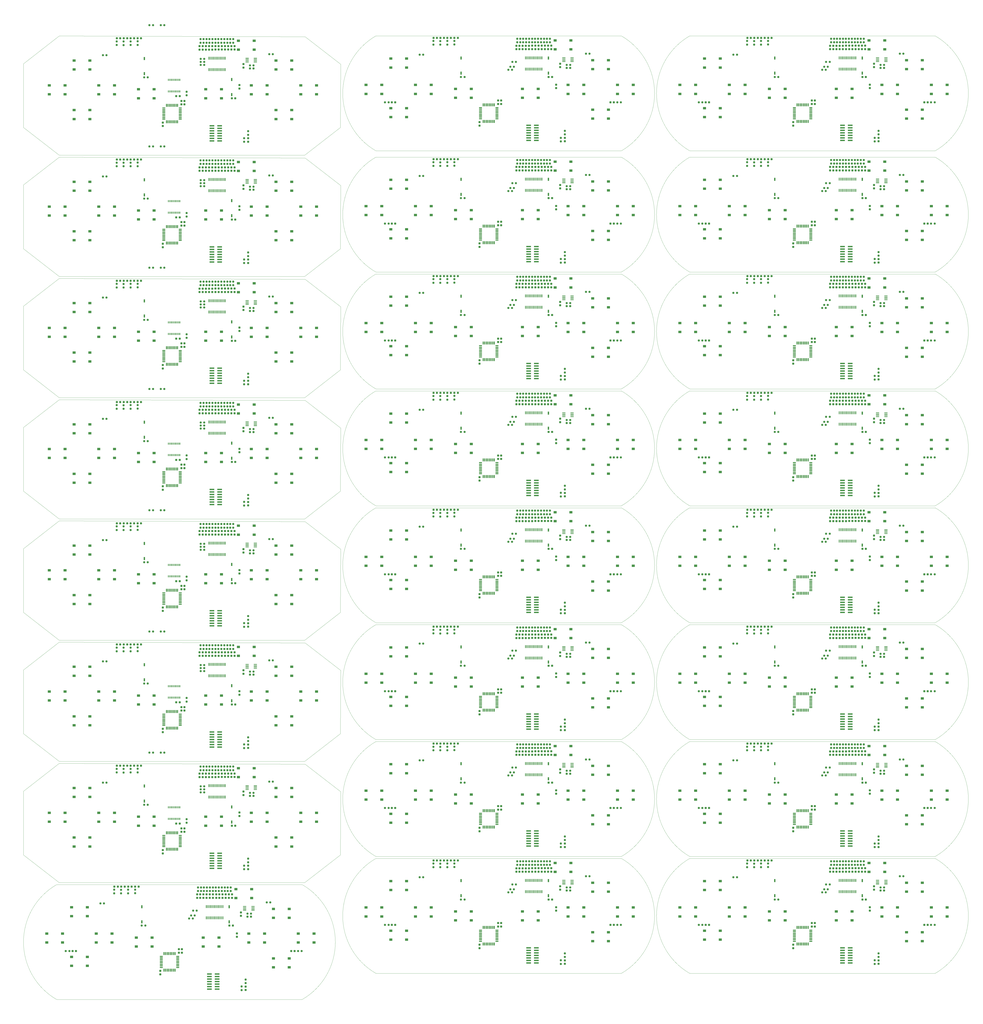
<source format=gbr>
%TF.GenerationSoftware,KiCad,Pcbnew,7.0.5-7.0.5~ubuntu20.04.1*%
%TF.CreationDate,2023-07-06T15:08:55+02:00*%
%TF.ProjectId,output_panel_QWYz9GD,6f757470-7574-45f7-9061-6e656c5f5157,rev?*%
%TF.SameCoordinates,Original*%
%TF.FileFunction,Paste,Top*%
%TF.FilePolarity,Positive*%
%FSLAX45Y45*%
G04 Gerber Fmt 4.5, Leading zero omitted, Abs format (unit mm)*
G04 Created by KiCad (PCBNEW 7.0.5-7.0.5~ubuntu20.04.1) date 2023-07-06 15:08:55*
%MOMM*%
%LPD*%
G01*
G04 APERTURE LIST*
G04 Aperture macros list*
%AMRoundRect*
0 Rectangle with rounded corners*
0 $1 Rounding radius*
0 $2 $3 $4 $5 $6 $7 $8 $9 X,Y pos of 4 corners*
0 Add a 4 corners polygon primitive as box body*
4,1,4,$2,$3,$4,$5,$6,$7,$8,$9,$2,$3,0*
0 Add four circle primitives for the rounded corners*
1,1,$1+$1,$2,$3*
1,1,$1+$1,$4,$5*
1,1,$1+$1,$6,$7*
1,1,$1+$1,$8,$9*
0 Add four rect primitives between the rounded corners*
20,1,$1+$1,$2,$3,$4,$5,0*
20,1,$1+$1,$4,$5,$6,$7,0*
20,1,$1+$1,$6,$7,$8,$9,0*
20,1,$1+$1,$8,$9,$2,$3,0*%
G04 Aperture macros list end*
%TA.AperFunction,Profile*%
%ADD10C,0.050000*%
%TD*%
%TA.AperFunction,Profile*%
%ADD11C,0.100000*%
%TD*%
%ADD12RoundRect,0.237500X0.237500X-0.250000X0.237500X0.250000X-0.237500X0.250000X-0.237500X-0.250000X0*%
%ADD13RoundRect,0.237500X-0.237500X0.287500X-0.237500X-0.287500X0.237500X-0.287500X0.237500X0.287500X0*%
%ADD14RoundRect,0.237500X-0.250000X-0.237500X0.250000X-0.237500X0.250000X0.237500X-0.250000X0.237500X0*%
%ADD15R,1.550000X1.300000*%
%ADD16R,0.760000X1.600000*%
%ADD17RoundRect,0.237500X0.250000X0.237500X-0.250000X0.237500X-0.250000X-0.237500X0.250000X-0.237500X0*%
%ADD18RoundRect,0.237500X-0.237500X0.250000X-0.237500X-0.250000X0.237500X-0.250000X0.237500X0.250000X0*%
%ADD19RoundRect,0.237500X-0.287500X-0.237500X0.287500X-0.237500X0.287500X0.237500X-0.287500X0.237500X0*%
%ADD20RoundRect,0.237500X-0.300000X-0.237500X0.300000X-0.237500X0.300000X0.237500X-0.300000X0.237500X0*%
%ADD21RoundRect,0.237500X-0.237500X0.300000X-0.237500X-0.300000X0.237500X-0.300000X0.237500X0.300000X0*%
%ADD22RoundRect,0.237500X0.300000X0.237500X-0.300000X0.237500X-0.300000X-0.237500X0.300000X-0.237500X0*%
%ADD23RoundRect,0.100000X0.100000X-0.637500X0.100000X0.637500X-0.100000X0.637500X-0.100000X-0.637500X0*%
%ADD24RoundRect,0.100000X-0.712500X-0.100000X0.712500X-0.100000X0.712500X0.100000X-0.712500X0.100000X0*%
%ADD25R,2.400000X0.740000*%
%ADD26R,0.400000X1.000000*%
%ADD27RoundRect,0.237500X0.237500X-0.300000X0.237500X0.300000X-0.237500X0.300000X-0.237500X-0.300000X0*%
%ADD28RoundRect,0.125000X0.125000X-0.625000X0.125000X0.625000X-0.125000X0.625000X-0.125000X-0.625000X0*%
%ADD29RoundRect,0.125000X0.625000X-0.125000X0.625000X0.125000X-0.625000X0.125000X-0.625000X-0.125000X0*%
G04 APERTURE END LIST*
D10*
X30243821Y-23770000D02*
G75*
G03*
X30243821Y-17970000I-1674316J2900000D01*
G01*
D11*
X50000Y-38169998D02*
X1850000Y-36769998D01*
D10*
X46091466Y-23770000D02*
G75*
G03*
X46091466Y-17970000I-1674316J2900000D01*
G01*
D11*
X1723822Y-42889998D02*
X14123822Y-42889998D01*
X17843821Y-11970000D02*
X30243821Y-11970000D01*
X17843821Y-29770000D02*
X30243821Y-29770000D01*
X14250000Y-6070000D02*
X1850000Y-6070000D01*
X1850000Y-12289999D02*
X14270000Y-12329999D01*
X50000Y-4670000D02*
X50000Y-1450000D01*
X33691466Y-23870000D02*
X46091466Y-23870000D01*
D10*
X17843822Y-41570000D02*
G75*
G03*
X17843821Y-47370000I1674316J-2900000D01*
G01*
D11*
X1850000Y-36769998D02*
X14270000Y-36809998D01*
X16050000Y-23029999D02*
X14250000Y-24429999D01*
X14250000Y-18309999D02*
X1850000Y-18309999D01*
X17843821Y-23870000D02*
X30243821Y-23870000D01*
X14250000Y-42789998D02*
X1850000Y-42789998D01*
X16070000Y-32079998D02*
X16050000Y-35269998D01*
X33691466Y-11970000D02*
X46091466Y-11970000D01*
X33691466Y-47370000D02*
X46091466Y-47370000D01*
D10*
X33691466Y-23870000D02*
G75*
G03*
X33691466Y-29670000I1674316J-2900000D01*
G01*
X33691466Y-6170000D02*
G75*
G03*
X33691466Y-11970000I1674316J-2900000D01*
G01*
D11*
X16050000Y-41389998D02*
X14250000Y-42789998D01*
X50000Y-29149998D02*
X50000Y-25929998D01*
X1850000Y-12189999D02*
X50000Y-10789999D01*
X1850000Y-18309999D02*
X50000Y-16909999D01*
X14270000Y-24569998D02*
X16070000Y-25959998D01*
X17843821Y-29670000D02*
X30243821Y-29670000D01*
X16070000Y-1480000D02*
X16050000Y-4670000D01*
X17843821Y-17870000D02*
X30243821Y-17870000D01*
X1850000Y-42789998D02*
X50000Y-41389998D01*
D10*
X46091466Y-11970000D02*
G75*
G03*
X46091466Y-6170000I-1674316J2900000D01*
G01*
D11*
X14250000Y-36669998D02*
X1850000Y-36669998D01*
D10*
X17843822Y-12070000D02*
G75*
G03*
X17843821Y-17870000I1674316J-2900000D01*
G01*
D11*
X50000Y-35269998D02*
X50000Y-32049998D01*
X33691466Y-12070000D02*
X46091466Y-12070000D01*
X50000Y-25929998D02*
X1850000Y-24529998D01*
X1850000Y-6169999D02*
X14270000Y-6209999D01*
D10*
X17843822Y-6170000D02*
G75*
G03*
X17843821Y-11970000I1674316J-2900000D01*
G01*
D11*
X33691466Y-29670000D02*
X46091466Y-29670000D01*
X17843821Y-35570000D02*
X30243821Y-35570000D01*
X17843821Y-41470000D02*
X30243821Y-41470000D01*
X16050000Y-10789999D02*
X14250000Y-12189999D01*
X14250000Y-24429999D02*
X1850000Y-24429999D01*
X17843821Y-12070000D02*
X30243821Y-12070000D01*
D10*
X33691466Y-41570000D02*
G75*
G03*
X33691466Y-47370000I1674316J-2900000D01*
G01*
X17843822Y-35670000D02*
G75*
G03*
X17843821Y-41470000I1674316J-2900000D01*
G01*
D11*
X33691466Y-41470000D02*
X46091466Y-41470000D01*
D10*
X1723822Y-42889998D02*
G75*
G03*
X1723822Y-48689998I1674316J-2900000D01*
G01*
D11*
X33691466Y-50000D02*
X46091466Y-50000D01*
D10*
X46091466Y-17870000D02*
G75*
G03*
X46091466Y-12070000I-1674316J2900000D01*
G01*
D11*
X14270000Y-30689998D02*
X16070000Y-32079998D01*
X17843821Y-35670000D02*
X30243821Y-35670000D01*
X1850000Y-24429999D02*
X50000Y-23029999D01*
X50000Y-32049998D02*
X1850000Y-30649998D01*
X16050000Y-4670000D02*
X14250000Y-6070000D01*
D10*
X46091466Y-35570000D02*
G75*
G03*
X46091466Y-29770000I-1674316J2900000D01*
G01*
D11*
X14270000Y-90000D02*
X16070000Y-1480000D01*
X16070000Y-13719999D02*
X16050000Y-16909999D01*
D10*
X30243821Y-29670000D02*
G75*
G03*
X30243821Y-23870000I-1674316J2900000D01*
G01*
D11*
X1850000Y-30649998D02*
X14270000Y-30689998D01*
X1850000Y-18409999D02*
X14270000Y-18449999D01*
X50000Y-13689999D02*
X1850000Y-12289999D01*
X14270000Y-6209999D02*
X16070000Y-7599999D01*
X50000Y-7569999D02*
X1850000Y-6169999D01*
D10*
X30243821Y-35570000D02*
G75*
G03*
X30243821Y-29770000I-1674316J2900000D01*
G01*
D11*
X16070000Y-25959998D02*
X16050000Y-29149998D01*
X50000Y-1450000D02*
X1850000Y-50000D01*
X33691466Y-23770000D02*
X46091466Y-23770000D01*
X17843821Y-23770000D02*
X30243821Y-23770000D01*
D10*
X17843821Y-50000D02*
G75*
G03*
X17843821Y-5850000I1674316J-2900000D01*
G01*
X46091466Y-47370000D02*
G75*
G03*
X46091466Y-41570000I-1674316J2900000D01*
G01*
D11*
X33691466Y-35670000D02*
X46091466Y-35670000D01*
X1723822Y-48689998D02*
X14123822Y-48689998D01*
X17843821Y-17970000D02*
X30243821Y-17970000D01*
D10*
X14123822Y-48689998D02*
G75*
G03*
X14123822Y-42889998I-1674316J2900000D01*
G01*
D11*
X50000Y-19809999D02*
X1850000Y-18409999D01*
D10*
X30243821Y-41470000D02*
G75*
G03*
X30243821Y-35670000I-1674316J2900000D01*
G01*
D11*
X16050000Y-29149998D02*
X14250000Y-30549998D01*
D10*
X33691466Y-12070000D02*
G75*
G03*
X33691466Y-17870000I1674316J-2900000D01*
G01*
D11*
X16070000Y-7599999D02*
X16050000Y-10789999D01*
X17843821Y-50000D02*
X30243821Y-50000D01*
D10*
X30243821Y-47370000D02*
G75*
G03*
X30243821Y-41570000I-1674316J2900000D01*
G01*
D11*
X17843821Y-47370000D02*
X30243821Y-47370000D01*
X14250000Y-12189999D02*
X1850000Y-12189999D01*
D10*
X30243821Y-11970000D02*
G75*
G03*
X30243821Y-6170000I-1674316J2900000D01*
G01*
D11*
X16050000Y-16909999D02*
X14250000Y-18309999D01*
X14270000Y-12329999D02*
X16070000Y-13719999D01*
X50000Y-16909999D02*
X50000Y-13689999D01*
X14270000Y-18449999D02*
X16070000Y-19839999D01*
X33691466Y-6170000D02*
X46091466Y-6170000D01*
X14270000Y-36809998D02*
X16070000Y-38199998D01*
X33691466Y-5850000D02*
X46091466Y-5850000D01*
D10*
X33691466Y-17970000D02*
G75*
G03*
X33691466Y-23770000I1674316J-2900000D01*
G01*
D11*
X33691466Y-41570000D02*
X46091466Y-41570000D01*
X16070000Y-38199998D02*
X16050000Y-41389998D01*
X1850000Y-50000D02*
X14270000Y-90000D01*
X14250000Y-30549998D02*
X1850000Y-30549998D01*
D10*
X33691466Y-35670000D02*
G75*
G03*
X33691466Y-41470000I1674316J-2900000D01*
G01*
X30243821Y-5850000D02*
G75*
G03*
X30243821Y-50000I-1674316J2900000D01*
G01*
X17843822Y-29770000D02*
G75*
G03*
X17843821Y-35570000I1674316J-2900000D01*
G01*
D11*
X1850000Y-6070000D02*
X50000Y-4670000D01*
X16050000Y-35269998D02*
X14250000Y-36669998D01*
D10*
X46091466Y-41470000D02*
G75*
G03*
X46091466Y-35670000I-1674316J2900000D01*
G01*
D11*
X1850000Y-36669998D02*
X50000Y-35269998D01*
D10*
X30243821Y-17870000D02*
G75*
G03*
X30243821Y-12070000I-1674316J2900000D01*
G01*
D11*
X50000Y-23029999D02*
X50000Y-19809999D01*
X1850000Y-24529998D02*
X14270000Y-24569998D01*
D10*
X17843822Y-17970000D02*
G75*
G03*
X17843821Y-23770000I1674316J-2900000D01*
G01*
X46091466Y-29670000D02*
G75*
G03*
X46091466Y-23870000I-1674316J2900000D01*
G01*
D11*
X50000Y-10789999D02*
X50000Y-7569999D01*
D10*
X33691466Y-29770000D02*
G75*
G03*
X33691466Y-35570000I1674316J-2900000D01*
G01*
D11*
X50000Y-41389998D02*
X50000Y-38169998D01*
D10*
X33691466Y-50000D02*
G75*
G03*
X33691466Y-5850000I1674316J-2900000D01*
G01*
X17843822Y-23870000D02*
G75*
G03*
X17843821Y-29670000I1674316J-2900000D01*
G01*
D11*
X17843821Y-41570000D02*
X30243821Y-41570000D01*
X17843821Y-6170000D02*
X30243821Y-6170000D01*
X17843821Y-5850000D02*
X30243821Y-5850000D01*
X16070000Y-19839999D02*
X16050000Y-23029999D01*
D10*
X46091466Y-5850000D02*
G75*
G03*
X46091466Y-50000I-1674316J2900000D01*
G01*
D11*
X33691466Y-17970000D02*
X46091466Y-17970000D01*
X33691466Y-35570000D02*
X46091466Y-35570000D01*
X33691466Y-17870000D02*
X46091466Y-17870000D01*
X33691466Y-29770000D02*
X46091466Y-29770000D01*
X1850000Y-30549998D02*
X50000Y-29149998D01*
D12*
X25433821Y-18292500D03*
X25433821Y-18110000D03*
D13*
X8976222Y-43384998D03*
X8976222Y-43559998D03*
X42388966Y-36162500D03*
X42388966Y-36337500D03*
D14*
X8413572Y-44599998D03*
X8596072Y-44599998D03*
D15*
X37714966Y-14745000D03*
X38509966Y-14745000D03*
X37714966Y-15195000D03*
X38509966Y-15195000D03*
D14*
X37985216Y-14140000D03*
X38167716Y-14140000D03*
X45881418Y-21325000D03*
X46063918Y-21325000D03*
X4058750Y-13259999D03*
X4241250Y-13259999D03*
D16*
X10567000Y-3008000D03*
X10567000Y-2246000D03*
D17*
X24916071Y-42880000D03*
X24733571Y-42880000D03*
D18*
X20746321Y-35926250D03*
X20746321Y-36108750D03*
D13*
X41908966Y-18462500D03*
X41908966Y-18637500D03*
D15*
X34443966Y-21615000D03*
X35238966Y-21615000D03*
X34443966Y-22065000D03*
X35238966Y-22065000D03*
D12*
X41431466Y-41892500D03*
X41431466Y-41710000D03*
D18*
X37651466Y-18221250D03*
X37651466Y-18403750D03*
D19*
X43329966Y-13690000D03*
X43504966Y-13690000D03*
D20*
X34496013Y-21325000D03*
X34668513Y-21325000D03*
D12*
X26483821Y-41892500D03*
X26483821Y-41710000D03*
D17*
X8696072Y-44449998D03*
X8513572Y-44449998D03*
D19*
X37653966Y-23970000D03*
X37828966Y-23970000D03*
D16*
X6150000Y-20310999D03*
X6150000Y-19548999D03*
D21*
X8020000Y-33930948D03*
X8020000Y-34103448D03*
D14*
X4058750Y-37739998D03*
X4241250Y-37739998D03*
D12*
X25280821Y-6492500D03*
X25280821Y-6310000D03*
D15*
X19846321Y-14545000D03*
X20641321Y-14545000D03*
X19846321Y-14995000D03*
X20641321Y-14995000D03*
D18*
X4752500Y-30926248D03*
X4752500Y-31108748D03*
D12*
X42481466Y-372500D03*
X42481466Y-190000D03*
D14*
X13913775Y-46244998D03*
X14096275Y-46244998D03*
D15*
X44643966Y-1275000D03*
X45438966Y-1275000D03*
X44643966Y-1725000D03*
X45438966Y-1725000D03*
D13*
X26703821Y-42062500D03*
X26703821Y-42237500D03*
D18*
X5102500Y-12568749D03*
X5102500Y-12751249D03*
D12*
X40831466Y-35992500D03*
X40831466Y-35810000D03*
X10640000Y-18752499D03*
X10640000Y-18569999D03*
D22*
X45708918Y-33125000D03*
X45536418Y-33125000D03*
D15*
X28796321Y-15795000D03*
X29591321Y-15795000D03*
X28796321Y-16245000D03*
X29591321Y-16245000D03*
D13*
X41587466Y-30263750D03*
X41587466Y-30438750D03*
D12*
X9440000Y-18752499D03*
X9440000Y-18569999D03*
X25133821Y-41892500D03*
X25133821Y-41710000D03*
D23*
X41242366Y-7847650D03*
X41307366Y-7847650D03*
X41372366Y-7847650D03*
X41437366Y-7847650D03*
X41502366Y-7847650D03*
X41567366Y-7847650D03*
X41632366Y-7847650D03*
X41697366Y-7847650D03*
X41762366Y-7847650D03*
X41827366Y-7847650D03*
X41892366Y-7847650D03*
X41957366Y-7847650D03*
X42022366Y-7847650D03*
X42087366Y-7847650D03*
X42087366Y-7275150D03*
X42022366Y-7275150D03*
X41957366Y-7275150D03*
X41892366Y-7275150D03*
X41827366Y-7275150D03*
X41762366Y-7275150D03*
X41697366Y-7275150D03*
X41632366Y-7275150D03*
X41567366Y-7275150D03*
X41502366Y-7275150D03*
X41437366Y-7275150D03*
X41372366Y-7275150D03*
X41307366Y-7275150D03*
X41242366Y-7275150D03*
D13*
X40943866Y-36165000D03*
X40943866Y-36340000D03*
D19*
X36953966Y-35770000D03*
X37128966Y-35770000D03*
D20*
X18648369Y-33125000D03*
X18820869Y-33125000D03*
D13*
X10067500Y-12802499D03*
X10067500Y-12977499D03*
D15*
X2476322Y-46534998D03*
X3271322Y-46534998D03*
X2476322Y-46984998D03*
X3271322Y-46984998D03*
D18*
X5455000Y-326250D03*
X5455000Y-508750D03*
D16*
X42408466Y-8051000D03*
X42408466Y-7289000D03*
D14*
X45881418Y-9525000D03*
X46063918Y-9525000D03*
D16*
X42408466Y-1931000D03*
X42408466Y-1169000D03*
X6150000Y-8070999D03*
X6150000Y-7308999D03*
D12*
X41128466Y-372500D03*
X41128466Y-190000D03*
D15*
X28796321Y-27595000D03*
X29591321Y-27595000D03*
X28796321Y-28045000D03*
X29591321Y-28045000D03*
D19*
X4762500Y-12409999D03*
X4937500Y-12409999D03*
D14*
X28452571Y-36570000D03*
X28635071Y-36570000D03*
D21*
X38921666Y-34123150D03*
X38921666Y-34295650D03*
D15*
X37714966Y-44245000D03*
X38509966Y-44245000D03*
X37714966Y-44695000D03*
X38509966Y-44695000D03*
D12*
X25583821Y-372500D03*
X25583821Y-190000D03*
X41881466Y-30092500D03*
X41881466Y-29910000D03*
X26333821Y-30092500D03*
X26333821Y-29910000D03*
D21*
X38921666Y-4403150D03*
X38921666Y-4575650D03*
D12*
X41128466Y-24192500D03*
X41128466Y-24010000D03*
D14*
X22137571Y-37740000D03*
X22320071Y-37740000D03*
D18*
X4752500Y-18686249D03*
X4752500Y-18868749D03*
X37651466Y-12321250D03*
X37651466Y-12503750D03*
D14*
X43326216Y-19437600D03*
X43508716Y-19437600D03*
D18*
X36943966Y-308750D03*
X36943966Y-491250D03*
D12*
X9890000Y-24872498D03*
X9890000Y-24689998D03*
D13*
X40783966Y-12565000D03*
X40783966Y-12740000D03*
D16*
X10567000Y-27487998D03*
X10567000Y-26725998D03*
D12*
X26183821Y-12392500D03*
X26183821Y-12210000D03*
D24*
X27332571Y-19072500D03*
X27332571Y-19137500D03*
X27332571Y-19202500D03*
X27332571Y-19267500D03*
X27755071Y-19267500D03*
X27755071Y-19202500D03*
X27755071Y-19137500D03*
X27755071Y-19072500D03*
D13*
X9262500Y-31164998D03*
X9262500Y-31339998D03*
D15*
X2476322Y-44034998D03*
X3271322Y-44034998D03*
X2476322Y-44484998D03*
X3271322Y-44484998D03*
D14*
X6407500Y-30109998D03*
X6590000Y-30109998D03*
D13*
X42388966Y-12562500D03*
X42388966Y-12737500D03*
D14*
X37985216Y-8240000D03*
X38167716Y-8240000D03*
X8995550Y-7632199D03*
X9178050Y-7632199D03*
D12*
X26483821Y-18292500D03*
X26483821Y-18110000D03*
X24983821Y-6492500D03*
X24983821Y-6310000D03*
D14*
X28452571Y-42470000D03*
X28635071Y-42470000D03*
D21*
X43231466Y-5197500D03*
X43231466Y-5370000D03*
D14*
X6143750Y-26619998D03*
X6326250Y-26619998D03*
D22*
X29861274Y-44925000D03*
X29688774Y-44925000D03*
D17*
X34333513Y-3405000D03*
X34151013Y-3405000D03*
D12*
X26033821Y-35992500D03*
X26033821Y-35810000D03*
X41881466Y-6492500D03*
X41881466Y-6310000D03*
D15*
X41093966Y-8845000D03*
X41888966Y-8845000D03*
X41093966Y-9295000D03*
X41888966Y-9295000D03*
D21*
X40013866Y-9430950D03*
X40013866Y-9603450D03*
D13*
X9745000Y-12803749D03*
X9745000Y-12978749D03*
X26703821Y-18462500D03*
X26703821Y-18637500D03*
D12*
X25883821Y-41892500D03*
X25883821Y-41710000D03*
D15*
X21867321Y-20645000D03*
X22662321Y-20645000D03*
X21867321Y-21095000D03*
X22662321Y-21095000D03*
D18*
X21803821Y-24121250D03*
X21803821Y-24303750D03*
D20*
X10573250Y-39916998D03*
X10745750Y-39916998D03*
D12*
X9440000Y-37112498D03*
X9440000Y-36929998D03*
D18*
X5455000Y-6446249D03*
X5455000Y-6628749D03*
D17*
X40663716Y-1610000D03*
X40481216Y-1610000D03*
D12*
X41881466Y-41892500D03*
X41881466Y-41710000D03*
D14*
X24533571Y-1760000D03*
X24716071Y-1760000D03*
D15*
X34443966Y-30915000D03*
X35238966Y-30915000D03*
X34443966Y-31365000D03*
X35238966Y-31365000D03*
D12*
X8863822Y-43212498D03*
X8863822Y-43029998D03*
D14*
X24533571Y-19680000D03*
X24716071Y-19680000D03*
D15*
X14052500Y-27024998D03*
X14847500Y-27024998D03*
X14052500Y-27474998D03*
X14847500Y-27474998D03*
X45893966Y-32245000D03*
X46688966Y-32245000D03*
X45893966Y-32695000D03*
X46688966Y-32695000D03*
D13*
X9102500Y-25044998D03*
X9102500Y-25219998D03*
D22*
X29861274Y-9525000D03*
X29688774Y-9525000D03*
D20*
X34496013Y-9525000D03*
X34668513Y-9525000D03*
D18*
X21448821Y-30026250D03*
X21448821Y-30208750D03*
D13*
X10387500Y-12802499D03*
X10387500Y-12977499D03*
D15*
X12802500Y-19654999D03*
X13597500Y-19654999D03*
X12802500Y-20104999D03*
X13597500Y-20104999D03*
X1226322Y-45364998D03*
X2021322Y-45364998D03*
X1226322Y-45814998D03*
X2021322Y-45814998D03*
X26896321Y-18195000D03*
X27691321Y-18195000D03*
X26896321Y-18645000D03*
X27691321Y-18645000D03*
D21*
X24013821Y-27130950D03*
X24013821Y-27303450D03*
D13*
X41263966Y-12565000D03*
X41263966Y-12740000D03*
D12*
X9440000Y-24872498D03*
X9440000Y-24689998D03*
X25733821Y-6492500D03*
X25733821Y-6310000D03*
D15*
X3852500Y-39264998D03*
X4647500Y-39264998D03*
X3852500Y-39714998D03*
X4647500Y-39714998D03*
D12*
X9290000Y-24872498D03*
X9290000Y-24689998D03*
D14*
X28452571Y-18870000D03*
X28635071Y-18870000D03*
X44300216Y-24770000D03*
X44482716Y-24770000D03*
D22*
X45708918Y-9525000D03*
X45536418Y-9525000D03*
D15*
X12802500Y-3795000D03*
X13597500Y-3795000D03*
X12802500Y-4245000D03*
X13597500Y-4245000D03*
D14*
X6143750Y-2140000D03*
X6326250Y-2140000D03*
D12*
X10490000Y-30992498D03*
X10490000Y-30809998D03*
X25733821Y-18292500D03*
X25733821Y-18110000D03*
X40981466Y-6492500D03*
X40981466Y-6310000D03*
D14*
X43326216Y-25337600D03*
X43508716Y-25337600D03*
D13*
X42388966Y-42062500D03*
X42388966Y-42237500D03*
X41908966Y-12562500D03*
X41908966Y-12737500D03*
D18*
X4752500Y-24806248D03*
X4752500Y-24988748D03*
D21*
X10823322Y-45351998D03*
X10823322Y-45524498D03*
D15*
X3852500Y-20904999D03*
X4647500Y-20904999D03*
X3852500Y-21354999D03*
X4647500Y-21354999D03*
X12802500Y-22154999D03*
X13597500Y-22154999D03*
X12802500Y-22604999D03*
X13597500Y-22604999D03*
D12*
X8990000Y-12632499D03*
X8990000Y-12449999D03*
D15*
X2602500Y-40514998D03*
X3397500Y-40514998D03*
X2602500Y-40964998D03*
X3397500Y-40964998D03*
D13*
X40783966Y-6665000D03*
X40783966Y-6840000D03*
D12*
X41731466Y-12392500D03*
X41731466Y-12210000D03*
D19*
X36953966Y-150000D03*
X37128966Y-150000D03*
D15*
X10902500Y-37014998D03*
X11697500Y-37014998D03*
X10902500Y-37464998D03*
X11697500Y-37464998D03*
D18*
X5455000Y-37046248D03*
X5455000Y-37228748D03*
D15*
X19846321Y-2525000D03*
X20641321Y-2525000D03*
X19846321Y-2975000D03*
X20641321Y-2975000D03*
D18*
X4752500Y-6446249D03*
X4752500Y-6628749D03*
D14*
X44300216Y-18870000D03*
X44482716Y-18870000D03*
D18*
X43031466Y-17212500D03*
X43031466Y-17395000D03*
X43231466Y-16858750D03*
X43231466Y-17041250D03*
D15*
X3852500Y-27024998D03*
X4647500Y-27024998D03*
X3852500Y-27474998D03*
X4647500Y-27474998D03*
D12*
X42181466Y-12392500D03*
X42181466Y-12210000D03*
D14*
X22137571Y-2120000D03*
X22320071Y-2120000D03*
D12*
X26333821Y-18292500D03*
X26333821Y-18110000D03*
D19*
X21106321Y-150000D03*
X21281321Y-150000D03*
D12*
X10190000Y-30992498D03*
X10190000Y-30809998D03*
D17*
X40663716Y-13630000D03*
X40481216Y-13630000D03*
D15*
X30046321Y-38145000D03*
X30841321Y-38145000D03*
X30046321Y-38595000D03*
X30841321Y-38595000D03*
D18*
X5102500Y-37048748D03*
X5102500Y-37231248D03*
D15*
X5852500Y-27224998D03*
X6647500Y-27224998D03*
X5852500Y-27674998D03*
X6647500Y-27674998D03*
X43393966Y-38145000D03*
X44188966Y-38145000D03*
X43393966Y-38595000D03*
X44188966Y-38595000D03*
X42743966Y-41795000D03*
X43538966Y-41795000D03*
X42743966Y-42245000D03*
X43538966Y-42245000D03*
D17*
X40763716Y-13380000D03*
X40581216Y-13380000D03*
D13*
X9136322Y-43384998D03*
X9136322Y-43559998D03*
D12*
X9290000Y-30992498D03*
X9290000Y-30809998D03*
D24*
X11338750Y-25652498D03*
X11338750Y-25717498D03*
X11338750Y-25782498D03*
X11338750Y-25847498D03*
X11761250Y-25847498D03*
X11761250Y-25782498D03*
X11761250Y-25717498D03*
X11761250Y-25652498D03*
D17*
X9178050Y-13447399D03*
X8995550Y-13447399D03*
D15*
X18596321Y-45215000D03*
X19391321Y-45215000D03*
X18596321Y-45665000D03*
X19391321Y-45665000D03*
D19*
X4636322Y-42989998D03*
X4811322Y-42989998D03*
D12*
X25583821Y-12392500D03*
X25583821Y-12210000D03*
X42331466Y-24192500D03*
X42331466Y-24010000D03*
D13*
X10227500Y-18922499D03*
X10227500Y-19097499D03*
D18*
X36593966Y-35926250D03*
X36593966Y-36108750D03*
D21*
X11155000Y-38193748D03*
X11155000Y-38366248D03*
D15*
X43393966Y-8645000D03*
X44188966Y-8645000D03*
X43393966Y-9095000D03*
X44188966Y-9095000D03*
X45893966Y-38145000D03*
X46688966Y-38145000D03*
X45893966Y-38595000D03*
X46688966Y-38595000D03*
D12*
X10490000Y-37112498D03*
X10490000Y-36929998D03*
D23*
X41242366Y-31447650D03*
X41307366Y-31447650D03*
X41372366Y-31447650D03*
X41437366Y-31447650D03*
X41502366Y-31447650D03*
X41567366Y-31447650D03*
X41632366Y-31447650D03*
X41697366Y-31447650D03*
X41762366Y-31447650D03*
X41827366Y-31447650D03*
X41892366Y-31447650D03*
X41957366Y-31447650D03*
X42022366Y-31447650D03*
X42087366Y-31447650D03*
X42087366Y-30875150D03*
X42022366Y-30875150D03*
X41957366Y-30875150D03*
X41892366Y-30875150D03*
X41827366Y-30875150D03*
X41762366Y-30875150D03*
X41697366Y-30875150D03*
X41632366Y-30875150D03*
X41567366Y-30875150D03*
X41502366Y-30875150D03*
X41437366Y-30875150D03*
X41372366Y-30875150D03*
X41307366Y-30875150D03*
X41242366Y-30875150D03*
D21*
X24013821Y-15330950D03*
X24013821Y-15503450D03*
D15*
X9252500Y-21104999D03*
X10047500Y-21104999D03*
X9252500Y-21554999D03*
X10047500Y-21554999D03*
D13*
X42068966Y-30262500D03*
X42068966Y-30437500D03*
D24*
X11338750Y-1172500D03*
X11338750Y-1237500D03*
X11338750Y-1302500D03*
X11338750Y-1367500D03*
X11761250Y-1367500D03*
X11761250Y-1302500D03*
X11761250Y-1237500D03*
X11761250Y-1172500D03*
D18*
X43231466Y-40458750D03*
X43231466Y-40641250D03*
X43031466Y-34912500D03*
X43031466Y-35095000D03*
D12*
X41281466Y-30092500D03*
X41281466Y-29910000D03*
X26333821Y-41892500D03*
X26333821Y-41710000D03*
D18*
X5102500Y-30928748D03*
X5102500Y-31111248D03*
D13*
X42228966Y-30262500D03*
X42228966Y-30437500D03*
D15*
X5852500Y-8864999D03*
X6647500Y-8864999D03*
X5852500Y-9314999D03*
X6647500Y-9314999D03*
D19*
X37303966Y-12170000D03*
X37478966Y-12170000D03*
D14*
X20052571Y-24820000D03*
X20235071Y-24820000D03*
D15*
X21867321Y-38345000D03*
X22662321Y-38345000D03*
X21867321Y-38795000D03*
X22662321Y-38795000D03*
X9252500Y-8864999D03*
X10047500Y-8864999D03*
X9252500Y-9314999D03*
X10047500Y-9314999D03*
D20*
X26567071Y-43640000D03*
X26739571Y-43640000D03*
D12*
X40981466Y-18292500D03*
X40981466Y-18110000D03*
D14*
X27478571Y-7637600D03*
X27661071Y-7637600D03*
D12*
X41731466Y-6492500D03*
X41731466Y-6310000D03*
D13*
X9422500Y-37284998D03*
X9422500Y-37459998D03*
D15*
X26896321Y-6395000D03*
X27691321Y-6395000D03*
X26896321Y-6845000D03*
X27691321Y-6845000D03*
D14*
X24533571Y-43280000D03*
X24716071Y-43280000D03*
X6143750Y-20499999D03*
X6326250Y-20499999D03*
D13*
X26541321Y-12562500D03*
X26541321Y-12737500D03*
D15*
X44643966Y-19195000D03*
X45438966Y-19195000D03*
X44643966Y-19645000D03*
X45438966Y-19645000D03*
D21*
X10949500Y-20891999D03*
X10949500Y-21064499D03*
D12*
X41581466Y-30092500D03*
X41581466Y-29910000D03*
D16*
X22143821Y-43451000D03*
X22143821Y-42689000D03*
D12*
X10490000Y-12632499D03*
X10490000Y-12449999D03*
D15*
X28796321Y-21695000D03*
X29591321Y-21695000D03*
X28796321Y-22145000D03*
X29591321Y-22145000D03*
D14*
X30033774Y-3405000D03*
X30216274Y-3405000D03*
D19*
X5462500Y-12409999D03*
X5637500Y-12409999D03*
D15*
X12802500Y-7414999D03*
X13597500Y-7414999D03*
X12802500Y-7864999D03*
X13597500Y-7864999D03*
D12*
X25433821Y-6492500D03*
X25433821Y-6310000D03*
D14*
X11484750Y-13777599D03*
X11667250Y-13777599D03*
D21*
X11155000Y-13713749D03*
X11155000Y-13886249D03*
D13*
X9262500Y-25044998D03*
X9262500Y-25219998D03*
D12*
X25280821Y-35992500D03*
X25280821Y-35810000D03*
D19*
X5336322Y-42989998D03*
X5511322Y-42989998D03*
D13*
X41103966Y-545000D03*
X41103966Y-720000D03*
D12*
X25433821Y-30092500D03*
X25433821Y-29910000D03*
D17*
X40763716Y-7480000D03*
X40581216Y-7480000D03*
D24*
X43180216Y-7272500D03*
X43180216Y-7337500D03*
X43180216Y-7402500D03*
X43180216Y-7467500D03*
X43602716Y-7467500D03*
X43602716Y-7402500D03*
X43602716Y-7337500D03*
X43602716Y-7272500D03*
D18*
X37296466Y-12326250D03*
X37296466Y-12508750D03*
D15*
X27546321Y-44045000D03*
X28341321Y-44045000D03*
X27546321Y-44495000D03*
X28341321Y-44495000D03*
D18*
X5455000Y-24806248D03*
X5455000Y-24988748D03*
X27183821Y-17212500D03*
X27183821Y-17395000D03*
D15*
X18596321Y-39315000D03*
X19391321Y-39315000D03*
X18596321Y-39765000D03*
X19391321Y-39765000D03*
D19*
X37653966Y-18070000D03*
X37828966Y-18070000D03*
D15*
X19846321Y-8645000D03*
X20641321Y-8645000D03*
X19846321Y-9095000D03*
X20641321Y-9095000D03*
D19*
X11362322Y-44509998D03*
X11537322Y-44509998D03*
D13*
X9262500Y-6684999D03*
X9262500Y-6859999D03*
X10547500Y-562500D03*
X10547500Y-737500D03*
X9422500Y-565000D03*
X9422500Y-740000D03*
X41263966Y-545000D03*
X41263966Y-720000D03*
D18*
X20746321Y-41826250D03*
X20746321Y-42008750D03*
X21096321Y-41828750D03*
X21096321Y-42011250D03*
D13*
X41263966Y-42065000D03*
X41263966Y-42240000D03*
D25*
X41408966Y-10683000D03*
X41798966Y-10683000D03*
X41408966Y-10810000D03*
X41798966Y-10810000D03*
X41408966Y-10937000D03*
X41798966Y-10937000D03*
X41408966Y-11064000D03*
X41798966Y-11064000D03*
X41408966Y-11191000D03*
X41798966Y-11191000D03*
X41408966Y-11318000D03*
X41798966Y-11318000D03*
X41408966Y-11445000D03*
X41798966Y-11445000D03*
D15*
X30046321Y-20445000D03*
X30841321Y-20445000D03*
X30046321Y-20895000D03*
X30841321Y-20895000D03*
D14*
X12458750Y-13209999D03*
X12641250Y-13209999D03*
D17*
X24916071Y-25180000D03*
X24733571Y-25180000D03*
D12*
X10340000Y-18752499D03*
X10340000Y-18569999D03*
D21*
X10949500Y-27011998D03*
X10949500Y-27184498D03*
X8020000Y-15570949D03*
X8020000Y-15743449D03*
D18*
X21096321Y-6428750D03*
X21096321Y-6611250D03*
D15*
X41093966Y-38345000D03*
X41888966Y-38345000D03*
X41093966Y-38795000D03*
X41888966Y-38795000D03*
D26*
X7365000Y-2850000D03*
X7430000Y-2850000D03*
X7495000Y-2850000D03*
X7560000Y-2850000D03*
X7625000Y-2850000D03*
X7690000Y-2850000D03*
X7755000Y-2850000D03*
X7820000Y-2850000D03*
X7885000Y-2850000D03*
X7950000Y-2850000D03*
X7950000Y-2270000D03*
X7885000Y-2270000D03*
X7820000Y-2270000D03*
X7755000Y-2270000D03*
X7690000Y-2270000D03*
X7625000Y-2270000D03*
X7560000Y-2270000D03*
X7495000Y-2270000D03*
X7430000Y-2270000D03*
X7365000Y-2270000D03*
D16*
X26560821Y-8051000D03*
X26560821Y-7289000D03*
X6150000Y-26430998D03*
X6150000Y-25668998D03*
D19*
X5462500Y-6289999D03*
X5637500Y-6289999D03*
D27*
X7080200Y-4595650D03*
X7080200Y-4423150D03*
D13*
X41423966Y-42065000D03*
X41423966Y-42240000D03*
D23*
X9400900Y-7867649D03*
X9465900Y-7867649D03*
X9530900Y-7867649D03*
X9595900Y-7867649D03*
X9660900Y-7867649D03*
X9725900Y-7867649D03*
X9790900Y-7867649D03*
X9855900Y-7867649D03*
X9920900Y-7867649D03*
X9985900Y-7867649D03*
X10050900Y-7867649D03*
X10115900Y-7867649D03*
X10180900Y-7867649D03*
X10245900Y-7867649D03*
X10245900Y-7295149D03*
X10180900Y-7295149D03*
X10115900Y-7295149D03*
X10050900Y-7295149D03*
X9985900Y-7295149D03*
X9920900Y-7295149D03*
X9855900Y-7295149D03*
X9790900Y-7295149D03*
X9725900Y-7295149D03*
X9660900Y-7295149D03*
X9595900Y-7295149D03*
X9530900Y-7295149D03*
X9465900Y-7295149D03*
X9400900Y-7295149D03*
D19*
X4762500Y-30769998D03*
X4937500Y-30769998D03*
D13*
X8942500Y-12804999D03*
X8942500Y-12979999D03*
D20*
X34496013Y-27225000D03*
X34668513Y-27225000D03*
D24*
X27332571Y-36772500D03*
X27332571Y-36837500D03*
X27332571Y-36902500D03*
X27332571Y-36967500D03*
X27755071Y-36967500D03*
X27755071Y-36902500D03*
X27755071Y-36837500D03*
X27755071Y-36772500D03*
D12*
X9140000Y-30992498D03*
X9140000Y-30809998D03*
D15*
X21867321Y-32445000D03*
X22662321Y-32445000D03*
X21867321Y-32895000D03*
X22662321Y-32895000D03*
D12*
X41581466Y-41892500D03*
X41581466Y-41710000D03*
X41431466Y-372500D03*
X41431466Y-190000D03*
X41431466Y-30092500D03*
X41431466Y-29910000D03*
D19*
X21456321Y-29870000D03*
X21631321Y-29870000D03*
D12*
X41431466Y-18292500D03*
X41431466Y-18110000D03*
D24*
X27332571Y-13172500D03*
X27332571Y-13237500D03*
X27332571Y-13302500D03*
X27332571Y-13367500D03*
X27755071Y-13367500D03*
X27755071Y-13302500D03*
X27755071Y-13237500D03*
X27755071Y-13172500D03*
D21*
X27383821Y-17217500D03*
X27383821Y-17390000D03*
D12*
X42181466Y-6492500D03*
X42181466Y-6310000D03*
D18*
X21448821Y-12326250D03*
X21448821Y-12508750D03*
D14*
X6978750Y-5629999D03*
X7161250Y-5629999D03*
D15*
X33193966Y-14545000D03*
X33988966Y-14545000D03*
X33193966Y-14995000D03*
X33988966Y-14995000D03*
D24*
X43180216Y-19072500D03*
X43180216Y-19137500D03*
X43180216Y-19202500D03*
X43180216Y-19267500D03*
X43602716Y-19267500D03*
X43602716Y-19202500D03*
X43602716Y-19137500D03*
X43602716Y-19072500D03*
D15*
X27546321Y-26345000D03*
X28341321Y-26345000D03*
X27546321Y-26795000D03*
X28341321Y-26795000D03*
X33193966Y-38145000D03*
X33988966Y-38145000D03*
X33193966Y-38595000D03*
X33988966Y-38595000D03*
D22*
X13741275Y-46244998D03*
X13568775Y-46244998D03*
D12*
X42031466Y-41892500D03*
X42031466Y-41710000D03*
D19*
X5812500Y-18529999D03*
X5987500Y-18529999D03*
D21*
X24013821Y-33030950D03*
X24013821Y-33203450D03*
D13*
X41263966Y-18465000D03*
X41263966Y-18640000D03*
D17*
X40763716Y-31080000D03*
X40581216Y-31080000D03*
D15*
X19846321Y-26345000D03*
X20641321Y-26345000D03*
X19846321Y-26795000D03*
X20641321Y-26795000D03*
D22*
X29861274Y-39025000D03*
X29688774Y-39025000D03*
D12*
X42331466Y-12392500D03*
X42331466Y-12210000D03*
D25*
X41408966Y-4563000D03*
X41798966Y-4563000D03*
X41408966Y-4690000D03*
X41798966Y-4690000D03*
X41408966Y-4817000D03*
X41798966Y-4817000D03*
X41408966Y-4944000D03*
X41798966Y-4944000D03*
X41408966Y-5071000D03*
X41798966Y-5071000D03*
X41408966Y-5198000D03*
X41798966Y-5198000D03*
X41408966Y-5325000D03*
X41798966Y-5325000D03*
D12*
X10040000Y-392500D03*
X10040000Y-210000D03*
D16*
X37991466Y-1931000D03*
X37991466Y-1169000D03*
D15*
X12802500Y-16034999D03*
X13597500Y-16034999D03*
X12802500Y-16484999D03*
X13597500Y-16484999D03*
D19*
X36953966Y-23970000D03*
X37128966Y-23970000D03*
X21106321Y-18070000D03*
X21281321Y-18070000D03*
D12*
X25433821Y-372500D03*
X25433821Y-190000D03*
D15*
X34443966Y-42715000D03*
X35238966Y-42715000D03*
X34443966Y-43165000D03*
X35238966Y-43165000D03*
D14*
X22137571Y-25940000D03*
X22320071Y-25940000D03*
D13*
X9422500Y-31164998D03*
X9422500Y-31339998D03*
D21*
X42996466Y-19373750D03*
X42996466Y-19546250D03*
D12*
X25433821Y-12392500D03*
X25433821Y-12210000D03*
X26033821Y-30092500D03*
X26033821Y-29910000D03*
D13*
X41103966Y-12565000D03*
X41103966Y-12740000D03*
X25901321Y-24362500D03*
X25901321Y-24537500D03*
D21*
X42790966Y-26332000D03*
X42790966Y-26504500D03*
D13*
X40783966Y-30265000D03*
X40783966Y-30440000D03*
D18*
X37296466Y-35926250D03*
X37296466Y-36108750D03*
D12*
X9140000Y-18752499D03*
X9140000Y-18569999D03*
D15*
X37714966Y-26545000D03*
X38509966Y-26545000D03*
X37714966Y-26995000D03*
X38509966Y-26995000D03*
X25246321Y-38345000D03*
X26041321Y-38345000D03*
X25246321Y-38795000D03*
X26041321Y-38795000D03*
D18*
X36593966Y-12326250D03*
X36593966Y-12508750D03*
D21*
X11155000Y-32073748D03*
X11155000Y-32246248D03*
D14*
X40381216Y-13780000D03*
X40563716Y-13780000D03*
D21*
X24166221Y-38930950D03*
X24166221Y-39103450D03*
D23*
X25394721Y-37347650D03*
X25459721Y-37347650D03*
X25524721Y-37347650D03*
X25589721Y-37347650D03*
X25654721Y-37347650D03*
X25719721Y-37347650D03*
X25784721Y-37347650D03*
X25849721Y-37347650D03*
X25914721Y-37347650D03*
X25979721Y-37347650D03*
X26044721Y-37347650D03*
X26109721Y-37347650D03*
X26174721Y-37347650D03*
X26239721Y-37347650D03*
X26239721Y-36775150D03*
X26174721Y-36775150D03*
X26109721Y-36775150D03*
X26044721Y-36775150D03*
X25979721Y-36775150D03*
X25914721Y-36775150D03*
X25849721Y-36775150D03*
X25784721Y-36775150D03*
X25719721Y-36775150D03*
X25654721Y-36775150D03*
X25589721Y-36775150D03*
X25524721Y-36775150D03*
X25459721Y-36775150D03*
X25394721Y-36775150D03*
D12*
X10640000Y-30992498D03*
X10640000Y-30809998D03*
D27*
X7080200Y-35195648D03*
X7080200Y-35023148D03*
D13*
X26221321Y-6662500D03*
X26221321Y-6837500D03*
D14*
X44300216Y-950000D03*
X44482716Y-950000D03*
D17*
X2365870Y-46244998D03*
X2183370Y-46244998D03*
D12*
X9740000Y-392500D03*
X9740000Y-210000D03*
D23*
X41242366Y-13747650D03*
X41307366Y-13747650D03*
X41372366Y-13747650D03*
X41437366Y-13747650D03*
X41502366Y-13747650D03*
X41567366Y-13747650D03*
X41632366Y-13747650D03*
X41697366Y-13747650D03*
X41762366Y-13747650D03*
X41827366Y-13747650D03*
X41892366Y-13747650D03*
X41957366Y-13747650D03*
X42022366Y-13747650D03*
X42087366Y-13747650D03*
X42087366Y-13175150D03*
X42022366Y-13175150D03*
X41957366Y-13175150D03*
X41892366Y-13175150D03*
X41827366Y-13175150D03*
X41762366Y-13175150D03*
X41697366Y-13175150D03*
X41632366Y-13175150D03*
X41567366Y-13175150D03*
X41502366Y-13175150D03*
X41437366Y-13175150D03*
X41372366Y-13175150D03*
X41307366Y-13175150D03*
X41242366Y-13175150D03*
D14*
X35900216Y-7120000D03*
X36082716Y-7120000D03*
D12*
X40981466Y-372500D03*
X40981466Y-190000D03*
D28*
X7270000Y-41107498D03*
X7350000Y-41107498D03*
X7430000Y-41107498D03*
X7510000Y-41107498D03*
X7590000Y-41107498D03*
X7670000Y-41107498D03*
X7750000Y-41107498D03*
X7830000Y-41107498D03*
D29*
X7967500Y-40969998D03*
X7967500Y-40889998D03*
X7967500Y-40809998D03*
X7967500Y-40729998D03*
X7967500Y-40649998D03*
X7967500Y-40569998D03*
X7967500Y-40489998D03*
X7967500Y-40409998D03*
D28*
X7830000Y-40272498D03*
X7750000Y-40272498D03*
X7670000Y-40272498D03*
X7590000Y-40272498D03*
X7510000Y-40272498D03*
X7430000Y-40272498D03*
X7350000Y-40272498D03*
X7270000Y-40272498D03*
D29*
X7132500Y-40409998D03*
X7132500Y-40489998D03*
X7132500Y-40569998D03*
X7132500Y-40649998D03*
X7132500Y-40729998D03*
X7132500Y-40809998D03*
X7132500Y-40889998D03*
X7132500Y-40969998D03*
D20*
X26567071Y-37740000D03*
X26739571Y-37740000D03*
D12*
X41128466Y-41892500D03*
X41128466Y-41710000D03*
D18*
X5102500Y-24808748D03*
X5102500Y-24991248D03*
D12*
X9313822Y-43212498D03*
X9313822Y-43029998D03*
D17*
X24816071Y-13630000D03*
X24633571Y-13630000D03*
D19*
X27482321Y-37290000D03*
X27657321Y-37290000D03*
D21*
X39861466Y-44830950D03*
X39861466Y-45003450D03*
D18*
X5683822Y-43141248D03*
X5683822Y-43323748D03*
D23*
X9400900Y-32347648D03*
X9465900Y-32347648D03*
X9530900Y-32347648D03*
X9595900Y-32347648D03*
X9660900Y-32347648D03*
X9725900Y-32347648D03*
X9790900Y-32347648D03*
X9855900Y-32347648D03*
X9920900Y-32347648D03*
X9985900Y-32347648D03*
X10050900Y-32347648D03*
X10115900Y-32347648D03*
X10180900Y-32347648D03*
X10245900Y-32347648D03*
X10245900Y-31775148D03*
X10180900Y-31775148D03*
X10115900Y-31775148D03*
X10050900Y-31775148D03*
X9985900Y-31775148D03*
X9920900Y-31775148D03*
X9855900Y-31775148D03*
X9790900Y-31775148D03*
X9725900Y-31775148D03*
X9660900Y-31775148D03*
X9595900Y-31775148D03*
X9530900Y-31775148D03*
X9465900Y-31775148D03*
X9400900Y-31775148D03*
D12*
X10213822Y-43212498D03*
X10213822Y-43029998D03*
D17*
X40763716Y-42880000D03*
X40581216Y-42880000D03*
D13*
X42388966Y-542500D03*
X42388966Y-717500D03*
D15*
X17346321Y-14545000D03*
X18141321Y-14545000D03*
X17346321Y-14995000D03*
X18141321Y-14995000D03*
D12*
X25280821Y-372500D03*
X25280821Y-190000D03*
D14*
X8995550Y-1512200D03*
X9178050Y-1512200D03*
D15*
X44643966Y-42795000D03*
X45438966Y-42795000D03*
X44643966Y-43245000D03*
X45438966Y-43245000D03*
D13*
X42388966Y-18462500D03*
X42388966Y-18637500D03*
D14*
X45881418Y-15425000D03*
X46063918Y-15425000D03*
D15*
X28796321Y-13295000D03*
X29591321Y-13295000D03*
X28796321Y-13745000D03*
X29591321Y-13745000D03*
D12*
X25133821Y-35992500D03*
X25133821Y-35810000D03*
D13*
X8942500Y-18924999D03*
X8942500Y-19099999D03*
D15*
X41093966Y-20645000D03*
X41888966Y-20645000D03*
X41093966Y-21095000D03*
X41888966Y-21095000D03*
D13*
X8942500Y-6684999D03*
X8942500Y-6859999D03*
D20*
X26567071Y-8240000D03*
X26739571Y-8240000D03*
D28*
X39111466Y-34087500D03*
X39191466Y-34087500D03*
X39271466Y-34087500D03*
X39351466Y-34087500D03*
X39431466Y-34087500D03*
X39511466Y-34087500D03*
X39591466Y-34087500D03*
X39671466Y-34087500D03*
D29*
X39808966Y-33950000D03*
X39808966Y-33870000D03*
X39808966Y-33790000D03*
X39808966Y-33710000D03*
X39808966Y-33630000D03*
X39808966Y-33550000D03*
X39808966Y-33470000D03*
X39808966Y-33390000D03*
D28*
X39671466Y-33252500D03*
X39591466Y-33252500D03*
X39511466Y-33252500D03*
X39431466Y-33252500D03*
X39351466Y-33252500D03*
X39271466Y-33252500D03*
X39191466Y-33252500D03*
X39111466Y-33252500D03*
D29*
X38973966Y-33390000D03*
X38973966Y-33470000D03*
X38973966Y-33550000D03*
X38973966Y-33630000D03*
X38973966Y-33710000D03*
X38973966Y-33790000D03*
X38973966Y-33870000D03*
X38973966Y-33950000D03*
D13*
X25096221Y-6665000D03*
X25096221Y-6840000D03*
X42228966Y-18462500D03*
X42228966Y-18637500D03*
D19*
X21106321Y-29870000D03*
X21281321Y-29870000D03*
D14*
X27478571Y-1517600D03*
X27661071Y-1517600D03*
D21*
X24166221Y-21230950D03*
X24166221Y-21403450D03*
D12*
X25733821Y-41892500D03*
X25733821Y-41710000D03*
X8990000Y-6512499D03*
X8990000Y-6329999D03*
D19*
X21106321Y-35770000D03*
X21281321Y-35770000D03*
X21456321Y-18070000D03*
X21631321Y-18070000D03*
D15*
X2602500Y-28274998D03*
X3397500Y-28274998D03*
X2602500Y-28724998D03*
X3397500Y-28724998D03*
D18*
X21096321Y-30028750D03*
X21096321Y-30211250D03*
D15*
X37714966Y-8845000D03*
X38509966Y-8845000D03*
X37714966Y-9295000D03*
X38509966Y-9295000D03*
D16*
X26560821Y-31651000D03*
X26560821Y-30889000D03*
D14*
X22137571Y-31840000D03*
X22320071Y-31840000D03*
D13*
X40943866Y-6665000D03*
X40943866Y-6840000D03*
D14*
X6978750Y-17869999D03*
X7161250Y-17869999D03*
D13*
X26061321Y-6662500D03*
X26061321Y-6837500D03*
D15*
X3852500Y-2545000D03*
X4647500Y-2545000D03*
X3852500Y-2995000D03*
X4647500Y-2995000D03*
D13*
X25576321Y-18465000D03*
X25576321Y-18640000D03*
X26541321Y-542500D03*
X26541321Y-717500D03*
X25096221Y-18465000D03*
X25096221Y-18640000D03*
D15*
X33193966Y-8645000D03*
X33988966Y-8645000D03*
X33193966Y-9095000D03*
X33988966Y-9095000D03*
D12*
X9890000Y-30992498D03*
X9890000Y-30809998D03*
X9740000Y-6512499D03*
X9740000Y-6329999D03*
D19*
X27482321Y-19590000D03*
X27657321Y-19590000D03*
D15*
X10902500Y-295000D03*
X11697500Y-295000D03*
X10902500Y-745000D03*
X11697500Y-745000D03*
D13*
X9582500Y-12804999D03*
X9582500Y-12979999D03*
D18*
X4752500Y-37046248D03*
X4752500Y-37228748D03*
D21*
X24166221Y-44830950D03*
X24166221Y-45003450D03*
D13*
X25096221Y-12565000D03*
X25096221Y-12740000D03*
D19*
X5462500Y-170000D03*
X5637500Y-170000D03*
D28*
X23263821Y-16387500D03*
X23343821Y-16387500D03*
X23423821Y-16387500D03*
X23503821Y-16387500D03*
X23583821Y-16387500D03*
X23663821Y-16387500D03*
X23743821Y-16387500D03*
X23823821Y-16387500D03*
D29*
X23961321Y-16250000D03*
X23961321Y-16170000D03*
X23961321Y-16090000D03*
X23961321Y-16010000D03*
X23961321Y-15930000D03*
X23961321Y-15850000D03*
X23961321Y-15770000D03*
X23961321Y-15690000D03*
D28*
X23823821Y-15552500D03*
X23743821Y-15552500D03*
X23663821Y-15552500D03*
X23583821Y-15552500D03*
X23503821Y-15552500D03*
X23423821Y-15552500D03*
X23343821Y-15552500D03*
X23263821Y-15552500D03*
D29*
X23126321Y-15690000D03*
X23126321Y-15770000D03*
X23126321Y-15850000D03*
X23126321Y-15930000D03*
X23126321Y-16010000D03*
X23126321Y-16090000D03*
X23126321Y-16170000D03*
X23126321Y-16250000D03*
D13*
X25256321Y-36165000D03*
X25256321Y-36340000D03*
D21*
X23074021Y-4403150D03*
X23074021Y-4575650D03*
D17*
X9178050Y-13599799D03*
X8995550Y-13599799D03*
D15*
X12802500Y-38014998D03*
X13597500Y-38014998D03*
X12802500Y-38464998D03*
X13597500Y-38464998D03*
D18*
X21448821Y-24126250D03*
X21448821Y-24308750D03*
D16*
X26560821Y-43451000D03*
X26560821Y-42689000D03*
D15*
X35693966Y-14545000D03*
X36488966Y-14545000D03*
X35693966Y-14995000D03*
X36488966Y-14995000D03*
X44643966Y-3775000D03*
X45438966Y-3775000D03*
X44643966Y-4225000D03*
X45438966Y-4225000D03*
D21*
X27383821Y-5197500D03*
X27383821Y-5370000D03*
D15*
X28796321Y-39395000D03*
X29591321Y-39395000D03*
X28796321Y-39845000D03*
X29591321Y-39845000D03*
D18*
X11190000Y-35812498D03*
X11190000Y-35994998D03*
D12*
X9613822Y-43212498D03*
X9613822Y-43029998D03*
D23*
X25394721Y-13747650D03*
X25459721Y-13747650D03*
X25524721Y-13747650D03*
X25589721Y-13747650D03*
X25654721Y-13747650D03*
X25719721Y-13747650D03*
X25784721Y-13747650D03*
X25849721Y-13747650D03*
X25914721Y-13747650D03*
X25979721Y-13747650D03*
X26044721Y-13747650D03*
X26109721Y-13747650D03*
X26174721Y-13747650D03*
X26239721Y-13747650D03*
X26239721Y-13175150D03*
X26174721Y-13175150D03*
X26109721Y-13175150D03*
X26044721Y-13175150D03*
X25979721Y-13175150D03*
X25914721Y-13175150D03*
X25849721Y-13175150D03*
X25784721Y-13175150D03*
X25719721Y-13175150D03*
X25654721Y-13175150D03*
X25589721Y-13175150D03*
X25524721Y-13175150D03*
X25459721Y-13175150D03*
X25394721Y-13175150D03*
D17*
X18485869Y-9525000D03*
X18303369Y-9525000D03*
D13*
X40783966Y-18465000D03*
X40783966Y-18640000D03*
D12*
X8990000Y-37112498D03*
X8990000Y-36929998D03*
D14*
X6978750Y-36229998D03*
X7161250Y-36229998D03*
D18*
X43231466Y-28658750D03*
X43231466Y-28841250D03*
D12*
X10640000Y-12632499D03*
X10640000Y-12449999D03*
D19*
X27482321Y-25490000D03*
X27657321Y-25490000D03*
D14*
X30033774Y-27225000D03*
X30216274Y-27225000D03*
D13*
X9941322Y-43382498D03*
X9941322Y-43557498D03*
D21*
X24166221Y-9430950D03*
X24166221Y-9603450D03*
D15*
X10902500Y-24774998D03*
X11697500Y-24774998D03*
X10902500Y-25224998D03*
X11697500Y-25224998D03*
D18*
X27383821Y-40458750D03*
X27383821Y-40641250D03*
D13*
X25256321Y-545000D03*
X25256321Y-720000D03*
D19*
X20756321Y-6270000D03*
X20931321Y-6270000D03*
D12*
X9590000Y-24872498D03*
X9590000Y-24689998D03*
X10340000Y-6512499D03*
X10340000Y-6329999D03*
D14*
X44300216Y-36570000D03*
X44482716Y-36570000D03*
D13*
X26061321Y-24362500D03*
X26061321Y-24537500D03*
D20*
X42414716Y-2120000D03*
X42587216Y-2120000D03*
D14*
X28452571Y-950000D03*
X28635071Y-950000D03*
D12*
X41128466Y-35992500D03*
X41128466Y-35810000D03*
X26333821Y-35992500D03*
X26333821Y-35810000D03*
D13*
X25576321Y-545000D03*
X25576321Y-720000D03*
D21*
X8020000Y-27810948D03*
X8020000Y-27983448D03*
D23*
X25394721Y-31447650D03*
X25459721Y-31447650D03*
X25524721Y-31447650D03*
X25589721Y-31447650D03*
X25654721Y-31447650D03*
X25719721Y-31447650D03*
X25784721Y-31447650D03*
X25849721Y-31447650D03*
X25914721Y-31447650D03*
X25979721Y-31447650D03*
X26044721Y-31447650D03*
X26109721Y-31447650D03*
X26174721Y-31447650D03*
X26239721Y-31447650D03*
X26239721Y-30875150D03*
X26174721Y-30875150D03*
X26109721Y-30875150D03*
X26044721Y-30875150D03*
X25979721Y-30875150D03*
X25914721Y-30875150D03*
X25849721Y-30875150D03*
X25784721Y-30875150D03*
X25719721Y-30875150D03*
X25654721Y-30875150D03*
X25589721Y-30875150D03*
X25524721Y-30875150D03*
X25459721Y-30875150D03*
X25394721Y-30875150D03*
D15*
X21867321Y-14745000D03*
X22662321Y-14745000D03*
X21867321Y-15195000D03*
X22662321Y-15195000D03*
D12*
X26333821Y-24192500D03*
X26333821Y-24010000D03*
X25733821Y-372500D03*
X25733821Y-190000D03*
X26183821Y-18292500D03*
X26183821Y-18110000D03*
D17*
X24916071Y-13380000D03*
X24733571Y-13380000D03*
D18*
X36943966Y-35928750D03*
X36943966Y-36111250D03*
D12*
X26483821Y-6492500D03*
X26483821Y-6310000D03*
X41281466Y-41892500D03*
X41281466Y-41710000D03*
D21*
X10949500Y-2532000D03*
X10949500Y-2704500D03*
D15*
X21867321Y-8845000D03*
X22662321Y-8845000D03*
X21867321Y-9295000D03*
X22662321Y-9295000D03*
D28*
X23263821Y-10487500D03*
X23343821Y-10487500D03*
X23423821Y-10487500D03*
X23503821Y-10487500D03*
X23583821Y-10487500D03*
X23663821Y-10487500D03*
X23743821Y-10487500D03*
X23823821Y-10487500D03*
D29*
X23961321Y-10350000D03*
X23961321Y-10270000D03*
X23961321Y-10190000D03*
X23961321Y-10110000D03*
X23961321Y-10030000D03*
X23961321Y-9950000D03*
X23961321Y-9870000D03*
X23961321Y-9790000D03*
D28*
X23823821Y-9652500D03*
X23743821Y-9652500D03*
X23663821Y-9652500D03*
X23583821Y-9652500D03*
X23503821Y-9652500D03*
X23423821Y-9652500D03*
X23343821Y-9652500D03*
X23263821Y-9652500D03*
D29*
X23126321Y-9790000D03*
X23126321Y-9870000D03*
X23126321Y-9950000D03*
X23126321Y-10030000D03*
X23126321Y-10110000D03*
X23126321Y-10190000D03*
X23126321Y-10270000D03*
X23126321Y-10350000D03*
D15*
X44643966Y-39395000D03*
X45438966Y-39395000D03*
X44643966Y-39845000D03*
X45438966Y-39845000D03*
D18*
X5455000Y-30926248D03*
X5455000Y-31108748D03*
D14*
X27478571Y-25337600D03*
X27661071Y-25337600D03*
D13*
X8942500Y-25044998D03*
X8942500Y-25219998D03*
D12*
X10340000Y-12632499D03*
X10340000Y-12449999D03*
X26033821Y-6492500D03*
X26033821Y-6310000D03*
X42031466Y-18292500D03*
X42031466Y-18110000D03*
D15*
X34443966Y-1195000D03*
X35238966Y-1195000D03*
X34443966Y-1645000D03*
X35238966Y-1645000D03*
D16*
X42408466Y-19851000D03*
X42408466Y-19089000D03*
D15*
X12676322Y-44114998D03*
X13471322Y-44114998D03*
X12676322Y-44564998D03*
X13471322Y-44564998D03*
D20*
X10573250Y-21556999D03*
X10745750Y-21556999D03*
D15*
X2602500Y-19654999D03*
X3397500Y-19654999D03*
X2602500Y-20104999D03*
X3397500Y-20104999D03*
D19*
X20756321Y-29870000D03*
X20931321Y-29870000D03*
D21*
X23074021Y-16423150D03*
X23074021Y-16595650D03*
D12*
X26183821Y-30092500D03*
X26183821Y-29910000D03*
D15*
X12802500Y-40514998D03*
X13597500Y-40514998D03*
X12802500Y-40964998D03*
X13597500Y-40964998D03*
D17*
X9178050Y-25687398D03*
X8995550Y-25687398D03*
D28*
X39111466Y-28187500D03*
X39191466Y-28187500D03*
X39271466Y-28187500D03*
X39351466Y-28187500D03*
X39431466Y-28187500D03*
X39511466Y-28187500D03*
X39591466Y-28187500D03*
X39671466Y-28187500D03*
D29*
X39808966Y-28050000D03*
X39808966Y-27970000D03*
X39808966Y-27890000D03*
X39808966Y-27810000D03*
X39808966Y-27730000D03*
X39808966Y-27650000D03*
X39808966Y-27570000D03*
X39808966Y-27490000D03*
D28*
X39671466Y-27352500D03*
X39591466Y-27352500D03*
X39511466Y-27352500D03*
X39431466Y-27352500D03*
X39351466Y-27352500D03*
X39271466Y-27352500D03*
X39191466Y-27352500D03*
X39111466Y-27352500D03*
D29*
X38973966Y-27490000D03*
X38973966Y-27570000D03*
X38973966Y-27650000D03*
X38973966Y-27730000D03*
X38973966Y-27810000D03*
X38973966Y-27890000D03*
X38973966Y-27970000D03*
X38973966Y-28050000D03*
D13*
X9422500Y-25044998D03*
X9422500Y-25219998D03*
D12*
X41431466Y-24192500D03*
X41431466Y-24010000D03*
D14*
X6978750Y490000D03*
X7161250Y490000D03*
D17*
X18485869Y-44925000D03*
X18303369Y-44925000D03*
D15*
X18596321Y-21615000D03*
X19391321Y-21615000D03*
X18596321Y-22065000D03*
X19391321Y-22065000D03*
D18*
X21803821Y-18221250D03*
X21803821Y-18403750D03*
D14*
X8995550Y-19872199D03*
X9178050Y-19872199D03*
D21*
X38921666Y-45923150D03*
X38921666Y-46095650D03*
D15*
X10902500Y-6414999D03*
X11697500Y-6414999D03*
X10902500Y-6864999D03*
X11697500Y-6864999D03*
D13*
X9745000Y-31163748D03*
X9745000Y-31338748D03*
D21*
X39861466Y-38930950D03*
X39861466Y-39103450D03*
D13*
X10710000Y-12802499D03*
X10710000Y-12977499D03*
D12*
X25733821Y-35992500D03*
X25733821Y-35810000D03*
D15*
X34443966Y-45215000D03*
X35238966Y-45215000D03*
X34443966Y-45665000D03*
X35238966Y-45665000D03*
D13*
X41423966Y-30265000D03*
X41423966Y-30440000D03*
D12*
X26483821Y-30092500D03*
X26483821Y-29910000D03*
D20*
X18648369Y-44925000D03*
X18820869Y-44925000D03*
D13*
X26221321Y-542500D03*
X26221321Y-717500D03*
D14*
X6407500Y490000D03*
X6590000Y490000D03*
D20*
X34496013Y-44925000D03*
X34668513Y-44925000D03*
D15*
X1352500Y-14784999D03*
X2147500Y-14784999D03*
X1352500Y-15234999D03*
X2147500Y-15234999D03*
D26*
X7365000Y-8969999D03*
X7430000Y-8969999D03*
X7495000Y-8969999D03*
X7560000Y-8969999D03*
X7625000Y-8969999D03*
X7690000Y-8969999D03*
X7755000Y-8969999D03*
X7820000Y-8969999D03*
X7885000Y-8969999D03*
X7950000Y-8969999D03*
X7950000Y-8389999D03*
X7885000Y-8389999D03*
X7820000Y-8389999D03*
X7755000Y-8389999D03*
X7690000Y-8389999D03*
X7625000Y-8389999D03*
X7560000Y-8389999D03*
X7495000Y-8389999D03*
X7430000Y-8389999D03*
X7365000Y-8389999D03*
D15*
X43393966Y-32245000D03*
X44188966Y-32245000D03*
X43393966Y-32695000D03*
X44188966Y-32695000D03*
D21*
X43231466Y-29017500D03*
X43231466Y-29190000D03*
D13*
X41908966Y-24362500D03*
X41908966Y-24537500D03*
D12*
X10190000Y-12632499D03*
X10190000Y-12449999D03*
D23*
X9400900Y-26227648D03*
X9465900Y-26227648D03*
X9530900Y-26227648D03*
X9595900Y-26227648D03*
X9660900Y-26227648D03*
X9725900Y-26227648D03*
X9790900Y-26227648D03*
X9855900Y-26227648D03*
X9920900Y-26227648D03*
X9985900Y-26227648D03*
X10050900Y-26227648D03*
X10115900Y-26227648D03*
X10180900Y-26227648D03*
X10245900Y-26227648D03*
X10245900Y-25655148D03*
X10180900Y-25655148D03*
X10115900Y-25655148D03*
X10050900Y-25655148D03*
X9985900Y-25655148D03*
X9920900Y-25655148D03*
X9855900Y-25655148D03*
X9790900Y-25655148D03*
X9725900Y-25655148D03*
X9660900Y-25655148D03*
X9595900Y-25655148D03*
X9530900Y-25655148D03*
X9465900Y-25655148D03*
X9400900Y-25655148D03*
D13*
X26221321Y-24362500D03*
X26221321Y-24537500D03*
X25416321Y-18465000D03*
X25416321Y-18640000D03*
D12*
X41281466Y-18292500D03*
X41281466Y-18110000D03*
D15*
X12802500Y-25774998D03*
X13597500Y-25774998D03*
X12802500Y-26224998D03*
X13597500Y-26224998D03*
D12*
X8990000Y-30992498D03*
X8990000Y-30809998D03*
X10040000Y-12632499D03*
X10040000Y-12449999D03*
D18*
X5810000Y-18681249D03*
X5810000Y-18863749D03*
D21*
X24166221Y-15330950D03*
X24166221Y-15503450D03*
D24*
X11338750Y-31772498D03*
X11338750Y-31837498D03*
X11338750Y-31902498D03*
X11338750Y-31967498D03*
X11761250Y-31967498D03*
X11761250Y-31902498D03*
X11761250Y-31837498D03*
X11761250Y-31772498D03*
D13*
X41748966Y-542500D03*
X41748966Y-717500D03*
D18*
X37651466Y-24121250D03*
X37651466Y-24303750D03*
X21803821Y-35921250D03*
X21803821Y-36103750D03*
D13*
X42068966Y-6662500D03*
X42068966Y-6837500D03*
D14*
X40381216Y-7880000D03*
X40563716Y-7880000D03*
D12*
X9740000Y-30992498D03*
X9740000Y-30809998D03*
D20*
X42414716Y-43640000D03*
X42587216Y-43640000D03*
D15*
X35693966Y-26345000D03*
X36488966Y-26345000D03*
X35693966Y-26795000D03*
X36488966Y-26795000D03*
D23*
X41242366Y-19647650D03*
X41307366Y-19647650D03*
X41372366Y-19647650D03*
X41437366Y-19647650D03*
X41502366Y-19647650D03*
X41567366Y-19647650D03*
X41632366Y-19647650D03*
X41697366Y-19647650D03*
X41762366Y-19647650D03*
X41827366Y-19647650D03*
X41892366Y-19647650D03*
X41957366Y-19647650D03*
X42022366Y-19647650D03*
X42087366Y-19647650D03*
X42087366Y-19075150D03*
X42022366Y-19075150D03*
X41957366Y-19075150D03*
X41892366Y-19075150D03*
X41827366Y-19075150D03*
X41762366Y-19075150D03*
X41697366Y-19075150D03*
X41632366Y-19075150D03*
X41567366Y-19075150D03*
X41502366Y-19075150D03*
X41437366Y-19075150D03*
X41372366Y-19075150D03*
X41307366Y-19075150D03*
X41242366Y-19075150D03*
D13*
X26703821Y-6662500D03*
X26703821Y-6837500D03*
D18*
X20746321Y-24126250D03*
X20746321Y-24308750D03*
D14*
X11484750Y-38257598D03*
X11667250Y-38257598D03*
D18*
X11390000Y-29338748D03*
X11390000Y-29521248D03*
X36593966Y-306250D03*
X36593966Y-488750D03*
D13*
X9907500Y-562500D03*
X9907500Y-737500D03*
D17*
X9178050Y-19567399D03*
X8995550Y-19567399D03*
D14*
X6978750Y-11749999D03*
X7161250Y-11749999D03*
D13*
X26221321Y-36162500D03*
X26221321Y-36337500D03*
D27*
X7080200Y-10715649D03*
X7080200Y-10543149D03*
D17*
X9178050Y-1207400D03*
X8995550Y-1207400D03*
D13*
X10421322Y-43382498D03*
X10421322Y-43557498D03*
D19*
X5112500Y-12409999D03*
X5287500Y-12409999D03*
D15*
X27546321Y-2525000D03*
X28341321Y-2525000D03*
X27546321Y-2975000D03*
X28341321Y-2975000D03*
D18*
X27383821Y-16858750D03*
X27383821Y-17041250D03*
D14*
X45881418Y-33125000D03*
X46063918Y-33125000D03*
D13*
X25576321Y-24365000D03*
X25576321Y-24540000D03*
D23*
X41242366Y-37347650D03*
X41307366Y-37347650D03*
X41372366Y-37347650D03*
X41437366Y-37347650D03*
X41502366Y-37347650D03*
X41567366Y-37347650D03*
X41632366Y-37347650D03*
X41697366Y-37347650D03*
X41762366Y-37347650D03*
X41827366Y-37347650D03*
X41892366Y-37347650D03*
X41957366Y-37347650D03*
X42022366Y-37347650D03*
X42087366Y-37347650D03*
X42087366Y-36775150D03*
X42022366Y-36775150D03*
X41957366Y-36775150D03*
X41892366Y-36775150D03*
X41827366Y-36775150D03*
X41762366Y-36775150D03*
X41697366Y-36775150D03*
X41632366Y-36775150D03*
X41567366Y-36775150D03*
X41502366Y-36775150D03*
X41437366Y-36775150D03*
X41372366Y-36775150D03*
X41307366Y-36775150D03*
X41242366Y-36775150D03*
D12*
X41731466Y-18292500D03*
X41731466Y-18110000D03*
D27*
X7080200Y-29075648D03*
X7080200Y-28903148D03*
D17*
X24816071Y-25430000D03*
X24633571Y-25430000D03*
D21*
X11390000Y-5217500D03*
X11390000Y-5390000D03*
D17*
X9178050Y-37927398D03*
X8995550Y-37927398D03*
D19*
X5686322Y-42989998D03*
X5861322Y-42989998D03*
D12*
X41581466Y-35992500D03*
X41581466Y-35810000D03*
D14*
X8995550Y-38232198D03*
X9178050Y-38232198D03*
D23*
X9400900Y-13987649D03*
X9465900Y-13987649D03*
X9530900Y-13987649D03*
X9595900Y-13987649D03*
X9660900Y-13987649D03*
X9725900Y-13987649D03*
X9790900Y-13987649D03*
X9855900Y-13987649D03*
X9920900Y-13987649D03*
X9985900Y-13987649D03*
X10050900Y-13987649D03*
X10115900Y-13987649D03*
X10180900Y-13987649D03*
X10245900Y-13987649D03*
X10245900Y-13415149D03*
X10180900Y-13415149D03*
X10115900Y-13415149D03*
X10050900Y-13415149D03*
X9985900Y-13415149D03*
X9920900Y-13415149D03*
X9855900Y-13415149D03*
X9790900Y-13415149D03*
X9725900Y-13415149D03*
X9660900Y-13415149D03*
X9595900Y-13415149D03*
X9530900Y-13415149D03*
X9465900Y-13415149D03*
X9400900Y-13415149D03*
D13*
X25901321Y-30262500D03*
X25901321Y-30437500D03*
D15*
X37714966Y-32445000D03*
X38509966Y-32445000D03*
X37714966Y-32895000D03*
X38509966Y-32895000D03*
D12*
X9890000Y-12632499D03*
X9890000Y-12449999D03*
D13*
X42068966Y-24362500D03*
X42068966Y-24537500D03*
X25739821Y-18463750D03*
X25739821Y-18638750D03*
D17*
X40663716Y-25430000D03*
X40481216Y-25430000D03*
D14*
X30033774Y-15425000D03*
X30216274Y-15425000D03*
X6407500Y-17869999D03*
X6590000Y-17869999D03*
D21*
X26943321Y-14532000D03*
X26943321Y-14704500D03*
D25*
X25561321Y-22483000D03*
X25951321Y-22483000D03*
X25561321Y-22610000D03*
X25951321Y-22610000D03*
X25561321Y-22737000D03*
X25951321Y-22737000D03*
X25561321Y-22864000D03*
X25951321Y-22864000D03*
X25561321Y-22991000D03*
X25951321Y-22991000D03*
X25561321Y-23118000D03*
X25951321Y-23118000D03*
X25561321Y-23245000D03*
X25951321Y-23245000D03*
D24*
X27332571Y-7272500D03*
X27332571Y-7337500D03*
X27332571Y-7402500D03*
X27332571Y-7467500D03*
X27755071Y-7467500D03*
X27755071Y-7402500D03*
X27755071Y-7337500D03*
X27755071Y-7272500D03*
D13*
X24936321Y-42065000D03*
X24936321Y-42240000D03*
D19*
X27482321Y-43190000D03*
X27657321Y-43190000D03*
D12*
X9890000Y-18752499D03*
X9890000Y-18569999D03*
D17*
X24816071Y-31330000D03*
X24633571Y-31330000D03*
D18*
X21096321Y-18228750D03*
X21096321Y-18411250D03*
D13*
X10583822Y-43382498D03*
X10583822Y-43557498D03*
X10227500Y-25042498D03*
X10227500Y-25217498D03*
X25256321Y-18465000D03*
X25256321Y-18640000D03*
D25*
X41408966Y-46083000D03*
X41798966Y-46083000D03*
X41408966Y-46210000D03*
X41798966Y-46210000D03*
X41408966Y-46337000D03*
X41798966Y-46337000D03*
X41408966Y-46464000D03*
X41798966Y-46464000D03*
X41408966Y-46591000D03*
X41798966Y-46591000D03*
X41408966Y-46718000D03*
X41798966Y-46718000D03*
X41408966Y-46845000D03*
X41798966Y-46845000D03*
D19*
X21806321Y-6270000D03*
X21981321Y-6270000D03*
D18*
X36943966Y-41828750D03*
X36943966Y-42011250D03*
D16*
X37991466Y-13951000D03*
X37991466Y-13189000D03*
D19*
X37303966Y-23970000D03*
X37478966Y-23970000D03*
D14*
X44300216Y-7070000D03*
X44482716Y-7070000D03*
D24*
X43180216Y-42672500D03*
X43180216Y-42737500D03*
X43180216Y-42802500D03*
X43180216Y-42867500D03*
X43602716Y-42867500D03*
X43602716Y-42802500D03*
X43602716Y-42737500D03*
X43602716Y-42672500D03*
D13*
X9102500Y-31164998D03*
X9102500Y-31339998D03*
D22*
X7936250Y-21449999D03*
X7763750Y-21449999D03*
D12*
X8290000Y-9169999D03*
X8290000Y-8987499D03*
X41581466Y-6492500D03*
X41581466Y-6310000D03*
D14*
X11484750Y-1537600D03*
X11667250Y-1537600D03*
D21*
X39861466Y-21230950D03*
X39861466Y-21403450D03*
D12*
X10490000Y-6512499D03*
X10490000Y-6329999D03*
D15*
X9252500Y-39464998D03*
X10047500Y-39464998D03*
X9252500Y-39914998D03*
X10047500Y-39914998D03*
X17346321Y-32245000D03*
X18141321Y-32245000D03*
X17346321Y-32695000D03*
X18141321Y-32695000D03*
D13*
X25416321Y-42065000D03*
X25416321Y-42240000D03*
D20*
X18648369Y-3405000D03*
X18820869Y-3405000D03*
D13*
X26221321Y-30262500D03*
X26221321Y-30437500D03*
D15*
X34443966Y-27515000D03*
X35238966Y-27515000D03*
X34443966Y-27965000D03*
X35238966Y-27965000D03*
X9252500Y-27224998D03*
X10047500Y-27224998D03*
X9252500Y-27674998D03*
X10047500Y-27674998D03*
D12*
X10190000Y-24872498D03*
X10190000Y-24689998D03*
D15*
X27546321Y-14545000D03*
X28341321Y-14545000D03*
X27546321Y-14995000D03*
X28341321Y-14995000D03*
D14*
X12458750Y-7089999D03*
X12641250Y-7089999D03*
D15*
X1352500Y-33144998D03*
X2147500Y-33144998D03*
X1352500Y-33594998D03*
X2147500Y-33594998D03*
D14*
X35900216Y-42520000D03*
X36082716Y-42520000D03*
D21*
X40013866Y-15330950D03*
X40013866Y-15503450D03*
D28*
X39111466Y-45887500D03*
X39191466Y-45887500D03*
X39271466Y-45887500D03*
X39351466Y-45887500D03*
X39431466Y-45887500D03*
X39511466Y-45887500D03*
X39591466Y-45887500D03*
X39671466Y-45887500D03*
D29*
X39808966Y-45750000D03*
X39808966Y-45670000D03*
X39808966Y-45590000D03*
X39808966Y-45510000D03*
X39808966Y-45430000D03*
X39808966Y-45350000D03*
X39808966Y-45270000D03*
X39808966Y-45190000D03*
D28*
X39671466Y-45052500D03*
X39591466Y-45052500D03*
X39511466Y-45052500D03*
X39431466Y-45052500D03*
X39351466Y-45052500D03*
X39271466Y-45052500D03*
X39191466Y-45052500D03*
X39111466Y-45052500D03*
D29*
X38973966Y-45190000D03*
X38973966Y-45270000D03*
X38973966Y-45350000D03*
X38973966Y-45430000D03*
X38973966Y-45510000D03*
X38973966Y-45590000D03*
X38973966Y-45670000D03*
X38973966Y-45750000D03*
D15*
X35693966Y-8645000D03*
X36488966Y-8645000D03*
X35693966Y-9095000D03*
X36488966Y-9095000D03*
D18*
X21096321Y-12328750D03*
X21096321Y-12511250D03*
D15*
X28796321Y-30995000D03*
X29591321Y-30995000D03*
X28796321Y-31445000D03*
X29591321Y-31445000D03*
D13*
X41423966Y-12565000D03*
X41423966Y-12740000D03*
D19*
X36953966Y-6270000D03*
X37128966Y-6270000D03*
D15*
X44643966Y-36895000D03*
X45438966Y-36895000D03*
X44643966Y-37345000D03*
X45438966Y-37345000D03*
D13*
X10387500Y-25042498D03*
X10387500Y-25217498D03*
D14*
X43326216Y-1517600D03*
X43508716Y-1517600D03*
D12*
X9440000Y-6512499D03*
X9440000Y-6329999D03*
D26*
X7365000Y-39569998D03*
X7430000Y-39569998D03*
X7495000Y-39569998D03*
X7560000Y-39569998D03*
X7625000Y-39569998D03*
X7690000Y-39569998D03*
X7755000Y-39569998D03*
X7820000Y-39569998D03*
X7885000Y-39569998D03*
X7950000Y-39569998D03*
X7950000Y-38989998D03*
X7885000Y-38989998D03*
X7820000Y-38989998D03*
X7755000Y-38989998D03*
X7690000Y-38989998D03*
X7625000Y-38989998D03*
X7560000Y-38989998D03*
X7495000Y-38989998D03*
X7430000Y-38989998D03*
X7365000Y-38989998D03*
D13*
X25096221Y-36165000D03*
X25096221Y-36340000D03*
D15*
X18596321Y-15715000D03*
X19391321Y-15715000D03*
X18596321Y-16165000D03*
X19391321Y-16165000D03*
X2602500Y-22154999D03*
X3397500Y-22154999D03*
X2602500Y-22604999D03*
X3397500Y-22604999D03*
D12*
X9140000Y-37112498D03*
X9140000Y-36929998D03*
D19*
X5112500Y-170000D03*
X5287500Y-170000D03*
D18*
X21803821Y-301250D03*
X21803821Y-483750D03*
D19*
X5462500Y-30769998D03*
X5637500Y-30769998D03*
D13*
X26061321Y-18462500D03*
X26061321Y-18637500D03*
D18*
X37296466Y-24126250D03*
X37296466Y-24308750D03*
D13*
X10547500Y-25042498D03*
X10547500Y-25217498D03*
D21*
X23074021Y-10523150D03*
X23074021Y-10695650D03*
D19*
X37653966Y-35770000D03*
X37828966Y-35770000D03*
D15*
X33193966Y-2525000D03*
X33988966Y-2525000D03*
X33193966Y-2975000D03*
X33988966Y-2975000D03*
X42743966Y-29995000D03*
X43538966Y-29995000D03*
X42743966Y-30445000D03*
X43538966Y-30445000D03*
D26*
X7365000Y-21209999D03*
X7430000Y-21209999D03*
X7495000Y-21209999D03*
X7560000Y-21209999D03*
X7625000Y-21209999D03*
X7690000Y-21209999D03*
X7755000Y-21209999D03*
X7820000Y-21209999D03*
X7885000Y-21209999D03*
X7950000Y-21209999D03*
X7950000Y-20629999D03*
X7885000Y-20629999D03*
X7820000Y-20629999D03*
X7755000Y-20629999D03*
X7690000Y-20629999D03*
X7625000Y-20629999D03*
X7560000Y-20629999D03*
X7495000Y-20629999D03*
X7430000Y-20629999D03*
X7365000Y-20629999D03*
D18*
X37296466Y-18226250D03*
X37296466Y-18408750D03*
X11263822Y-47678748D03*
X11263822Y-47861248D03*
D12*
X10340000Y-392500D03*
X10340000Y-210000D03*
D23*
X41242366Y-25547650D03*
X41307366Y-25547650D03*
X41372366Y-25547650D03*
X41437366Y-25547650D03*
X41502366Y-25547650D03*
X41567366Y-25547650D03*
X41632366Y-25547650D03*
X41697366Y-25547650D03*
X41762366Y-25547650D03*
X41827366Y-25547650D03*
X41892366Y-25547650D03*
X41957366Y-25547650D03*
X42022366Y-25547650D03*
X42087366Y-25547650D03*
X42087366Y-24975150D03*
X42022366Y-24975150D03*
X41957366Y-24975150D03*
X41892366Y-24975150D03*
X41827366Y-24975150D03*
X41762366Y-24975150D03*
X41697366Y-24975150D03*
X41632366Y-24975150D03*
X41567366Y-24975150D03*
X41502366Y-24975150D03*
X41437366Y-24975150D03*
X41372366Y-24975150D03*
X41307366Y-24975150D03*
X41242366Y-24975150D03*
D21*
X39861466Y-3310950D03*
X39861466Y-3483450D03*
D14*
X24533571Y-7880000D03*
X24716071Y-7880000D03*
D21*
X26943321Y-8632000D03*
X26943321Y-8804500D03*
D13*
X24936321Y-18465000D03*
X24936321Y-18640000D03*
D12*
X26633821Y-41892500D03*
X26633821Y-41710000D03*
D19*
X27482321Y-1670000D03*
X27657321Y-1670000D03*
D14*
X4058750Y-7139999D03*
X4241250Y-7139999D03*
D21*
X8172400Y-9450949D03*
X8172400Y-9623449D03*
D13*
X42388966Y-30262500D03*
X42388966Y-30437500D03*
D15*
X26896321Y-24095000D03*
X27691321Y-24095000D03*
X26896321Y-24545000D03*
X27691321Y-24545000D03*
D12*
X9290000Y-6512499D03*
X9290000Y-6329999D03*
D21*
X40013866Y-27130950D03*
X40013866Y-27303450D03*
D18*
X5810000Y-37041248D03*
X5810000Y-37223748D03*
D19*
X37303966Y-18070000D03*
X37478966Y-18070000D03*
D12*
X41281466Y-12392500D03*
X41281466Y-12210000D03*
X10490000Y-392500D03*
X10490000Y-210000D03*
D15*
X42743966Y-6395000D03*
X43538966Y-6395000D03*
X42743966Y-6845000D03*
X43538966Y-6845000D03*
D23*
X25394721Y-43247650D03*
X25459721Y-43247650D03*
X25524721Y-43247650D03*
X25589721Y-43247650D03*
X25654721Y-43247650D03*
X25719721Y-43247650D03*
X25784721Y-43247650D03*
X25849721Y-43247650D03*
X25914721Y-43247650D03*
X25979721Y-43247650D03*
X26044721Y-43247650D03*
X26109721Y-43247650D03*
X26174721Y-43247650D03*
X26239721Y-43247650D03*
X26239721Y-42675150D03*
X26174721Y-42675150D03*
X26109721Y-42675150D03*
X26044721Y-42675150D03*
X25979721Y-42675150D03*
X25914721Y-42675150D03*
X25849721Y-42675150D03*
X25784721Y-42675150D03*
X25719721Y-42675150D03*
X25654721Y-42675150D03*
X25589721Y-42675150D03*
X25524721Y-42675150D03*
X25459721Y-42675150D03*
X25394721Y-42675150D03*
D15*
X5852500Y-21104999D03*
X6647500Y-21104999D03*
X5852500Y-21554999D03*
X6647500Y-21554999D03*
D13*
X26061321Y-30262500D03*
X26061321Y-30437500D03*
X10067500Y-18922499D03*
X10067500Y-19097499D03*
D21*
X24013821Y-38930950D03*
X24013821Y-39103450D03*
D12*
X40831466Y-30092500D03*
X40831466Y-29910000D03*
D18*
X36593966Y-18226250D03*
X36593966Y-18408750D03*
D22*
X45708918Y-3405000D03*
X45536418Y-3405000D03*
D25*
X41408966Y-40183000D03*
X41798966Y-40183000D03*
X41408966Y-40310000D03*
X41798966Y-40310000D03*
X41408966Y-40437000D03*
X41798966Y-40437000D03*
X41408966Y-40564000D03*
X41798966Y-40564000D03*
X41408966Y-40691000D03*
X41798966Y-40691000D03*
X41408966Y-40818000D03*
X41798966Y-40818000D03*
X41408966Y-40945000D03*
X41798966Y-40945000D03*
D13*
X24936321Y-24365000D03*
X24936321Y-24540000D03*
D14*
X11484750Y-32137598D03*
X11667250Y-32137598D03*
D12*
X40981466Y-12392500D03*
X40981466Y-12210000D03*
D28*
X7270000Y-10507499D03*
X7350000Y-10507499D03*
X7430000Y-10507499D03*
X7510000Y-10507499D03*
X7590000Y-10507499D03*
X7670000Y-10507499D03*
X7750000Y-10507499D03*
X7830000Y-10507499D03*
D29*
X7967500Y-10369999D03*
X7967500Y-10289999D03*
X7967500Y-10209999D03*
X7967500Y-10129999D03*
X7967500Y-10049999D03*
X7967500Y-9969999D03*
X7967500Y-9889999D03*
X7967500Y-9809999D03*
D28*
X7830000Y-9672499D03*
X7750000Y-9672499D03*
X7670000Y-9672499D03*
X7590000Y-9672499D03*
X7510000Y-9672499D03*
X7430000Y-9672499D03*
X7350000Y-9672499D03*
X7270000Y-9672499D03*
D29*
X7132500Y-9809999D03*
X7132500Y-9889999D03*
X7132500Y-9969999D03*
X7132500Y-10049999D03*
X7132500Y-10129999D03*
X7132500Y-10209999D03*
X7132500Y-10289999D03*
X7132500Y-10369999D03*
D18*
X21448821Y-35926250D03*
X21448821Y-36108750D03*
D19*
X5812500Y-30769998D03*
X5987500Y-30769998D03*
D14*
X4058750Y-25499998D03*
X4241250Y-25499998D03*
D15*
X18596321Y-42715000D03*
X19391321Y-42715000D03*
X18596321Y-43165000D03*
X19391321Y-43165000D03*
D13*
X25416321Y-545000D03*
X25416321Y-720000D03*
D18*
X11390000Y-35458748D03*
X11390000Y-35641248D03*
D17*
X24916071Y-7480000D03*
X24733571Y-7480000D03*
D21*
X42996466Y-25273750D03*
X42996466Y-25446250D03*
D12*
X41281466Y-6492500D03*
X41281466Y-6310000D03*
D16*
X10567000Y-33607998D03*
X10567000Y-32845998D03*
D15*
X19846321Y-44045000D03*
X20641321Y-44045000D03*
X19846321Y-44495000D03*
X20641321Y-44495000D03*
D20*
X10573250Y-3197000D03*
X10745750Y-3197000D03*
D21*
X27148821Y-37073750D03*
X27148821Y-37246250D03*
D13*
X42551466Y-42062500D03*
X42551466Y-42237500D03*
X26703821Y-24362500D03*
X26703821Y-24537500D03*
X9745000Y-6683749D03*
X9745000Y-6858749D03*
D21*
X40013866Y-33030950D03*
X40013866Y-33203450D03*
D14*
X35900216Y-36620000D03*
X36082716Y-36620000D03*
D12*
X24983821Y-35992500D03*
X24983821Y-35810000D03*
D15*
X28796321Y-7395000D03*
X29591321Y-7395000D03*
X28796321Y-7845000D03*
X29591321Y-7845000D03*
D13*
X10710000Y-562500D03*
X10710000Y-737500D03*
D19*
X5812500Y-12409999D03*
X5987500Y-12409999D03*
D13*
X40943866Y-24365000D03*
X40943866Y-24540000D03*
D15*
X9252500Y-33344998D03*
X10047500Y-33344998D03*
X9252500Y-33794998D03*
X10047500Y-33794998D03*
X2602500Y-16034999D03*
X3397500Y-16034999D03*
X2602500Y-16484999D03*
X3397500Y-16484999D03*
D19*
X43329966Y-7790000D03*
X43504966Y-7790000D03*
D12*
X25280821Y-41892500D03*
X25280821Y-41710000D03*
D15*
X3726322Y-45364998D03*
X4521322Y-45364998D03*
X3726322Y-45814998D03*
X4521322Y-45814998D03*
D18*
X11390000Y-17098749D03*
X11390000Y-17281249D03*
D15*
X34443966Y-39315000D03*
X35238966Y-39315000D03*
X34443966Y-39765000D03*
X35238966Y-39765000D03*
X12802500Y-1295000D03*
X13597500Y-1295000D03*
X12802500Y-1745000D03*
X13597500Y-1745000D03*
D12*
X10063822Y-43212498D03*
X10063822Y-43029998D03*
D19*
X36603966Y-29870000D03*
X36778966Y-29870000D03*
D12*
X40981466Y-24192500D03*
X40981466Y-24010000D03*
D15*
X34443966Y-3695000D03*
X35238966Y-3695000D03*
X34443966Y-4145000D03*
X35238966Y-4145000D03*
D24*
X11212572Y-43992498D03*
X11212572Y-44057498D03*
X11212572Y-44122498D03*
X11212572Y-44187498D03*
X11635072Y-44187498D03*
X11635072Y-44122498D03*
X11635072Y-44057498D03*
X11635072Y-43992498D03*
D13*
X41423966Y-36165000D03*
X41423966Y-36340000D03*
D15*
X17346321Y-2525000D03*
X18141321Y-2525000D03*
X17346321Y-2975000D03*
X18141321Y-2975000D03*
D18*
X36943966Y-18228750D03*
X36943966Y-18411250D03*
D17*
X34333513Y-9525000D03*
X34151013Y-9525000D03*
D25*
X9567500Y-22942999D03*
X9957500Y-22942999D03*
X9567500Y-23069999D03*
X9957500Y-23069999D03*
X9567500Y-23196999D03*
X9957500Y-23196999D03*
X9567500Y-23323999D03*
X9957500Y-23323999D03*
X9567500Y-23450999D03*
X9957500Y-23450999D03*
X9567500Y-23577999D03*
X9957500Y-23577999D03*
X9567500Y-23704999D03*
X9957500Y-23704999D03*
D13*
X25256321Y-30265000D03*
X25256321Y-30440000D03*
D14*
X20052571Y-13020000D03*
X20235071Y-13020000D03*
D21*
X42996466Y-13473750D03*
X42996466Y-13646250D03*
D14*
X44300216Y-12970000D03*
X44482716Y-12970000D03*
X12458750Y-31569998D03*
X12641250Y-31569998D03*
D16*
X6150000Y-1951000D03*
X6150000Y-1189000D03*
D21*
X38921666Y-28223150D03*
X38921666Y-28395650D03*
D12*
X42331466Y-35992500D03*
X42331466Y-35810000D03*
D20*
X26567071Y-31840000D03*
X26739571Y-31840000D03*
D18*
X20746321Y-18226250D03*
X20746321Y-18408750D03*
X20746321Y-12326250D03*
X20746321Y-12508750D03*
D17*
X18485869Y-21325000D03*
X18303369Y-21325000D03*
D13*
X42228966Y-36162500D03*
X42228966Y-36337500D03*
D14*
X6143750Y-32739998D03*
X6326250Y-32739998D03*
D19*
X36603966Y-35770000D03*
X36778966Y-35770000D03*
D12*
X25883821Y-35992500D03*
X25883821Y-35810000D03*
D25*
X41408966Y-22483000D03*
X41798966Y-22483000D03*
X41408966Y-22610000D03*
X41798966Y-22610000D03*
X41408966Y-22737000D03*
X41798966Y-22737000D03*
X41408966Y-22864000D03*
X41798966Y-22864000D03*
X41408966Y-22991000D03*
X41798966Y-22991000D03*
X41408966Y-23118000D03*
X41798966Y-23118000D03*
X41408966Y-23245000D03*
X41798966Y-23245000D03*
D12*
X42331466Y-30092500D03*
X42331466Y-29910000D03*
D21*
X38921666Y-16423150D03*
X38921666Y-16595650D03*
D12*
X10190000Y-6512499D03*
X10190000Y-6329999D03*
D13*
X42228966Y-6662500D03*
X42228966Y-6837500D03*
D21*
X11390000Y-29697498D03*
X11390000Y-29869998D03*
X42996466Y-42973750D03*
X42996466Y-43146250D03*
D12*
X26033821Y-41892500D03*
X26033821Y-41710000D03*
D15*
X26896321Y-275000D03*
X27691321Y-275000D03*
X26896321Y-725000D03*
X27691321Y-725000D03*
D18*
X27383821Y-34558750D03*
X27383821Y-34741250D03*
X5810000Y-321250D03*
X5810000Y-503750D03*
D12*
X9590000Y-392500D03*
X9590000Y-210000D03*
D25*
X25561321Y-10683000D03*
X25951321Y-10683000D03*
X25561321Y-10810000D03*
X25951321Y-10810000D03*
X25561321Y-10937000D03*
X25951321Y-10937000D03*
X25561321Y-11064000D03*
X25951321Y-11064000D03*
X25561321Y-11191000D03*
X25951321Y-11191000D03*
X25561321Y-11318000D03*
X25951321Y-11318000D03*
X25561321Y-11445000D03*
X25951321Y-11445000D03*
D17*
X40763716Y-1360000D03*
X40581216Y-1360000D03*
D12*
X25133821Y-18292500D03*
X25133821Y-18110000D03*
D13*
X42551466Y-36162500D03*
X42551466Y-36337500D03*
D12*
X41128466Y-12392500D03*
X41128466Y-12210000D03*
D14*
X37985216Y-2120000D03*
X38167716Y-2120000D03*
D12*
X40981466Y-41892500D03*
X40981466Y-41710000D03*
X26633821Y-35992500D03*
X26633821Y-35810000D03*
D14*
X28452571Y-30670000D03*
X28635071Y-30670000D03*
D21*
X8020000Y-3330950D03*
X8020000Y-3503450D03*
D14*
X6407500Y-5629999D03*
X6590000Y-5629999D03*
D19*
X4762500Y-18529999D03*
X4937500Y-18529999D03*
X37303966Y-35770000D03*
X37478966Y-35770000D03*
D16*
X22143821Y-8051000D03*
X22143821Y-7289000D03*
D13*
X10710000Y-6682499D03*
X10710000Y-6857499D03*
D18*
X37651466Y-30021250D03*
X37651466Y-30203750D03*
D15*
X2602500Y-7414999D03*
X3397500Y-7414999D03*
X2602500Y-7864999D03*
X3397500Y-7864999D03*
X33193966Y-32245000D03*
X33988966Y-32245000D03*
X33193966Y-32695000D03*
X33988966Y-32695000D03*
D19*
X21456321Y-150000D03*
X21631321Y-150000D03*
D15*
X12802500Y-31894998D03*
X13597500Y-31894998D03*
X12802500Y-32344998D03*
X13597500Y-32344998D03*
D12*
X8990000Y-18752499D03*
X8990000Y-18569999D03*
D16*
X37991466Y-37551000D03*
X37991466Y-36789000D03*
D12*
X42181466Y-18292500D03*
X42181466Y-18110000D03*
D15*
X2602500Y-13534999D03*
X3397500Y-13534999D03*
X2602500Y-13984999D03*
X3397500Y-13984999D03*
D12*
X41281466Y-24192500D03*
X41281466Y-24010000D03*
D15*
X19846321Y-20445000D03*
X20641321Y-20445000D03*
X19846321Y-20895000D03*
X20641321Y-20895000D03*
D12*
X41581466Y-12392500D03*
X41581466Y-12210000D03*
D15*
X17346321Y-38145000D03*
X18141321Y-38145000D03*
X17346321Y-38595000D03*
X18141321Y-38595000D03*
D21*
X26943321Y-20432000D03*
X26943321Y-20604500D03*
D12*
X9763822Y-43212498D03*
X9763822Y-43029998D03*
D18*
X43031466Y-5192500D03*
X43031466Y-5375000D03*
D25*
X9567500Y-35182998D03*
X9957500Y-35182998D03*
X9567500Y-35309998D03*
X9957500Y-35309998D03*
X9567500Y-35436998D03*
X9957500Y-35436998D03*
X9567500Y-35563998D03*
X9957500Y-35563998D03*
X9567500Y-35690998D03*
X9957500Y-35690998D03*
X9567500Y-35817998D03*
X9957500Y-35817998D03*
X9567500Y-35944998D03*
X9957500Y-35944998D03*
D24*
X11338750Y-37892498D03*
X11338750Y-37957498D03*
X11338750Y-38022498D03*
X11338750Y-38087498D03*
X11761250Y-38087498D03*
X11761250Y-38022498D03*
X11761250Y-37957498D03*
X11761250Y-37892498D03*
D13*
X25416321Y-6665000D03*
X25416321Y-6840000D03*
D17*
X40763716Y-19280000D03*
X40581216Y-19280000D03*
D21*
X11155000Y-19833749D03*
X11155000Y-20006249D03*
D12*
X41431466Y-35992500D03*
X41431466Y-35810000D03*
D13*
X41103966Y-24365000D03*
X41103966Y-24540000D03*
D15*
X25246321Y-14745000D03*
X26041321Y-14745000D03*
X25246321Y-15195000D03*
X26041321Y-15195000D03*
D18*
X5810000Y-6441249D03*
X5810000Y-6623749D03*
D12*
X25583821Y-24192500D03*
X25583821Y-24010000D03*
D21*
X10949500Y-14771999D03*
X10949500Y-14944499D03*
D28*
X23263821Y-28187500D03*
X23343821Y-28187500D03*
X23423821Y-28187500D03*
X23503821Y-28187500D03*
X23583821Y-28187500D03*
X23663821Y-28187500D03*
X23743821Y-28187500D03*
X23823821Y-28187500D03*
D29*
X23961321Y-28050000D03*
X23961321Y-27970000D03*
X23961321Y-27890000D03*
X23961321Y-27810000D03*
X23961321Y-27730000D03*
X23961321Y-27650000D03*
X23961321Y-27570000D03*
X23961321Y-27490000D03*
D28*
X23823821Y-27352500D03*
X23743821Y-27352500D03*
X23663821Y-27352500D03*
X23583821Y-27352500D03*
X23503821Y-27352500D03*
X23423821Y-27352500D03*
X23343821Y-27352500D03*
X23263821Y-27352500D03*
D29*
X23126321Y-27490000D03*
X23126321Y-27570000D03*
X23126321Y-27650000D03*
X23126321Y-27730000D03*
X23126321Y-27810000D03*
X23126321Y-27890000D03*
X23126321Y-27970000D03*
X23126321Y-28050000D03*
D18*
X36593966Y-24126250D03*
X36593966Y-24308750D03*
D19*
X4762500Y-36889998D03*
X4937500Y-36889998D03*
D14*
X35900216Y-13020000D03*
X36082716Y-13020000D03*
D18*
X11190000Y-29692498D03*
X11190000Y-29874998D03*
D12*
X42031466Y-12392500D03*
X42031466Y-12210000D03*
D21*
X40013866Y-21230950D03*
X40013866Y-21403450D03*
X43231466Y-11317500D03*
X43231466Y-11490000D03*
D12*
X25583821Y-35992500D03*
X25583821Y-35810000D03*
D15*
X44643966Y-9895000D03*
X45438966Y-9895000D03*
X44643966Y-10345000D03*
X45438966Y-10345000D03*
D12*
X10340000Y-30992498D03*
X10340000Y-30809998D03*
X10190000Y-37112498D03*
X10190000Y-36929998D03*
D26*
X7365000Y-27329998D03*
X7430000Y-27329998D03*
X7495000Y-27329998D03*
X7560000Y-27329998D03*
X7625000Y-27329998D03*
X7690000Y-27329998D03*
X7755000Y-27329998D03*
X7820000Y-27329998D03*
X7885000Y-27329998D03*
X7950000Y-27329998D03*
X7950000Y-26749998D03*
X7885000Y-26749998D03*
X7820000Y-26749998D03*
X7755000Y-26749998D03*
X7690000Y-26749998D03*
X7625000Y-26749998D03*
X7560000Y-26749998D03*
X7495000Y-26749998D03*
X7430000Y-26749998D03*
X7365000Y-26749998D03*
D15*
X30046321Y-32245000D03*
X30841321Y-32245000D03*
X30046321Y-32695000D03*
X30841321Y-32695000D03*
X5852500Y-39464998D03*
X6647500Y-39464998D03*
X5852500Y-39914998D03*
X6647500Y-39914998D03*
D14*
X20052571Y-1000000D03*
X20235071Y-1000000D03*
X43326216Y-13537600D03*
X43508716Y-13537600D03*
D12*
X25433821Y-35992500D03*
X25433821Y-35810000D03*
D21*
X42996466Y-31173750D03*
X42996466Y-31346250D03*
D18*
X27183821Y-11312500D03*
X27183821Y-11495000D03*
D15*
X9252500Y-2745000D03*
X10047500Y-2745000D03*
X9252500Y-3195000D03*
X10047500Y-3195000D03*
D13*
X41908966Y-30262500D03*
X41908966Y-30437500D03*
D18*
X11190000Y-17452499D03*
X11190000Y-17634999D03*
D13*
X41587466Y-42063750D03*
X41587466Y-42238750D03*
D21*
X24166221Y-33030950D03*
X24166221Y-33203450D03*
X8172400Y-21690949D03*
X8172400Y-21863449D03*
D28*
X39111466Y-4367500D03*
X39191466Y-4367500D03*
X39271466Y-4367500D03*
X39351466Y-4367500D03*
X39431466Y-4367500D03*
X39511466Y-4367500D03*
X39591466Y-4367500D03*
X39671466Y-4367500D03*
D29*
X39808966Y-4230000D03*
X39808966Y-4150000D03*
X39808966Y-4070000D03*
X39808966Y-3990000D03*
X39808966Y-3910000D03*
X39808966Y-3830000D03*
X39808966Y-3750000D03*
X39808966Y-3670000D03*
D28*
X39671466Y-3532500D03*
X39591466Y-3532500D03*
X39511466Y-3532500D03*
X39431466Y-3532500D03*
X39351466Y-3532500D03*
X39271466Y-3532500D03*
X39191466Y-3532500D03*
X39111466Y-3532500D03*
D29*
X38973966Y-3670000D03*
X38973966Y-3750000D03*
X38973966Y-3830000D03*
X38973966Y-3910000D03*
X38973966Y-3990000D03*
X38973966Y-4070000D03*
X38973966Y-4150000D03*
X38973966Y-4230000D03*
D12*
X10190000Y-392500D03*
X10190000Y-210000D03*
D15*
X41093966Y-44245000D03*
X41888966Y-44245000D03*
X41093966Y-44695000D03*
X41888966Y-44695000D03*
D12*
X42481466Y-24192500D03*
X42481466Y-24010000D03*
D21*
X42790966Y-38132000D03*
X42790966Y-38304500D03*
D13*
X10547500Y-18922499D03*
X10547500Y-19097499D03*
X42228966Y-12562500D03*
X42228966Y-12737500D03*
D19*
X37653966Y-41670000D03*
X37828966Y-41670000D03*
D12*
X9740000Y-12632499D03*
X9740000Y-12449999D03*
X42181466Y-30092500D03*
X42181466Y-29910000D03*
D15*
X44643966Y-30995000D03*
X45438966Y-30995000D03*
X44643966Y-31445000D03*
X45438966Y-31445000D03*
D20*
X34496013Y-33125000D03*
X34668513Y-33125000D03*
D12*
X40981466Y-35992500D03*
X40981466Y-35810000D03*
D13*
X24936321Y-545000D03*
X24936321Y-720000D03*
D14*
X24533571Y-25580000D03*
X24716071Y-25580000D03*
D13*
X26221321Y-12562500D03*
X26221321Y-12737500D03*
D19*
X36603966Y-41670000D03*
X36778966Y-41670000D03*
D28*
X39111466Y-10487500D03*
X39191466Y-10487500D03*
X39271466Y-10487500D03*
X39351466Y-10487500D03*
X39431466Y-10487500D03*
X39511466Y-10487500D03*
X39591466Y-10487500D03*
X39671466Y-10487500D03*
D29*
X39808966Y-10350000D03*
X39808966Y-10270000D03*
X39808966Y-10190000D03*
X39808966Y-10110000D03*
X39808966Y-10030000D03*
X39808966Y-9950000D03*
X39808966Y-9870000D03*
X39808966Y-9790000D03*
D28*
X39671466Y-9652500D03*
X39591466Y-9652500D03*
X39511466Y-9652500D03*
X39431466Y-9652500D03*
X39351466Y-9652500D03*
X39271466Y-9652500D03*
X39191466Y-9652500D03*
X39111466Y-9652500D03*
D29*
X38973966Y-9790000D03*
X38973966Y-9870000D03*
X38973966Y-9950000D03*
X38973966Y-10030000D03*
X38973966Y-10110000D03*
X38973966Y-10190000D03*
X38973966Y-10270000D03*
X38973966Y-10350000D03*
D12*
X25133821Y-30092500D03*
X25133821Y-29910000D03*
D18*
X43231466Y-34558750D03*
X43231466Y-34741250D03*
D23*
X25394721Y-1727650D03*
X25459721Y-1727650D03*
X25524721Y-1727650D03*
X25589721Y-1727650D03*
X25654721Y-1727650D03*
X25719721Y-1727650D03*
X25784721Y-1727650D03*
X25849721Y-1727650D03*
X25914721Y-1727650D03*
X25979721Y-1727650D03*
X26044721Y-1727650D03*
X26109721Y-1727650D03*
X26174721Y-1727650D03*
X26239721Y-1727650D03*
X26239721Y-1155150D03*
X26174721Y-1155150D03*
X26109721Y-1155150D03*
X26044721Y-1155150D03*
X25979721Y-1155150D03*
X25914721Y-1155150D03*
X25849721Y-1155150D03*
X25784721Y-1155150D03*
X25719721Y-1155150D03*
X25654721Y-1155150D03*
X25589721Y-1155150D03*
X25524721Y-1155150D03*
X25459721Y-1155150D03*
X25394721Y-1155150D03*
D25*
X41408966Y-16583000D03*
X41798966Y-16583000D03*
X41408966Y-16710000D03*
X41798966Y-16710000D03*
X41408966Y-16837000D03*
X41798966Y-16837000D03*
X41408966Y-16964000D03*
X41798966Y-16964000D03*
X41408966Y-17091000D03*
X41798966Y-17091000D03*
X41408966Y-17218000D03*
X41798966Y-17218000D03*
X41408966Y-17345000D03*
X41798966Y-17345000D03*
D24*
X11338750Y-7292499D03*
X11338750Y-7357499D03*
X11338750Y-7422499D03*
X11338750Y-7487499D03*
X11761250Y-7487499D03*
X11761250Y-7422499D03*
X11761250Y-7357499D03*
X11761250Y-7292499D03*
D21*
X40013866Y-38930950D03*
X40013866Y-39103450D03*
D14*
X22137571Y-43640000D03*
X22320071Y-43640000D03*
D12*
X42481466Y-35992500D03*
X42481466Y-35810000D03*
D17*
X40663716Y-43130000D03*
X40481216Y-43130000D03*
D13*
X10067500Y-31162498D03*
X10067500Y-31337498D03*
X9262500Y-18924999D03*
X9262500Y-19099999D03*
D18*
X37651466Y-6421250D03*
X37651466Y-6603750D03*
X43231466Y-10958750D03*
X43231466Y-11141250D03*
D13*
X41103966Y-36165000D03*
X41103966Y-36340000D03*
D19*
X27482321Y-13690000D03*
X27657321Y-13690000D03*
X36603966Y-12170000D03*
X36778966Y-12170000D03*
D13*
X10067500Y-562500D03*
X10067500Y-737500D03*
X41908966Y-42062500D03*
X41908966Y-42237500D03*
X24936321Y-30265000D03*
X24936321Y-30440000D03*
D15*
X14052500Y-33144998D03*
X14847500Y-33144998D03*
X14052500Y-33594998D03*
X14847500Y-33594998D03*
D21*
X6954022Y-47243148D03*
X6954022Y-47415648D03*
D12*
X42181466Y-24192500D03*
X42181466Y-24010000D03*
D13*
X41587466Y-36163750D03*
X41587466Y-36338750D03*
D15*
X41093966Y-14745000D03*
X41888966Y-14745000D03*
X41093966Y-15195000D03*
X41888966Y-15195000D03*
D22*
X45708918Y-21325000D03*
X45536418Y-21325000D03*
D20*
X42414716Y-37740000D03*
X42587216Y-37740000D03*
D21*
X8020000Y-21690949D03*
X8020000Y-21863449D03*
D19*
X27482321Y-7790000D03*
X27657321Y-7790000D03*
D15*
X21867321Y-2725000D03*
X22662321Y-2725000D03*
X21867321Y-3175000D03*
X22662321Y-3175000D03*
X37714966Y-38345000D03*
X38509966Y-38345000D03*
X37714966Y-38795000D03*
X38509966Y-38795000D03*
D13*
X9745000Y-563750D03*
X9745000Y-738750D03*
X10387500Y-18922499D03*
X10387500Y-19097499D03*
D15*
X18596321Y-27515000D03*
X19391321Y-27515000D03*
X18596321Y-27965000D03*
X19391321Y-27965000D03*
D21*
X26943321Y-2512000D03*
X26943321Y-2684500D03*
D18*
X5102500Y-18688749D03*
X5102500Y-18871249D03*
D21*
X10949500Y-39251998D03*
X10949500Y-39424498D03*
D13*
X10710000Y-37282498D03*
X10710000Y-37457498D03*
X9456322Y-43384998D03*
X9456322Y-43559998D03*
D14*
X12458750Y-970000D03*
X12641250Y-970000D03*
D25*
X25561321Y-34283000D03*
X25951321Y-34283000D03*
X25561321Y-34410000D03*
X25951321Y-34410000D03*
X25561321Y-34537000D03*
X25951321Y-34537000D03*
X25561321Y-34664000D03*
X25951321Y-34664000D03*
X25561321Y-34791000D03*
X25951321Y-34791000D03*
X25561321Y-34918000D03*
X25951321Y-34918000D03*
X25561321Y-35045000D03*
X25951321Y-35045000D03*
D19*
X21806321Y-12170000D03*
X21981321Y-12170000D03*
D12*
X25583821Y-18292500D03*
X25583821Y-18110000D03*
D13*
X42551466Y-30262500D03*
X42551466Y-30437500D03*
D18*
X27183821Y-40812500D03*
X27183821Y-40995000D03*
D12*
X41128466Y-18292500D03*
X41128466Y-18110000D03*
D28*
X39111466Y-39987500D03*
X39191466Y-39987500D03*
X39271466Y-39987500D03*
X39351466Y-39987500D03*
X39431466Y-39987500D03*
X39511466Y-39987500D03*
X39591466Y-39987500D03*
X39671466Y-39987500D03*
D29*
X39808966Y-39850000D03*
X39808966Y-39770000D03*
X39808966Y-39690000D03*
X39808966Y-39610000D03*
X39808966Y-39530000D03*
X39808966Y-39450000D03*
X39808966Y-39370000D03*
X39808966Y-39290000D03*
D28*
X39671466Y-39152500D03*
X39591466Y-39152500D03*
X39511466Y-39152500D03*
X39431466Y-39152500D03*
X39351466Y-39152500D03*
X39271466Y-39152500D03*
X39191466Y-39152500D03*
X39111466Y-39152500D03*
D29*
X38973966Y-39290000D03*
X38973966Y-39370000D03*
X38973966Y-39450000D03*
X38973966Y-39530000D03*
X38973966Y-39610000D03*
X38973966Y-39690000D03*
X38973966Y-39770000D03*
X38973966Y-39850000D03*
D14*
X12458750Y-19329999D03*
X12641250Y-19329999D03*
D20*
X18648369Y-9525000D03*
X18820869Y-9525000D03*
D12*
X41281466Y-35992500D03*
X41281466Y-35810000D03*
D16*
X37991466Y-43451000D03*
X37991466Y-42689000D03*
D20*
X42414716Y-25940000D03*
X42587216Y-25940000D03*
D19*
X4762500Y-6289999D03*
X4937500Y-6289999D03*
D14*
X40381216Y-37380000D03*
X40563716Y-37380000D03*
D13*
X41748966Y-12562500D03*
X41748966Y-12737500D03*
D14*
X6143750Y-38859998D03*
X6326250Y-38859998D03*
D15*
X18596321Y-1195000D03*
X19391321Y-1195000D03*
X18596321Y-1645000D03*
X19391321Y-1645000D03*
D22*
X7936250Y-27569998D03*
X7763750Y-27569998D03*
D19*
X21806321Y-23970000D03*
X21981321Y-23970000D03*
D13*
X26703821Y-36162500D03*
X26703821Y-36337500D03*
D16*
X26560821Y-37551000D03*
X26560821Y-36789000D03*
D21*
X11155000Y-1473750D03*
X11155000Y-1646250D03*
D20*
X18648369Y-39025000D03*
X18820869Y-39025000D03*
D12*
X42481466Y-18292500D03*
X42481466Y-18110000D03*
X9740000Y-18752499D03*
X9740000Y-18569999D03*
D15*
X13926322Y-45364998D03*
X14721322Y-45364998D03*
X13926322Y-45814998D03*
X14721322Y-45814998D03*
D19*
X36603966Y-18070000D03*
X36778966Y-18070000D03*
D18*
X37651466Y-301250D03*
X37651466Y-483750D03*
D13*
X10710000Y-18922499D03*
X10710000Y-19097499D03*
D15*
X10902500Y-18654999D03*
X11697500Y-18654999D03*
X10902500Y-19104999D03*
X11697500Y-19104999D03*
D13*
X25901321Y-18462500D03*
X25901321Y-18637500D03*
D19*
X36953966Y-12170000D03*
X37128966Y-12170000D03*
D16*
X10440822Y-44770998D03*
X10440822Y-44008998D03*
D12*
X26483821Y-372500D03*
X26483821Y-190000D03*
D22*
X7936250Y-33689998D03*
X7763750Y-33689998D03*
D15*
X26896321Y-35895000D03*
X27691321Y-35895000D03*
X26896321Y-36345000D03*
X27691321Y-36345000D03*
D13*
X25739821Y-12563750D03*
X25739821Y-12738750D03*
D28*
X7270000Y-4387500D03*
X7350000Y-4387500D03*
X7430000Y-4387500D03*
X7510000Y-4387500D03*
X7590000Y-4387500D03*
X7670000Y-4387500D03*
X7750000Y-4387500D03*
X7830000Y-4387500D03*
D29*
X7967500Y-4250000D03*
X7967500Y-4170000D03*
X7967500Y-4090000D03*
X7967500Y-4010000D03*
X7967500Y-3930000D03*
X7967500Y-3850000D03*
X7967500Y-3770000D03*
X7967500Y-3690000D03*
D28*
X7830000Y-3552500D03*
X7750000Y-3552500D03*
X7670000Y-3552500D03*
X7590000Y-3552500D03*
X7510000Y-3552500D03*
X7430000Y-3552500D03*
X7350000Y-3552500D03*
X7270000Y-3552500D03*
D29*
X7132500Y-3690000D03*
X7132500Y-3770000D03*
X7132500Y-3850000D03*
X7132500Y-3930000D03*
X7132500Y-4010000D03*
X7132500Y-4090000D03*
X7132500Y-4170000D03*
X7132500Y-4250000D03*
D18*
X27183821Y-46712500D03*
X27183821Y-46895000D03*
D13*
X26381321Y-6662500D03*
X26381321Y-6837500D03*
D18*
X4626322Y-43146248D03*
X4626322Y-43328748D03*
D13*
X25739821Y-36163750D03*
X25739821Y-36338750D03*
D14*
X12332572Y-43789998D03*
X12515072Y-43789998D03*
D18*
X43031466Y-23112500D03*
X43031466Y-23295000D03*
D12*
X40831466Y-18292500D03*
X40831466Y-18110000D03*
D13*
X41908966Y-542500D03*
X41908966Y-717500D03*
D15*
X34443966Y-15715000D03*
X35238966Y-15715000D03*
X34443966Y-16165000D03*
X35238966Y-16165000D03*
D24*
X43180216Y-30872500D03*
X43180216Y-30937500D03*
X43180216Y-31002500D03*
X43180216Y-31067500D03*
X43602716Y-31067500D03*
X43602716Y-31002500D03*
X43602716Y-30937500D03*
X43602716Y-30872500D03*
D14*
X6978750Y-23989998D03*
X7161250Y-23989998D03*
D20*
X10573250Y-33796998D03*
X10745750Y-33796998D03*
D18*
X5455000Y-12566249D03*
X5455000Y-12748749D03*
D20*
X18648369Y-21325000D03*
X18820869Y-21325000D03*
D14*
X11358572Y-44357598D03*
X11541072Y-44357598D03*
D18*
X11190000Y-23572499D03*
X11190000Y-23754999D03*
D17*
X9178050Y-7327399D03*
X8995550Y-7327399D03*
D19*
X37653966Y-29870000D03*
X37828966Y-29870000D03*
D18*
X36943966Y-6428750D03*
X36943966Y-6611250D03*
D28*
X23263821Y-39987500D03*
X23343821Y-39987500D03*
X23423821Y-39987500D03*
X23503821Y-39987500D03*
X23583821Y-39987500D03*
X23663821Y-39987500D03*
X23743821Y-39987500D03*
X23823821Y-39987500D03*
D29*
X23961321Y-39850000D03*
X23961321Y-39770000D03*
X23961321Y-39690000D03*
X23961321Y-39610000D03*
X23961321Y-39530000D03*
X23961321Y-39450000D03*
X23961321Y-39370000D03*
X23961321Y-39290000D03*
D28*
X23823821Y-39152500D03*
X23743821Y-39152500D03*
X23663821Y-39152500D03*
X23583821Y-39152500D03*
X23503821Y-39152500D03*
X23423821Y-39152500D03*
X23343821Y-39152500D03*
X23263821Y-39152500D03*
D29*
X23126321Y-39290000D03*
X23126321Y-39370000D03*
X23126321Y-39450000D03*
X23126321Y-39530000D03*
X23126321Y-39610000D03*
X23126321Y-39690000D03*
X23126321Y-39770000D03*
X23126321Y-39850000D03*
D17*
X18485869Y-3405000D03*
X18303369Y-3405000D03*
D15*
X18596321Y-7315000D03*
X19391321Y-7315000D03*
X18596321Y-7765000D03*
X19391321Y-7765000D03*
D18*
X11190000Y-5212500D03*
X11190000Y-5395000D03*
D15*
X17346321Y-20445000D03*
X18141321Y-20445000D03*
X17346321Y-20895000D03*
X18141321Y-20895000D03*
D19*
X21106321Y-6270000D03*
X21281321Y-6270000D03*
X5812500Y-36889998D03*
X5987500Y-36889998D03*
D25*
X25561321Y-40183000D03*
X25951321Y-40183000D03*
X25561321Y-40310000D03*
X25951321Y-40310000D03*
X25561321Y-40437000D03*
X25951321Y-40437000D03*
X25561321Y-40564000D03*
X25951321Y-40564000D03*
X25561321Y-40691000D03*
X25951321Y-40691000D03*
X25561321Y-40818000D03*
X25951321Y-40818000D03*
X25561321Y-40945000D03*
X25951321Y-40945000D03*
D12*
X10190000Y-18752499D03*
X10190000Y-18569999D03*
D15*
X18596321Y-30915000D03*
X19391321Y-30915000D03*
X18596321Y-31365000D03*
X19391321Y-31365000D03*
D18*
X21448821Y-6426250D03*
X21448821Y-6608750D03*
X27183821Y-34912500D03*
X27183821Y-35095000D03*
D13*
X9102500Y-6684999D03*
X9102500Y-6859999D03*
D18*
X21448821Y-18226250D03*
X21448821Y-18408750D03*
D15*
X28796321Y-19195000D03*
X29591321Y-19195000D03*
X28796321Y-19645000D03*
X29591321Y-19645000D03*
D12*
X24983821Y-24192500D03*
X24983821Y-24010000D03*
D15*
X41093966Y-2725000D03*
X41888966Y-2725000D03*
X41093966Y-3175000D03*
X41888966Y-3175000D03*
D12*
X25433821Y-41892500D03*
X25433821Y-41710000D03*
D21*
X11390000Y-41937498D03*
X11390000Y-42109998D03*
D17*
X40663716Y-19530000D03*
X40481216Y-19530000D03*
D13*
X26061321Y-36162500D03*
X26061321Y-36337500D03*
D15*
X12802500Y-34394998D03*
X13597500Y-34394998D03*
X12802500Y-34844998D03*
X13597500Y-34844998D03*
D14*
X35900216Y-30720000D03*
X36082716Y-30720000D03*
D15*
X11552500Y-2545000D03*
X12347500Y-2545000D03*
X11552500Y-2995000D03*
X12347500Y-2995000D03*
D12*
X41731466Y-24192500D03*
X41731466Y-24010000D03*
D20*
X42414716Y-8240000D03*
X42587216Y-8240000D03*
D13*
X25096221Y-42065000D03*
X25096221Y-42240000D03*
D21*
X40013866Y-3310950D03*
X40013866Y-3483450D03*
X7893822Y-46150948D03*
X7893822Y-46323448D03*
D14*
X3932572Y-43839998D03*
X4115072Y-43839998D03*
X6407500Y-23989998D03*
X6590000Y-23989998D03*
D23*
X25394721Y-19647650D03*
X25459721Y-19647650D03*
X25524721Y-19647650D03*
X25589721Y-19647650D03*
X25654721Y-19647650D03*
X25719721Y-19647650D03*
X25784721Y-19647650D03*
X25849721Y-19647650D03*
X25914721Y-19647650D03*
X25979721Y-19647650D03*
X26044721Y-19647650D03*
X26109721Y-19647650D03*
X26174721Y-19647650D03*
X26239721Y-19647650D03*
X26239721Y-19075150D03*
X26174721Y-19075150D03*
X26109721Y-19075150D03*
X26044721Y-19075150D03*
X25979721Y-19075150D03*
X25914721Y-19075150D03*
X25849721Y-19075150D03*
X25784721Y-19075150D03*
X25719721Y-19075150D03*
X25654721Y-19075150D03*
X25589721Y-19075150D03*
X25524721Y-19075150D03*
X25459721Y-19075150D03*
X25394721Y-19075150D03*
D12*
X10040000Y-37112498D03*
X10040000Y-36929998D03*
D15*
X2602500Y-1295000D03*
X3397500Y-1295000D03*
X2602500Y-1745000D03*
X3397500Y-1745000D03*
D21*
X27148821Y-31173750D03*
X27148821Y-31346250D03*
D17*
X24816071Y-19530000D03*
X24633571Y-19530000D03*
D13*
X41103966Y-6665000D03*
X41103966Y-6840000D03*
X9582500Y-31164998D03*
X9582500Y-31339998D03*
D14*
X44300216Y-42470000D03*
X44482716Y-42470000D03*
D13*
X42551466Y-24362500D03*
X42551466Y-24537500D03*
D15*
X5852500Y-33344998D03*
X6647500Y-33344998D03*
X5852500Y-33794998D03*
X6647500Y-33794998D03*
D13*
X25901321Y-12562500D03*
X25901321Y-12737500D03*
D16*
X42408466Y-13951000D03*
X42408466Y-13189000D03*
D14*
X43326216Y-43037600D03*
X43508716Y-43037600D03*
D16*
X37991466Y-8051000D03*
X37991466Y-7289000D03*
D18*
X43031466Y-29012500D03*
X43031466Y-29195000D03*
D15*
X14052500Y-2545000D03*
X14847500Y-2545000D03*
X14052500Y-2995000D03*
X14847500Y-2995000D03*
D21*
X24166221Y-3310950D03*
X24166221Y-3483450D03*
D13*
X25256321Y-42065000D03*
X25256321Y-42240000D03*
D21*
X43231466Y-46717500D03*
X43231466Y-46890000D03*
D14*
X45881418Y-44925000D03*
X46063918Y-44925000D03*
D20*
X26567071Y-25940000D03*
X26739571Y-25940000D03*
D13*
X41103966Y-18465000D03*
X41103966Y-18640000D03*
D15*
X42743966Y-12295000D03*
X43538966Y-12295000D03*
X42743966Y-12745000D03*
X43538966Y-12745000D03*
D16*
X42408466Y-31651000D03*
X42408466Y-30889000D03*
D14*
X6017572Y-44959998D03*
X6200072Y-44959998D03*
D15*
X27546321Y-32245000D03*
X28341321Y-32245000D03*
X27546321Y-32695000D03*
X28341321Y-32695000D03*
D19*
X36603966Y-150000D03*
X36778966Y-150000D03*
D12*
X26183821Y-6492500D03*
X26183821Y-6310000D03*
D14*
X11484750Y-26017598D03*
X11667250Y-26017598D03*
D15*
X28796321Y-25095000D03*
X29591321Y-25095000D03*
X28796321Y-25545000D03*
X29591321Y-25545000D03*
D12*
X9590000Y-6512499D03*
X9590000Y-6329999D03*
D23*
X25394721Y-7847650D03*
X25459721Y-7847650D03*
X25524721Y-7847650D03*
X25589721Y-7847650D03*
X25654721Y-7847650D03*
X25719721Y-7847650D03*
X25784721Y-7847650D03*
X25849721Y-7847650D03*
X25914721Y-7847650D03*
X25979721Y-7847650D03*
X26044721Y-7847650D03*
X26109721Y-7847650D03*
X26174721Y-7847650D03*
X26239721Y-7847650D03*
X26239721Y-7275150D03*
X26174721Y-7275150D03*
X26109721Y-7275150D03*
X26044721Y-7275150D03*
X25979721Y-7275150D03*
X25914721Y-7275150D03*
X25849721Y-7275150D03*
X25784721Y-7275150D03*
X25719721Y-7275150D03*
X25654721Y-7275150D03*
X25589721Y-7275150D03*
X25524721Y-7275150D03*
X25459721Y-7275150D03*
X25394721Y-7275150D03*
D19*
X21456321Y-6270000D03*
X21631321Y-6270000D03*
D15*
X10776322Y-43114998D03*
X11571322Y-43114998D03*
X10776322Y-43564998D03*
X11571322Y-43564998D03*
D25*
X9567500Y-10702999D03*
X9957500Y-10702999D03*
X9567500Y-10829999D03*
X9957500Y-10829999D03*
X9567500Y-10956999D03*
X9957500Y-10956999D03*
X9567500Y-11083999D03*
X9957500Y-11083999D03*
X9567500Y-11210999D03*
X9957500Y-11210999D03*
X9567500Y-11337999D03*
X9957500Y-11337999D03*
X9567500Y-11464999D03*
X9957500Y-11464999D03*
D13*
X40783966Y-545000D03*
X40783966Y-720000D03*
D12*
X42031466Y-24192500D03*
X42031466Y-24010000D03*
D13*
X41263966Y-30265000D03*
X41263966Y-30440000D03*
D12*
X41581466Y-18292500D03*
X41581466Y-18110000D03*
D13*
X26541321Y-6662500D03*
X26541321Y-6837500D03*
D18*
X37296466Y-30026250D03*
X37296466Y-30208750D03*
D21*
X27148821Y-25273750D03*
X27148821Y-25446250D03*
D12*
X41581466Y-24192500D03*
X41581466Y-24010000D03*
D17*
X24816071Y-37230000D03*
X24633571Y-37230000D03*
D13*
X26381321Y-36162500D03*
X26381321Y-36337500D03*
D12*
X10640000Y-37112498D03*
X10640000Y-36929998D03*
D21*
X10949500Y-33131998D03*
X10949500Y-33304498D03*
D19*
X20756321Y-35770000D03*
X20931321Y-35770000D03*
D13*
X25576321Y-36165000D03*
X25576321Y-36340000D03*
D23*
X41242366Y-43247650D03*
X41307366Y-43247650D03*
X41372366Y-43247650D03*
X41437366Y-43247650D03*
X41502366Y-43247650D03*
X41567366Y-43247650D03*
X41632366Y-43247650D03*
X41697366Y-43247650D03*
X41762366Y-43247650D03*
X41827366Y-43247650D03*
X41892366Y-43247650D03*
X41957366Y-43247650D03*
X42022366Y-43247650D03*
X42087366Y-43247650D03*
X42087366Y-42675150D03*
X42022366Y-42675150D03*
X41957366Y-42675150D03*
X41892366Y-42675150D03*
X41827366Y-42675150D03*
X41762366Y-42675150D03*
X41697366Y-42675150D03*
X41632366Y-42675150D03*
X41567366Y-42675150D03*
X41502366Y-42675150D03*
X41437366Y-42675150D03*
X41372366Y-42675150D03*
X41307366Y-42675150D03*
X41242366Y-42675150D03*
D15*
X34443966Y-33415000D03*
X35238966Y-33415000D03*
X34443966Y-33865000D03*
X35238966Y-33865000D03*
X18596321Y-36815000D03*
X19391321Y-36815000D03*
X18596321Y-37265000D03*
X19391321Y-37265000D03*
D18*
X21803821Y-41821250D03*
X21803821Y-42003750D03*
D13*
X10547500Y-37282498D03*
X10547500Y-37457498D03*
D15*
X44643966Y-45295000D03*
X45438966Y-45295000D03*
X44643966Y-45745000D03*
X45438966Y-45745000D03*
D21*
X11390000Y-11337499D03*
X11390000Y-11509999D03*
D14*
X40381216Y-25580000D03*
X40563716Y-25580000D03*
D15*
X18596321Y-13215000D03*
X19391321Y-13215000D03*
X18596321Y-13665000D03*
X19391321Y-13665000D03*
X33193966Y-20445000D03*
X33988966Y-20445000D03*
X33193966Y-20895000D03*
X33988966Y-20895000D03*
D20*
X42414716Y-20040000D03*
X42587216Y-20040000D03*
D12*
X26183821Y-41892500D03*
X26183821Y-41710000D03*
X8290000Y-27529998D03*
X8290000Y-27347498D03*
D21*
X24013821Y-9430950D03*
X24013821Y-9603450D03*
D12*
X41128466Y-6492500D03*
X41128466Y-6310000D03*
X40831466Y-6492500D03*
X40831466Y-6310000D03*
D14*
X45881418Y-3405000D03*
X46063918Y-3405000D03*
D13*
X9102500Y-18924999D03*
X9102500Y-19099999D03*
D19*
X11488500Y-1690000D03*
X11663500Y-1690000D03*
D22*
X45708918Y-39025000D03*
X45536418Y-39025000D03*
D13*
X25901321Y-42062500D03*
X25901321Y-42237500D03*
D16*
X6150000Y-32550998D03*
X6150000Y-31788998D03*
D12*
X25133821Y-12392500D03*
X25133821Y-12210000D03*
D19*
X21456321Y-41670000D03*
X21631321Y-41670000D03*
D12*
X9890000Y-392500D03*
X9890000Y-210000D03*
X25733821Y-24192500D03*
X25733821Y-24010000D03*
X26033821Y-12392500D03*
X26033821Y-12210000D03*
D14*
X24533571Y-37380000D03*
X24716071Y-37380000D03*
D19*
X20756321Y-23970000D03*
X20931321Y-23970000D03*
D18*
X36943966Y-30028750D03*
X36943966Y-30211250D03*
D16*
X10567000Y-39727998D03*
X10567000Y-38965998D03*
D12*
X26183821Y-24192500D03*
X26183821Y-24010000D03*
D13*
X9582500Y-6684999D03*
X9582500Y-6859999D03*
D12*
X41881466Y-18292500D03*
X41881466Y-18110000D03*
D18*
X11390000Y-4858750D03*
X11390000Y-5041250D03*
D12*
X42181466Y-372500D03*
X42181466Y-190000D03*
X41731466Y-41892500D03*
X41731466Y-41710000D03*
X25733821Y-30092500D03*
X25733821Y-29910000D03*
D19*
X20756321Y-12170000D03*
X20931321Y-12170000D03*
D14*
X6143750Y-8259999D03*
X6326250Y-8259999D03*
D19*
X5462500Y-36889998D03*
X5637500Y-36889998D03*
D12*
X8290000Y-15289999D03*
X8290000Y-15107499D03*
D17*
X9178050Y-1359800D03*
X8995550Y-1359800D03*
D12*
X10490000Y-18752499D03*
X10490000Y-18569999D03*
D21*
X8046222Y-46150948D03*
X8046222Y-46323448D03*
D13*
X9907500Y-18922499D03*
X9907500Y-19097499D03*
D12*
X9890000Y-6512499D03*
X9890000Y-6329999D03*
D18*
X21448821Y-306250D03*
X21448821Y-488750D03*
D12*
X10363822Y-43212498D03*
X10363822Y-43029998D03*
D14*
X27478571Y-19437600D03*
X27661071Y-19437600D03*
D15*
X3852500Y-33144998D03*
X4647500Y-33144998D03*
X3852500Y-33594998D03*
X4647500Y-33594998D03*
D25*
X9567500Y-16822999D03*
X9957500Y-16822999D03*
X9567500Y-16949999D03*
X9957500Y-16949999D03*
X9567500Y-17076999D03*
X9957500Y-17076999D03*
X9567500Y-17203999D03*
X9957500Y-17203999D03*
X9567500Y-17330999D03*
X9957500Y-17330999D03*
X9567500Y-17457999D03*
X9957500Y-17457999D03*
X9567500Y-17584999D03*
X9957500Y-17584999D03*
D13*
X9907500Y-6682499D03*
X9907500Y-6857499D03*
D12*
X10040000Y-6512499D03*
X10040000Y-6329999D03*
D28*
X7143822Y-47207498D03*
X7223822Y-47207498D03*
X7303822Y-47207498D03*
X7383822Y-47207498D03*
X7463822Y-47207498D03*
X7543822Y-47207498D03*
X7623822Y-47207498D03*
X7703822Y-47207498D03*
D29*
X7841322Y-47069998D03*
X7841322Y-46989998D03*
X7841322Y-46909998D03*
X7841322Y-46829998D03*
X7841322Y-46749998D03*
X7841322Y-46669998D03*
X7841322Y-46589998D03*
X7841322Y-46509998D03*
D28*
X7703822Y-46372498D03*
X7623822Y-46372498D03*
X7543822Y-46372498D03*
X7463822Y-46372498D03*
X7383822Y-46372498D03*
X7303822Y-46372498D03*
X7223822Y-46372498D03*
X7143822Y-46372498D03*
D29*
X7006322Y-46509998D03*
X7006322Y-46589998D03*
X7006322Y-46669998D03*
X7006322Y-46749998D03*
X7006322Y-46829998D03*
X7006322Y-46909998D03*
X7006322Y-46989998D03*
X7006322Y-47069998D03*
D21*
X27383821Y-29017500D03*
X27383821Y-29190000D03*
D18*
X20746321Y-306250D03*
X20746321Y-488750D03*
D15*
X1352500Y-2545000D03*
X2147500Y-2545000D03*
X1352500Y-2995000D03*
X2147500Y-2995000D03*
D19*
X5112500Y-24649998D03*
X5287500Y-24649998D03*
D13*
X41103966Y-30265000D03*
X41103966Y-30440000D03*
X25901321Y-6662500D03*
X25901321Y-6837500D03*
D15*
X30046321Y-44045000D03*
X30841321Y-44045000D03*
X30046321Y-44495000D03*
X30841321Y-44495000D03*
D21*
X26943321Y-44032000D03*
X26943321Y-44204500D03*
D15*
X2602500Y-34394998D03*
X3397500Y-34394998D03*
X2602500Y-34844998D03*
X3397500Y-34844998D03*
D13*
X10227500Y-6682499D03*
X10227500Y-6857499D03*
D20*
X18648369Y-27225000D03*
X18820869Y-27225000D03*
D13*
X10710000Y-31162498D03*
X10710000Y-31337498D03*
D15*
X45893966Y-44045000D03*
X46688966Y-44045000D03*
X45893966Y-44495000D03*
X46688966Y-44495000D03*
D19*
X5812500Y-24649998D03*
X5987500Y-24649998D03*
D13*
X25576321Y-12565000D03*
X25576321Y-12740000D03*
D15*
X28796321Y-33495000D03*
X29591321Y-33495000D03*
X28796321Y-33945000D03*
X29591321Y-33945000D03*
D12*
X9890000Y-37112498D03*
X9890000Y-36929998D03*
D13*
X9619822Y-43383748D03*
X9619822Y-43558748D03*
X9262500Y-12804999D03*
X9262500Y-12979999D03*
D14*
X11484750Y-7657599D03*
X11667250Y-7657599D03*
D12*
X25280821Y-18292500D03*
X25280821Y-18110000D03*
X42481466Y-41892500D03*
X42481466Y-41710000D03*
D13*
X8816322Y-43384998D03*
X8816322Y-43559998D03*
D12*
X25133821Y-24192500D03*
X25133821Y-24010000D03*
D18*
X37651466Y-41821250D03*
X37651466Y-42003750D03*
D24*
X43180216Y-24972500D03*
X43180216Y-25037500D03*
X43180216Y-25102500D03*
X43180216Y-25167500D03*
X43602716Y-25167500D03*
X43602716Y-25102500D03*
X43602716Y-25037500D03*
X43602716Y-24972500D03*
D13*
X25901321Y-36162500D03*
X25901321Y-36337500D03*
X9745000Y-37283748D03*
X9745000Y-37458748D03*
D19*
X4762500Y-170000D03*
X4937500Y-170000D03*
D15*
X27546321Y-20445000D03*
X28341321Y-20445000D03*
X27546321Y-20895000D03*
X28341321Y-20895000D03*
D17*
X8796072Y-44199998D03*
X8613572Y-44199998D03*
D16*
X42408466Y-43451000D03*
X42408466Y-42689000D03*
D12*
X25883821Y-372500D03*
X25883821Y-190000D03*
D13*
X8942500Y-31164998D03*
X8942500Y-31339998D03*
D21*
X42790966Y-32232000D03*
X42790966Y-32404500D03*
D15*
X2602500Y-3795000D03*
X3397500Y-3795000D03*
X2602500Y-4245000D03*
X3397500Y-4245000D03*
D21*
X27383821Y-40817500D03*
X27383821Y-40990000D03*
D13*
X25256321Y-12565000D03*
X25256321Y-12740000D03*
D12*
X9590000Y-18752499D03*
X9590000Y-18569999D03*
D21*
X39861466Y-27130950D03*
X39861466Y-27303450D03*
D14*
X28452571Y-7070000D03*
X28635071Y-7070000D03*
D12*
X42031466Y-372500D03*
X42031466Y-190000D03*
X24983821Y-18292500D03*
X24983821Y-18110000D03*
D21*
X27383821Y-11317500D03*
X27383821Y-11490000D03*
D16*
X42408466Y-25751000D03*
X42408466Y-24989000D03*
D15*
X18596321Y-19115000D03*
X19391321Y-19115000D03*
X18596321Y-19565000D03*
X19391321Y-19565000D03*
D21*
X8172400Y-27810948D03*
X8172400Y-27983448D03*
D25*
X9567500Y-4583000D03*
X9957500Y-4583000D03*
X9567500Y-4710000D03*
X9957500Y-4710000D03*
X9567500Y-4837000D03*
X9957500Y-4837000D03*
X9567500Y-4964000D03*
X9957500Y-4964000D03*
X9567500Y-5091000D03*
X9957500Y-5091000D03*
X9567500Y-5218000D03*
X9957500Y-5218000D03*
X9567500Y-5345000D03*
X9957500Y-5345000D03*
D12*
X26333821Y-372500D03*
X26333821Y-190000D03*
D19*
X21806321Y-150000D03*
X21981321Y-150000D03*
D12*
X9913822Y-43212498D03*
X9913822Y-43029998D03*
D16*
X37991466Y-19851000D03*
X37991466Y-19089000D03*
D18*
X21803821Y-6421250D03*
X21803821Y-6603750D03*
D12*
X10513822Y-43212498D03*
X10513822Y-43029998D03*
D21*
X42996466Y-7573750D03*
X42996466Y-7746250D03*
D15*
X9126322Y-45564998D03*
X9921322Y-45564998D03*
X9126322Y-46014998D03*
X9921322Y-46014998D03*
D14*
X4058750Y-19379999D03*
X4241250Y-19379999D03*
D20*
X42414716Y-31840000D03*
X42587216Y-31840000D03*
D13*
X41587466Y-6663750D03*
X41587466Y-6838750D03*
D12*
X42031466Y-30092500D03*
X42031466Y-29910000D03*
X41281466Y-372500D03*
X41281466Y-190000D03*
D15*
X5747322Y-45564998D03*
X6542322Y-45564998D03*
X5747322Y-46014998D03*
X6542322Y-46014998D03*
D12*
X8290000Y-3050000D03*
X8290000Y-2867500D03*
X10490000Y-24872498D03*
X10490000Y-24689998D03*
D13*
X24936321Y-12565000D03*
X24936321Y-12740000D03*
D12*
X41881466Y-24192500D03*
X41881466Y-24010000D03*
X41731466Y-30092500D03*
X41731466Y-29910000D03*
D14*
X40381216Y-19680000D03*
X40563716Y-19680000D03*
D12*
X25883821Y-30092500D03*
X25883821Y-29910000D03*
D15*
X12802500Y-28274998D03*
X13597500Y-28274998D03*
X12802500Y-28724998D03*
X13597500Y-28724998D03*
D13*
X26541321Y-30262500D03*
X26541321Y-30437500D03*
D17*
X24916071Y-19280000D03*
X24733571Y-19280000D03*
D12*
X26483821Y-35992500D03*
X26483821Y-35810000D03*
X26633821Y-6492500D03*
X26633821Y-6310000D03*
D15*
X14052500Y-39264998D03*
X14847500Y-39264998D03*
X14052500Y-39714998D03*
X14847500Y-39714998D03*
D17*
X24916071Y-1360000D03*
X24733571Y-1360000D03*
D21*
X27148821Y-42973750D03*
X27148821Y-43146250D03*
D14*
X40381216Y-43280000D03*
X40563716Y-43280000D03*
D24*
X43180216Y-1152500D03*
X43180216Y-1217500D03*
X43180216Y-1282500D03*
X43180216Y-1347500D03*
X43602716Y-1347500D03*
X43602716Y-1282500D03*
X43602716Y-1217500D03*
X43602716Y-1152500D03*
D28*
X23263821Y-22287500D03*
X23343821Y-22287500D03*
X23423821Y-22287500D03*
X23503821Y-22287500D03*
X23583821Y-22287500D03*
X23663821Y-22287500D03*
X23743821Y-22287500D03*
X23823821Y-22287500D03*
D29*
X23961321Y-22150000D03*
X23961321Y-22070000D03*
X23961321Y-21990000D03*
X23961321Y-21910000D03*
X23961321Y-21830000D03*
X23961321Y-21750000D03*
X23961321Y-21670000D03*
X23961321Y-21590000D03*
D28*
X23823821Y-21452500D03*
X23743821Y-21452500D03*
X23663821Y-21452500D03*
X23583821Y-21452500D03*
X23503821Y-21452500D03*
X23423821Y-21452500D03*
X23343821Y-21452500D03*
X23263821Y-21452500D03*
D29*
X23126321Y-21590000D03*
X23126321Y-21670000D03*
X23126321Y-21750000D03*
X23126321Y-21830000D03*
X23126321Y-21910000D03*
X23126321Y-21990000D03*
X23126321Y-22070000D03*
X23126321Y-22150000D03*
D15*
X14052500Y-8664999D03*
X14847500Y-8664999D03*
X14052500Y-9114999D03*
X14847500Y-9114999D03*
X12676322Y-46614998D03*
X13471322Y-46614998D03*
X12676322Y-47064998D03*
X13471322Y-47064998D03*
D13*
X41587466Y-24363750D03*
X41587466Y-24538750D03*
D15*
X37714966Y-20645000D03*
X38509966Y-20645000D03*
X37714966Y-21095000D03*
X38509966Y-21095000D03*
D12*
X42481466Y-6492500D03*
X42481466Y-6310000D03*
D17*
X18485869Y-39025000D03*
X18303369Y-39025000D03*
D21*
X23074021Y-28223150D03*
X23074021Y-28395650D03*
D22*
X7936250Y-39809998D03*
X7763750Y-39809998D03*
D18*
X43231466Y-22758750D03*
X43231466Y-22941250D03*
D13*
X10387500Y-31162498D03*
X10387500Y-31337498D03*
D19*
X5112500Y-30769998D03*
X5287500Y-30769998D03*
D15*
X43393966Y-20445000D03*
X44188966Y-20445000D03*
X43393966Y-20895000D03*
X44188966Y-20895000D03*
D21*
X42996466Y-1453750D03*
X42996466Y-1626250D03*
D13*
X40783966Y-24365000D03*
X40783966Y-24540000D03*
D15*
X26896321Y-29995000D03*
X27691321Y-29995000D03*
X26896321Y-30445000D03*
X27691321Y-30445000D03*
D19*
X5812500Y-170000D03*
X5987500Y-170000D03*
D16*
X42408466Y-37551000D03*
X42408466Y-36789000D03*
D17*
X9178050Y-31959798D03*
X8995550Y-31959798D03*
D15*
X19846321Y-38145000D03*
X20641321Y-38145000D03*
X19846321Y-38595000D03*
X20641321Y-38595000D03*
X34443966Y-13215000D03*
X35238966Y-13215000D03*
X34443966Y-13665000D03*
X35238966Y-13665000D03*
D12*
X25883821Y-12392500D03*
X25883821Y-12210000D03*
D15*
X35693966Y-38145000D03*
X36488966Y-38145000D03*
X35693966Y-38595000D03*
X36488966Y-38595000D03*
D17*
X24816071Y-1610000D03*
X24633571Y-1610000D03*
D14*
X37985216Y-25940000D03*
X38167716Y-25940000D03*
D21*
X23074021Y-40023150D03*
X23074021Y-40195650D03*
D14*
X24533571Y-31480000D03*
X24716071Y-31480000D03*
D21*
X38921666Y-40023150D03*
X38921666Y-40195650D03*
D18*
X36943966Y-12328750D03*
X36943966Y-12511250D03*
D20*
X10573250Y-15436999D03*
X10745750Y-15436999D03*
D13*
X9745000Y-18923749D03*
X9745000Y-19098749D03*
D14*
X40381216Y-1760000D03*
X40563716Y-1760000D03*
D12*
X41731466Y-372500D03*
X41731466Y-190000D03*
D20*
X10573250Y-27676998D03*
X10745750Y-27676998D03*
D12*
X8990000Y-24872498D03*
X8990000Y-24689998D03*
X41731466Y-35992500D03*
X41731466Y-35810000D03*
D15*
X37714966Y-2725000D03*
X38509966Y-2725000D03*
X37714966Y-3175000D03*
X38509966Y-3175000D03*
D14*
X37985216Y-31840000D03*
X38167716Y-31840000D03*
D12*
X9440000Y-392500D03*
X9440000Y-210000D03*
D14*
X22137571Y-20040000D03*
X22320071Y-20040000D03*
D13*
X40943866Y-18465000D03*
X40943866Y-18640000D03*
D14*
X27478571Y-43037600D03*
X27661071Y-43037600D03*
D18*
X5810000Y-12561249D03*
X5810000Y-12743749D03*
D13*
X9422500Y-18924999D03*
X9422500Y-19099999D03*
D18*
X27383821Y-10958750D03*
X27383821Y-11141250D03*
D13*
X10387500Y-6682499D03*
X10387500Y-6857499D03*
D18*
X4752500Y-326250D03*
X4752500Y-508750D03*
D15*
X25246321Y-44245000D03*
X26041321Y-44245000D03*
X25246321Y-44695000D03*
X26041321Y-44695000D03*
D18*
X21096321Y-24128750D03*
X21096321Y-24311250D03*
D15*
X11552500Y-27024998D03*
X12347500Y-27024998D03*
X11552500Y-27474998D03*
X12347500Y-27474998D03*
X1352500Y-39264998D03*
X2147500Y-39264998D03*
X1352500Y-39714998D03*
X2147500Y-39714998D03*
X17346321Y-26345000D03*
X18141321Y-26345000D03*
X17346321Y-26795000D03*
X18141321Y-26795000D03*
X2602500Y-31894998D03*
X3397500Y-31894998D03*
X2602500Y-32344998D03*
X3397500Y-32344998D03*
D12*
X42031466Y-6492500D03*
X42031466Y-6310000D03*
D19*
X37653966Y-150000D03*
X37828966Y-150000D03*
D20*
X26567071Y-14140000D03*
X26739571Y-14140000D03*
D19*
X21106321Y-41670000D03*
X21281321Y-41670000D03*
D15*
X26896321Y-12295000D03*
X27691321Y-12295000D03*
X26896321Y-12745000D03*
X27691321Y-12745000D03*
D21*
X11155000Y-25953748D03*
X11155000Y-26126248D03*
D20*
X42414716Y-14140000D03*
X42587216Y-14140000D03*
D23*
X9400900Y-20107649D03*
X9465900Y-20107649D03*
X9530900Y-20107649D03*
X9595900Y-20107649D03*
X9660900Y-20107649D03*
X9725900Y-20107649D03*
X9790900Y-20107649D03*
X9855900Y-20107649D03*
X9920900Y-20107649D03*
X9985900Y-20107649D03*
X10050900Y-20107649D03*
X10115900Y-20107649D03*
X10180900Y-20107649D03*
X10245900Y-20107649D03*
X10245900Y-19535149D03*
X10180900Y-19535149D03*
X10115900Y-19535149D03*
X10050900Y-19535149D03*
X9985900Y-19535149D03*
X9920900Y-19535149D03*
X9855900Y-19535149D03*
X9790900Y-19535149D03*
X9725900Y-19535149D03*
X9660900Y-19535149D03*
X9595900Y-19535149D03*
X9530900Y-19535149D03*
X9465900Y-19535149D03*
X9400900Y-19535149D03*
D17*
X18485869Y-33125000D03*
X18303369Y-33125000D03*
D21*
X24166221Y-27130950D03*
X24166221Y-27303450D03*
D15*
X11552500Y-20904999D03*
X12347500Y-20904999D03*
X11552500Y-21354999D03*
X12347500Y-21354999D03*
X1352500Y-20904999D03*
X2147500Y-20904999D03*
X1352500Y-21354999D03*
X2147500Y-21354999D03*
D14*
X12458750Y-25449998D03*
X12641250Y-25449998D03*
D13*
X9422500Y-6684999D03*
X9422500Y-6859999D03*
D16*
X22143821Y-37551000D03*
X22143821Y-36789000D03*
D23*
X9400900Y-38467648D03*
X9465900Y-38467648D03*
X9530900Y-38467648D03*
X9595900Y-38467648D03*
X9660900Y-38467648D03*
X9725900Y-38467648D03*
X9790900Y-38467648D03*
X9855900Y-38467648D03*
X9920900Y-38467648D03*
X9985900Y-38467648D03*
X10050900Y-38467648D03*
X10115900Y-38467648D03*
X10180900Y-38467648D03*
X10245900Y-38467648D03*
X10245900Y-37895148D03*
X10180900Y-37895148D03*
X10115900Y-37895148D03*
X10050900Y-37895148D03*
X9985900Y-37895148D03*
X9920900Y-37895148D03*
X9855900Y-37895148D03*
X9790900Y-37895148D03*
X9725900Y-37895148D03*
X9660900Y-37895148D03*
X9595900Y-37895148D03*
X9530900Y-37895148D03*
X9465900Y-37895148D03*
X9400900Y-37895148D03*
D13*
X8942500Y-37284998D03*
X8942500Y-37459998D03*
D12*
X8290000Y-21409999D03*
X8290000Y-21227499D03*
D13*
X40783966Y-42065000D03*
X40783966Y-42240000D03*
D12*
X9440000Y-30992498D03*
X9440000Y-30809998D03*
D21*
X27148821Y-1453750D03*
X27148821Y-1626250D03*
D14*
X35900216Y-1000000D03*
X36082716Y-1000000D03*
D12*
X10340000Y-37112498D03*
X10340000Y-36929998D03*
D13*
X40943866Y-12565000D03*
X40943866Y-12740000D03*
D12*
X10040000Y-24872498D03*
X10040000Y-24689998D03*
D18*
X37296466Y-6426250D03*
X37296466Y-6608750D03*
D19*
X5462500Y-18529999D03*
X5637500Y-18529999D03*
D12*
X25883821Y-6492500D03*
X25883821Y-6310000D03*
D25*
X25561321Y-16583000D03*
X25951321Y-16583000D03*
X25561321Y-16710000D03*
X25951321Y-16710000D03*
X25561321Y-16837000D03*
X25951321Y-16837000D03*
X25561321Y-16964000D03*
X25951321Y-16964000D03*
X25561321Y-17091000D03*
X25951321Y-17091000D03*
X25561321Y-17218000D03*
X25951321Y-17218000D03*
X25561321Y-17345000D03*
X25951321Y-17345000D03*
D12*
X25583821Y-41892500D03*
X25583821Y-41710000D03*
D13*
X9907500Y-12802499D03*
X9907500Y-12977499D03*
D19*
X21106321Y-23970000D03*
X21281321Y-23970000D03*
X11488500Y-7809999D03*
X11663500Y-7809999D03*
D13*
X41263966Y-6665000D03*
X41263966Y-6840000D03*
D15*
X14052500Y-14784999D03*
X14847500Y-14784999D03*
X14052500Y-15234999D03*
X14847500Y-15234999D03*
D14*
X45881418Y-39025000D03*
X46063918Y-39025000D03*
D13*
X26381321Y-42062500D03*
X26381321Y-42237500D03*
D19*
X43329966Y-19590000D03*
X43504966Y-19590000D03*
D21*
X42790966Y-44032000D03*
X42790966Y-44204500D03*
D13*
X40943866Y-545000D03*
X40943866Y-720000D03*
D15*
X35693966Y-44045000D03*
X36488966Y-44045000D03*
X35693966Y-44495000D03*
X36488966Y-44495000D03*
D13*
X9102500Y-565000D03*
X9102500Y-740000D03*
D18*
X5102500Y-6448749D03*
X5102500Y-6631249D03*
D15*
X28796321Y-45295000D03*
X29591321Y-45295000D03*
X28796321Y-45745000D03*
X29591321Y-45745000D03*
D14*
X8995550Y-25992198D03*
X9178050Y-25992198D03*
D12*
X9590000Y-37112498D03*
X9590000Y-36929998D03*
D15*
X17346321Y-8645000D03*
X18141321Y-8645000D03*
X17346321Y-9095000D03*
X18141321Y-9095000D03*
D21*
X27148821Y-19373750D03*
X27148821Y-19546250D03*
D22*
X45708918Y-15425000D03*
X45536418Y-15425000D03*
D14*
X4058750Y-1020000D03*
X4241250Y-1020000D03*
D17*
X40763716Y-36980000D03*
X40581216Y-36980000D03*
D13*
X41423966Y-545000D03*
X41423966Y-720000D03*
D19*
X20756321Y-18070000D03*
X20931321Y-18070000D03*
D18*
X43231466Y-4838750D03*
X43231466Y-5021250D03*
D17*
X9178050Y-38079798D03*
X8995550Y-38079798D03*
D13*
X26061321Y-12562500D03*
X26061321Y-12737500D03*
D27*
X7080200Y-41315648D03*
X7080200Y-41143148D03*
D24*
X11338750Y-13412499D03*
X11338750Y-13477499D03*
X11338750Y-13542499D03*
X11338750Y-13607499D03*
X11761250Y-13607499D03*
X11761250Y-13542499D03*
X11761250Y-13477499D03*
X11761250Y-13412499D03*
D19*
X21806321Y-29870000D03*
X21981321Y-29870000D03*
D18*
X21803821Y-12321250D03*
X21803821Y-12503750D03*
D27*
X7080200Y-22955649D03*
X7080200Y-22783149D03*
D23*
X9274722Y-44567648D03*
X9339722Y-44567648D03*
X9404722Y-44567648D03*
X9469722Y-44567648D03*
X9534722Y-44567648D03*
X9599722Y-44567648D03*
X9664722Y-44567648D03*
X9729722Y-44567648D03*
X9794722Y-44567648D03*
X9859722Y-44567648D03*
X9924722Y-44567648D03*
X9989722Y-44567648D03*
X10054722Y-44567648D03*
X10119722Y-44567648D03*
X10119722Y-43995148D03*
X10054722Y-43995148D03*
X9989722Y-43995148D03*
X9924722Y-43995148D03*
X9859722Y-43995148D03*
X9794722Y-43995148D03*
X9729722Y-43995148D03*
X9664722Y-43995148D03*
X9599722Y-43995148D03*
X9534722Y-43995148D03*
X9469722Y-43995148D03*
X9404722Y-43995148D03*
X9339722Y-43995148D03*
X9274722Y-43995148D03*
D18*
X36593966Y-41826250D03*
X36593966Y-42008750D03*
D16*
X10567000Y-15247999D03*
X10567000Y-14485999D03*
D13*
X26061321Y-542500D03*
X26061321Y-717500D03*
X26381321Y-12562500D03*
X26381321Y-12737500D03*
X9296322Y-43384998D03*
X9296322Y-43559998D03*
D15*
X18596321Y-25015000D03*
X19391321Y-25015000D03*
X18596321Y-25465000D03*
X19391321Y-25465000D03*
D19*
X11488500Y-26169998D03*
X11663500Y-26169998D03*
D15*
X25246321Y-20645000D03*
X26041321Y-20645000D03*
X25246321Y-21095000D03*
X26041321Y-21095000D03*
X25246321Y-2725000D03*
X26041321Y-2725000D03*
X25246321Y-3175000D03*
X26041321Y-3175000D03*
X34443966Y-36815000D03*
X35238966Y-36815000D03*
X34443966Y-37265000D03*
X35238966Y-37265000D03*
D16*
X10567000Y-9127999D03*
X10567000Y-8365999D03*
D15*
X44643966Y-33495000D03*
X45438966Y-33495000D03*
X44643966Y-33945000D03*
X45438966Y-33945000D03*
D13*
X42068966Y-542500D03*
X42068966Y-717500D03*
D15*
X35693966Y-32245000D03*
X36488966Y-32245000D03*
X35693966Y-32695000D03*
X36488966Y-32695000D03*
D13*
X26381321Y-30262500D03*
X26381321Y-30437500D03*
D19*
X43329966Y-31390000D03*
X43504966Y-31390000D03*
D14*
X6407500Y-36229998D03*
X6590000Y-36229998D03*
D20*
X34496013Y-39025000D03*
X34668513Y-39025000D03*
D12*
X9590000Y-30992498D03*
X9590000Y-30809998D03*
D17*
X9178050Y-31807398D03*
X8995550Y-31807398D03*
D18*
X4752500Y-12566249D03*
X4752500Y-12748749D03*
D21*
X42790966Y-2512000D03*
X42790966Y-2684500D03*
D15*
X42743966Y-18195000D03*
X43538966Y-18195000D03*
X42743966Y-18645000D03*
X43538966Y-18645000D03*
D12*
X25883821Y-18292500D03*
X25883821Y-18110000D03*
D18*
X11063822Y-48032498D03*
X11063822Y-48214998D03*
D12*
X42031466Y-35992500D03*
X42031466Y-35810000D03*
D13*
X25256321Y-6665000D03*
X25256321Y-6840000D03*
D19*
X37653966Y-12170000D03*
X37828966Y-12170000D03*
D16*
X10567000Y-21367999D03*
X10567000Y-20605999D03*
D13*
X9422500Y-12804999D03*
X9422500Y-12979999D03*
D12*
X9290000Y-37112498D03*
X9290000Y-36929998D03*
D17*
X18485869Y-27225000D03*
X18303369Y-27225000D03*
D13*
X8942500Y-565000D03*
X8942500Y-740000D03*
D18*
X20746321Y-30026250D03*
X20746321Y-30208750D03*
D26*
X7365000Y-33449998D03*
X7430000Y-33449998D03*
X7495000Y-33449998D03*
X7560000Y-33449998D03*
X7625000Y-33449998D03*
X7690000Y-33449998D03*
X7755000Y-33449998D03*
X7820000Y-33449998D03*
X7885000Y-33449998D03*
X7950000Y-33449998D03*
X7950000Y-32869998D03*
X7885000Y-32869998D03*
X7820000Y-32869998D03*
X7755000Y-32869998D03*
X7690000Y-32869998D03*
X7625000Y-32869998D03*
X7560000Y-32869998D03*
X7495000Y-32869998D03*
X7430000Y-32869998D03*
X7365000Y-32869998D03*
D19*
X43329966Y-25490000D03*
X43504966Y-25490000D03*
D18*
X27183821Y-23112500D03*
X27183821Y-23295000D03*
D13*
X25096221Y-24365000D03*
X25096221Y-24540000D03*
D17*
X9178050Y-25839798D03*
X8995550Y-25839798D03*
X9178050Y-7479799D03*
X8995550Y-7479799D03*
D15*
X25246321Y-26545000D03*
X26041321Y-26545000D03*
X25246321Y-26995000D03*
X26041321Y-26995000D03*
D12*
X40831466Y-24192500D03*
X40831466Y-24010000D03*
D24*
X43180216Y-36772500D03*
X43180216Y-36837500D03*
X43180216Y-36902500D03*
X43180216Y-36967500D03*
X43602716Y-36967500D03*
X43602716Y-36902500D03*
X43602716Y-36837500D03*
X43602716Y-36772500D03*
D25*
X41408966Y-28383000D03*
X41798966Y-28383000D03*
X41408966Y-28510000D03*
X41798966Y-28510000D03*
X41408966Y-28637000D03*
X41798966Y-28637000D03*
X41408966Y-28764000D03*
X41798966Y-28764000D03*
X41408966Y-28891000D03*
X41798966Y-28891000D03*
X41408966Y-29018000D03*
X41798966Y-29018000D03*
X41408966Y-29145000D03*
X41798966Y-29145000D03*
D18*
X27183821Y-29012500D03*
X27183821Y-29195000D03*
D12*
X9463822Y-43212498D03*
X9463822Y-43029998D03*
D13*
X42068966Y-42062500D03*
X42068966Y-42237500D03*
X10547500Y-12802499D03*
X10547500Y-12977499D03*
D12*
X41881466Y-12392500D03*
X41881466Y-12210000D03*
D13*
X26221321Y-18462500D03*
X26221321Y-18637500D03*
D21*
X27383821Y-34917500D03*
X27383821Y-35090000D03*
D14*
X8995550Y-32112198D03*
X9178050Y-32112198D03*
D19*
X36953966Y-18070000D03*
X37128966Y-18070000D03*
D13*
X42551466Y-6662500D03*
X42551466Y-6837500D03*
D15*
X33193966Y-44045000D03*
X33988966Y-44045000D03*
X33193966Y-44495000D03*
X33988966Y-44495000D03*
X45893966Y-8645000D03*
X46688966Y-8645000D03*
X45893966Y-9095000D03*
X46688966Y-9095000D03*
D14*
X22137571Y-14140000D03*
X22320071Y-14140000D03*
D19*
X4762500Y-24649998D03*
X4937500Y-24649998D03*
D12*
X26033821Y-24192500D03*
X26033821Y-24010000D03*
D15*
X30046321Y-2525000D03*
X30841321Y-2525000D03*
X30046321Y-2975000D03*
X30841321Y-2975000D03*
D13*
X10710000Y-25042498D03*
X10710000Y-25217498D03*
X25256321Y-24365000D03*
X25256321Y-24540000D03*
D20*
X34496013Y-15425000D03*
X34668513Y-15425000D03*
D15*
X26896321Y-41795000D03*
X27691321Y-41795000D03*
X26896321Y-42245000D03*
X27691321Y-42245000D03*
D13*
X41908966Y-36162500D03*
X41908966Y-36337500D03*
D15*
X45893966Y-14545000D03*
X46688966Y-14545000D03*
X45893966Y-14995000D03*
X46688966Y-14995000D03*
D21*
X26943321Y-38132000D03*
X26943321Y-38304500D03*
D12*
X25583821Y-6492500D03*
X25583821Y-6310000D03*
D20*
X26567071Y-20040000D03*
X26739571Y-20040000D03*
D13*
X10067500Y-37282498D03*
X10067500Y-37457498D03*
D12*
X40831466Y-372500D03*
X40831466Y-190000D03*
D13*
X9102500Y-12804999D03*
X9102500Y-12979999D03*
D18*
X36593966Y-30026250D03*
X36593966Y-30208750D03*
D13*
X42551466Y-18462500D03*
X42551466Y-18637500D03*
D15*
X11552500Y-14784999D03*
X12347500Y-14784999D03*
X11552500Y-15234999D03*
X12347500Y-15234999D03*
D12*
X10640000Y-24872498D03*
X10640000Y-24689998D03*
D14*
X30033774Y-9525000D03*
X30216274Y-9525000D03*
D21*
X26943321Y-32232000D03*
X26943321Y-32404500D03*
D13*
X9102500Y-37284998D03*
X9102500Y-37459998D03*
D16*
X22143821Y-13951000D03*
X22143821Y-13189000D03*
D18*
X27383821Y-28658750D03*
X27383821Y-28841250D03*
D12*
X9740000Y-24872498D03*
X9740000Y-24689998D03*
D21*
X8020000Y-40050948D03*
X8020000Y-40223448D03*
D25*
X9567500Y-29062998D03*
X9957500Y-29062998D03*
X9567500Y-29189998D03*
X9957500Y-29189998D03*
X9567500Y-29316998D03*
X9957500Y-29316998D03*
X9567500Y-29443998D03*
X9957500Y-29443998D03*
X9567500Y-29570998D03*
X9957500Y-29570998D03*
X9567500Y-29697998D03*
X9957500Y-29697998D03*
X9567500Y-29824998D03*
X9957500Y-29824998D03*
D17*
X18485869Y-15425000D03*
X18303369Y-15425000D03*
D18*
X5810000Y-24801248D03*
X5810000Y-24983748D03*
D22*
X7936250Y-3090000D03*
X7763750Y-3090000D03*
D16*
X22143821Y-19851000D03*
X22143821Y-19089000D03*
D15*
X28796321Y-1275000D03*
X29591321Y-1275000D03*
X28796321Y-1725000D03*
X29591321Y-1725000D03*
X11552500Y-39264998D03*
X12347500Y-39264998D03*
X11552500Y-39714998D03*
X12347500Y-39714998D03*
D19*
X36603966Y-23970000D03*
X36778966Y-23970000D03*
D15*
X19846321Y-32245000D03*
X20641321Y-32245000D03*
X19846321Y-32695000D03*
X20641321Y-32695000D03*
D19*
X43329966Y-1670000D03*
X43504966Y-1670000D03*
D18*
X37651466Y-35921250D03*
X37651466Y-36103750D03*
D12*
X10040000Y-18752499D03*
X10040000Y-18569999D03*
D15*
X14052500Y-20904999D03*
X14847500Y-20904999D03*
X14052500Y-21354999D03*
X14847500Y-21354999D03*
D13*
X9907500Y-31162498D03*
X9907500Y-31337498D03*
D15*
X11426322Y-45364998D03*
X12221322Y-45364998D03*
X11426322Y-45814998D03*
X12221322Y-45814998D03*
D13*
X42228966Y-24362500D03*
X42228966Y-24537500D03*
D28*
X23263821Y-34087500D03*
X23343821Y-34087500D03*
X23423821Y-34087500D03*
X23503821Y-34087500D03*
X23583821Y-34087500D03*
X23663821Y-34087500D03*
X23743821Y-34087500D03*
X23823821Y-34087500D03*
D29*
X23961321Y-33950000D03*
X23961321Y-33870000D03*
X23961321Y-33790000D03*
X23961321Y-33710000D03*
X23961321Y-33630000D03*
X23961321Y-33550000D03*
X23961321Y-33470000D03*
X23961321Y-33390000D03*
D28*
X23823821Y-33252500D03*
X23743821Y-33252500D03*
X23663821Y-33252500D03*
X23583821Y-33252500D03*
X23503821Y-33252500D03*
X23423821Y-33252500D03*
X23343821Y-33252500D03*
X23263821Y-33252500D03*
D29*
X23126321Y-33390000D03*
X23126321Y-33470000D03*
X23126321Y-33550000D03*
X23126321Y-33630000D03*
X23126321Y-33710000D03*
X23126321Y-33790000D03*
X23126321Y-33870000D03*
X23126321Y-33950000D03*
D13*
X42228966Y-542500D03*
X42228966Y-717500D03*
D12*
X26483821Y-12392500D03*
X26483821Y-12210000D03*
D18*
X5328822Y-43146248D03*
X5328822Y-43328748D03*
D13*
X41587466Y-543750D03*
X41587466Y-718750D03*
D21*
X42996466Y-37073750D03*
X42996466Y-37246250D03*
D25*
X9441322Y-47402998D03*
X9831322Y-47402998D03*
X9441322Y-47529998D03*
X9831322Y-47529998D03*
X9441322Y-47656998D03*
X9831322Y-47656998D03*
X9441322Y-47783998D03*
X9831322Y-47783998D03*
X9441322Y-47910998D03*
X9831322Y-47910998D03*
X9441322Y-48037998D03*
X9831322Y-48037998D03*
X9441322Y-48164998D03*
X9831322Y-48164998D03*
D12*
X42481466Y-30092500D03*
X42481466Y-29910000D03*
D18*
X20746321Y-6426250D03*
X20746321Y-6608750D03*
D15*
X10902500Y-30894998D03*
X11697500Y-30894998D03*
X10902500Y-31344998D03*
X11697500Y-31344998D03*
D17*
X40663716Y-37230000D03*
X40481216Y-37230000D03*
D15*
X11552500Y-33144998D03*
X12347500Y-33144998D03*
X11552500Y-33594998D03*
X12347500Y-33594998D03*
D12*
X10640000Y-6512499D03*
X10640000Y-6329999D03*
D22*
X29861274Y-27225000D03*
X29688774Y-27225000D03*
X29861274Y-21325000D03*
X29688774Y-21325000D03*
D14*
X35900216Y-18920000D03*
X36082716Y-18920000D03*
D16*
X6023822Y-44770998D03*
X6023822Y-44008998D03*
D12*
X26633821Y-30092500D03*
X26633821Y-29910000D03*
D15*
X34443966Y-7315000D03*
X35238966Y-7315000D03*
X34443966Y-7765000D03*
X35238966Y-7765000D03*
D13*
X9262500Y-565000D03*
X9262500Y-740000D03*
D15*
X30046321Y-8645000D03*
X30841321Y-8645000D03*
X30046321Y-9095000D03*
X30841321Y-9095000D03*
D18*
X11390000Y-41578748D03*
X11390000Y-41761248D03*
D13*
X40943866Y-30265000D03*
X40943866Y-30440000D03*
D12*
X40981466Y-30092500D03*
X40981466Y-29910000D03*
D21*
X24013821Y-21230950D03*
X24013821Y-21403450D03*
D12*
X25280821Y-30092500D03*
X25280821Y-29910000D03*
D21*
X24013821Y-44830950D03*
X24013821Y-45003450D03*
D15*
X34443966Y-19115000D03*
X35238966Y-19115000D03*
X34443966Y-19565000D03*
X35238966Y-19565000D03*
D13*
X10227500Y-562500D03*
X10227500Y-737500D03*
D21*
X42790966Y-8632000D03*
X42790966Y-8804500D03*
D13*
X25416321Y-12565000D03*
X25416321Y-12740000D03*
D19*
X20756321Y-41670000D03*
X20931321Y-41670000D03*
D12*
X25883821Y-24192500D03*
X25883821Y-24010000D03*
D23*
X9400900Y-1747650D03*
X9465900Y-1747650D03*
X9530900Y-1747650D03*
X9595900Y-1747650D03*
X9660900Y-1747650D03*
X9725900Y-1747650D03*
X9790900Y-1747650D03*
X9855900Y-1747650D03*
X9920900Y-1747650D03*
X9985900Y-1747650D03*
X10050900Y-1747650D03*
X10115900Y-1747650D03*
X10180900Y-1747650D03*
X10245900Y-1747650D03*
X10245900Y-1175150D03*
X10180900Y-1175150D03*
X10115900Y-1175150D03*
X10050900Y-1175150D03*
X9985900Y-1175150D03*
X9920900Y-1175150D03*
X9855900Y-1175150D03*
X9790900Y-1175150D03*
X9725900Y-1175150D03*
X9660900Y-1175150D03*
X9595900Y-1175150D03*
X9530900Y-1175150D03*
X9465900Y-1175150D03*
X9400900Y-1175150D03*
D14*
X20052571Y-42520000D03*
X20235071Y-42520000D03*
D13*
X25416321Y-30265000D03*
X25416321Y-30440000D03*
D15*
X9252500Y-14984999D03*
X10047500Y-14984999D03*
X9252500Y-15434999D03*
X10047500Y-15434999D03*
D23*
X25394721Y-25547650D03*
X25459721Y-25547650D03*
X25524721Y-25547650D03*
X25589721Y-25547650D03*
X25654721Y-25547650D03*
X25719721Y-25547650D03*
X25784721Y-25547650D03*
X25849721Y-25547650D03*
X25914721Y-25547650D03*
X25979721Y-25547650D03*
X26044721Y-25547650D03*
X26109721Y-25547650D03*
X26174721Y-25547650D03*
X26239721Y-25547650D03*
X26239721Y-24975150D03*
X26174721Y-24975150D03*
X26109721Y-24975150D03*
X26044721Y-24975150D03*
X25979721Y-24975150D03*
X25914721Y-24975150D03*
X25849721Y-24975150D03*
X25784721Y-24975150D03*
X25719721Y-24975150D03*
X25654721Y-24975150D03*
X25589721Y-24975150D03*
X25524721Y-24975150D03*
X25459721Y-24975150D03*
X25394721Y-24975150D03*
D21*
X24013821Y-3310950D03*
X24013821Y-3483450D03*
X11390000Y-35817498D03*
X11390000Y-35989998D03*
D18*
X21803821Y-30021250D03*
X21803821Y-30203750D03*
D15*
X2602500Y-25774998D03*
X3397500Y-25774998D03*
X2602500Y-26224998D03*
X3397500Y-26224998D03*
D16*
X22143821Y-1931000D03*
X22143821Y-1169000D03*
D13*
X10547500Y-6682499D03*
X10547500Y-6857499D03*
D14*
X20052571Y-7120000D03*
X20235071Y-7120000D03*
D18*
X5455000Y-18686249D03*
X5455000Y-18868749D03*
D16*
X6150000Y-38670998D03*
X6150000Y-37908998D03*
D13*
X9262500Y-37284998D03*
X9262500Y-37459998D03*
X25739821Y-543750D03*
X25739821Y-718750D03*
D12*
X26633821Y-12392500D03*
X26633821Y-12210000D03*
D15*
X18596321Y-33415000D03*
X19391321Y-33415000D03*
X18596321Y-33865000D03*
X19391321Y-33865000D03*
D12*
X8290000Y-33649998D03*
X8290000Y-33467498D03*
D15*
X12802500Y-13534999D03*
X13597500Y-13534999D03*
X12802500Y-13984999D03*
X13597500Y-13984999D03*
D18*
X43031466Y-11312500D03*
X43031466Y-11495000D03*
D15*
X3852500Y-8664999D03*
X4647500Y-8664999D03*
X3852500Y-9114999D03*
X4647500Y-9114999D03*
D13*
X10547500Y-31162498D03*
X10547500Y-31337498D03*
D28*
X7270000Y-28867498D03*
X7350000Y-28867498D03*
X7430000Y-28867498D03*
X7510000Y-28867498D03*
X7590000Y-28867498D03*
X7670000Y-28867498D03*
X7750000Y-28867498D03*
X7830000Y-28867498D03*
D29*
X7967500Y-28729998D03*
X7967500Y-28649998D03*
X7967500Y-28569998D03*
X7967500Y-28489998D03*
X7967500Y-28409998D03*
X7967500Y-28329998D03*
X7967500Y-28249998D03*
X7967500Y-28169998D03*
D28*
X7830000Y-28032498D03*
X7750000Y-28032498D03*
X7670000Y-28032498D03*
X7590000Y-28032498D03*
X7510000Y-28032498D03*
X7430000Y-28032498D03*
X7350000Y-28032498D03*
X7270000Y-28032498D03*
D29*
X7132500Y-28169998D03*
X7132500Y-28249998D03*
X7132500Y-28329998D03*
X7132500Y-28409998D03*
X7132500Y-28489998D03*
X7132500Y-28569998D03*
X7132500Y-28649998D03*
X7132500Y-28729998D03*
D21*
X11155000Y-7593749D03*
X11155000Y-7766249D03*
D13*
X9582500Y-18924999D03*
X9582500Y-19099999D03*
D15*
X3852500Y-14784999D03*
X4647500Y-14784999D03*
X3852500Y-15234999D03*
X4647500Y-15234999D03*
D13*
X41748966Y-42062500D03*
X41748966Y-42237500D03*
D18*
X5810000Y-30921248D03*
X5810000Y-31103748D03*
D12*
X25133821Y-6492500D03*
X25133821Y-6310000D03*
D13*
X26703821Y-12562500D03*
X26703821Y-12737500D03*
D19*
X21456321Y-23970000D03*
X21631321Y-23970000D03*
D21*
X43231466Y-23117500D03*
X43231466Y-23290000D03*
D12*
X40831466Y-12392500D03*
X40831466Y-12210000D03*
X9140000Y-392500D03*
X9140000Y-210000D03*
D21*
X11263822Y-48037498D03*
X11263822Y-48209998D03*
D15*
X34443966Y-9815000D03*
X35238966Y-9815000D03*
X34443966Y-10265000D03*
X35238966Y-10265000D03*
D14*
X20052571Y-30720000D03*
X20235071Y-30720000D03*
D13*
X25576321Y-30265000D03*
X25576321Y-30440000D03*
X24936321Y-6665000D03*
X24936321Y-6840000D03*
D19*
X5462500Y-24649998D03*
X5637500Y-24649998D03*
D12*
X25280821Y-12392500D03*
X25280821Y-12210000D03*
D18*
X27383821Y-22758750D03*
X27383821Y-22941250D03*
D15*
X35693966Y-20445000D03*
X36488966Y-20445000D03*
X35693966Y-20895000D03*
X36488966Y-20895000D03*
D12*
X41431466Y-12392500D03*
X41431466Y-12210000D03*
D15*
X45893966Y-20445000D03*
X46688966Y-20445000D03*
X45893966Y-20895000D03*
X46688966Y-20895000D03*
D18*
X27183821Y-5192500D03*
X27183821Y-5375000D03*
D20*
X26567071Y-2120000D03*
X26739571Y-2120000D03*
D15*
X44643966Y-25095000D03*
X45438966Y-25095000D03*
X44643966Y-25545000D03*
X45438966Y-25545000D03*
D13*
X41587466Y-18463750D03*
X41587466Y-18638750D03*
D15*
X27546321Y-8645000D03*
X28341321Y-8645000D03*
X27546321Y-9095000D03*
X28341321Y-9095000D03*
D13*
X41748966Y-24362500D03*
X41748966Y-24537500D03*
X26061321Y-42062500D03*
X26061321Y-42237500D03*
D19*
X20756321Y-150000D03*
X20931321Y-150000D03*
X21456321Y-35770000D03*
X21631321Y-35770000D03*
D12*
X42331466Y-41892500D03*
X42331466Y-41710000D03*
D25*
X25561321Y-28383000D03*
X25951321Y-28383000D03*
X25561321Y-28510000D03*
X25951321Y-28510000D03*
X25561321Y-28637000D03*
X25951321Y-28637000D03*
X25561321Y-28764000D03*
X25951321Y-28764000D03*
X25561321Y-28891000D03*
X25951321Y-28891000D03*
X25561321Y-29018000D03*
X25951321Y-29018000D03*
X25561321Y-29145000D03*
X25951321Y-29145000D03*
D14*
X6143750Y-14379999D03*
X6326250Y-14379999D03*
D15*
X42743966Y-275000D03*
X43538966Y-275000D03*
X42743966Y-725000D03*
X43538966Y-725000D03*
D21*
X11390000Y-23577499D03*
X11390000Y-23749999D03*
D15*
X30046321Y-14545000D03*
X30841321Y-14545000D03*
X30046321Y-14995000D03*
X30841321Y-14995000D03*
D12*
X42181466Y-35992500D03*
X42181466Y-35810000D03*
D17*
X34333513Y-15425000D03*
X34151013Y-15425000D03*
X34333513Y-27225000D03*
X34151013Y-27225000D03*
X34333513Y-21325000D03*
X34151013Y-21325000D03*
D13*
X25739821Y-30263750D03*
X25739821Y-30438750D03*
X40783966Y-36165000D03*
X40783966Y-36340000D03*
D15*
X43393966Y-2525000D03*
X44188966Y-2525000D03*
X43393966Y-2975000D03*
X44188966Y-2975000D03*
D13*
X10387500Y-37282498D03*
X10387500Y-37457498D03*
X9582500Y-565000D03*
X9582500Y-740000D03*
D12*
X26183821Y-372500D03*
X26183821Y-190000D03*
D17*
X24916071Y-36980000D03*
X24733571Y-36980000D03*
D12*
X8290000Y-39769998D03*
X8290000Y-39587498D03*
D15*
X44643966Y-13295000D03*
X45438966Y-13295000D03*
X44643966Y-13745000D03*
X45438966Y-13745000D03*
D14*
X28452571Y-12970000D03*
X28635071Y-12970000D03*
D15*
X5852500Y-14984999D03*
X6647500Y-14984999D03*
X5852500Y-15434999D03*
X6647500Y-15434999D03*
D13*
X10261322Y-43382498D03*
X10261322Y-43557498D03*
D16*
X22143821Y-31651000D03*
X22143821Y-30889000D03*
D13*
X10227500Y-37282498D03*
X10227500Y-37457498D03*
D14*
X30033774Y-33125000D03*
X30216274Y-33125000D03*
D13*
X25576321Y-42065000D03*
X25576321Y-42240000D03*
D12*
X9290000Y-392500D03*
X9290000Y-210000D03*
X9290000Y-12632499D03*
X9290000Y-12449999D03*
X41881466Y-35992500D03*
X41881466Y-35810000D03*
D22*
X45708918Y-44925000D03*
X45536418Y-44925000D03*
X7936250Y-9209999D03*
X7763750Y-9209999D03*
D19*
X37303966Y-6270000D03*
X37478966Y-6270000D03*
D17*
X34333513Y-39025000D03*
X34151013Y-39025000D03*
D19*
X37303966Y-41670000D03*
X37478966Y-41670000D03*
D17*
X24816071Y-43130000D03*
X24633571Y-43130000D03*
D13*
X41423966Y-18465000D03*
X41423966Y-18640000D03*
D15*
X25246321Y-8845000D03*
X26041321Y-8845000D03*
X25246321Y-9295000D03*
X26041321Y-9295000D03*
D13*
X26541321Y-36162500D03*
X26541321Y-36337500D03*
D19*
X43329966Y-43190000D03*
X43504966Y-43190000D03*
D12*
X26033821Y-372500D03*
X26033821Y-190000D03*
D14*
X28452571Y-24770000D03*
X28635071Y-24770000D03*
D15*
X41093966Y-32445000D03*
X41888966Y-32445000D03*
X41093966Y-32895000D03*
X41888966Y-32895000D03*
D28*
X7270000Y-16627499D03*
X7350000Y-16627499D03*
X7430000Y-16627499D03*
X7510000Y-16627499D03*
X7590000Y-16627499D03*
X7670000Y-16627499D03*
X7750000Y-16627499D03*
X7830000Y-16627499D03*
D29*
X7967500Y-16489999D03*
X7967500Y-16409999D03*
X7967500Y-16329999D03*
X7967500Y-16249999D03*
X7967500Y-16169999D03*
X7967500Y-16089999D03*
X7967500Y-16009999D03*
X7967500Y-15929999D03*
D28*
X7830000Y-15792499D03*
X7750000Y-15792499D03*
X7670000Y-15792499D03*
X7590000Y-15792499D03*
X7510000Y-15792499D03*
X7430000Y-15792499D03*
X7350000Y-15792499D03*
X7270000Y-15792499D03*
D29*
X7132500Y-15929999D03*
X7132500Y-16009999D03*
X7132500Y-16089999D03*
X7132500Y-16169999D03*
X7132500Y-16249999D03*
X7132500Y-16329999D03*
X7132500Y-16409999D03*
X7132500Y-16489999D03*
D12*
X26033821Y-18292500D03*
X26033821Y-18110000D03*
D21*
X42790966Y-20432000D03*
X42790966Y-20604500D03*
D24*
X27332571Y-24972500D03*
X27332571Y-25037500D03*
X27332571Y-25102500D03*
X27332571Y-25167500D03*
X27755071Y-25167500D03*
X27755071Y-25102500D03*
X27755071Y-25037500D03*
X27755071Y-24972500D03*
D19*
X37303966Y-150000D03*
X37478966Y-150000D03*
D14*
X22137571Y-8240000D03*
X22320071Y-8240000D03*
D13*
X25096221Y-30265000D03*
X25096221Y-30440000D03*
D18*
X43031466Y-46712500D03*
X43031466Y-46895000D03*
D14*
X27478571Y-13537600D03*
X27661071Y-13537600D03*
D28*
X23263821Y-45887500D03*
X23343821Y-45887500D03*
X23423821Y-45887500D03*
X23503821Y-45887500D03*
X23583821Y-45887500D03*
X23663821Y-45887500D03*
X23743821Y-45887500D03*
X23823821Y-45887500D03*
D29*
X23961321Y-45750000D03*
X23961321Y-45670000D03*
X23961321Y-45590000D03*
X23961321Y-45510000D03*
X23961321Y-45430000D03*
X23961321Y-45350000D03*
X23961321Y-45270000D03*
X23961321Y-45190000D03*
D28*
X23823821Y-45052500D03*
X23743821Y-45052500D03*
X23663821Y-45052500D03*
X23583821Y-45052500D03*
X23503821Y-45052500D03*
X23423821Y-45052500D03*
X23343821Y-45052500D03*
X23263821Y-45052500D03*
D29*
X23126321Y-45190000D03*
X23126321Y-45270000D03*
X23126321Y-45350000D03*
X23126321Y-45430000D03*
X23126321Y-45510000D03*
X23126321Y-45590000D03*
X23126321Y-45670000D03*
X23126321Y-45750000D03*
D12*
X26483821Y-24192500D03*
X26483821Y-24010000D03*
D19*
X5112500Y-36889998D03*
X5287500Y-36889998D03*
D18*
X27383821Y-46358750D03*
X27383821Y-46541250D03*
D24*
X27332571Y-42672500D03*
X27332571Y-42737500D03*
X27332571Y-42802500D03*
X27332571Y-42867500D03*
X27755071Y-42867500D03*
X27755071Y-42802500D03*
X27755071Y-42737500D03*
X27755071Y-42672500D03*
D13*
X41263966Y-24365000D03*
X41263966Y-24540000D03*
D15*
X43393966Y-14545000D03*
X44188966Y-14545000D03*
X43393966Y-14995000D03*
X44188966Y-14995000D03*
D18*
X36943966Y-24128750D03*
X36943966Y-24311250D03*
D12*
X24983821Y-30092500D03*
X24983821Y-29910000D03*
D13*
X25096221Y-545000D03*
X25096221Y-720000D03*
D18*
X5102500Y-328750D03*
X5102500Y-511250D03*
D13*
X9907500Y-37282498D03*
X9907500Y-37457498D03*
D19*
X21806321Y-18070000D03*
X21981321Y-18070000D03*
D18*
X36593966Y-6426250D03*
X36593966Y-6608750D03*
D14*
X12458750Y-37689998D03*
X12641250Y-37689998D03*
D15*
X21867321Y-26545000D03*
X22662321Y-26545000D03*
X21867321Y-26995000D03*
X22662321Y-26995000D03*
D27*
X7080200Y-16835649D03*
X7080200Y-16663149D03*
D16*
X26560821Y-25751000D03*
X26560821Y-24989000D03*
D13*
X25739821Y-42063750D03*
X25739821Y-42238750D03*
D17*
X40763716Y-25180000D03*
X40581216Y-25180000D03*
D18*
X21096321Y-308750D03*
X21096321Y-491250D03*
X37296466Y-41826250D03*
X37296466Y-42008750D03*
D19*
X36603966Y-6270000D03*
X36778966Y-6270000D03*
D15*
X10902500Y-12534999D03*
X11697500Y-12534999D03*
X10902500Y-12984999D03*
X11697500Y-12984999D03*
D12*
X26633821Y-18292500D03*
X26633821Y-18110000D03*
X24983821Y-372500D03*
X24983821Y-190000D03*
D19*
X27482321Y-31390000D03*
X27657321Y-31390000D03*
D22*
X7936250Y-15329999D03*
X7763750Y-15329999D03*
D28*
X23263821Y-4367500D03*
X23343821Y-4367500D03*
X23423821Y-4367500D03*
X23503821Y-4367500D03*
X23583821Y-4367500D03*
X23663821Y-4367500D03*
X23743821Y-4367500D03*
X23823821Y-4367500D03*
D29*
X23961321Y-4230000D03*
X23961321Y-4150000D03*
X23961321Y-4070000D03*
X23961321Y-3990000D03*
X23961321Y-3910000D03*
X23961321Y-3830000D03*
X23961321Y-3750000D03*
X23961321Y-3670000D03*
D28*
X23823821Y-3532500D03*
X23743821Y-3532500D03*
X23663821Y-3532500D03*
X23583821Y-3532500D03*
X23503821Y-3532500D03*
X23423821Y-3532500D03*
X23343821Y-3532500D03*
X23263821Y-3532500D03*
D29*
X23126321Y-3670000D03*
X23126321Y-3750000D03*
X23126321Y-3830000D03*
X23126321Y-3910000D03*
X23126321Y-3990000D03*
X23126321Y-4070000D03*
X23126321Y-4150000D03*
X23126321Y-4230000D03*
D13*
X42068966Y-36162500D03*
X42068966Y-36337500D03*
X42388966Y-24362500D03*
X42388966Y-24537500D03*
D20*
X10447072Y-44959998D03*
X10619572Y-44959998D03*
D12*
X24983821Y-12392500D03*
X24983821Y-12210000D03*
D13*
X25901321Y-542500D03*
X25901321Y-717500D03*
D21*
X39861466Y-9430950D03*
X39861466Y-9603450D03*
D19*
X4986322Y-42989998D03*
X5161322Y-42989998D03*
D21*
X43231466Y-34917500D03*
X43231466Y-35090000D03*
D20*
X34496013Y-3405000D03*
X34668513Y-3405000D03*
D13*
X10227500Y-31162498D03*
X10227500Y-31337498D03*
D12*
X42331466Y-18292500D03*
X42331466Y-18110000D03*
D15*
X30046321Y-26345000D03*
X30841321Y-26345000D03*
X30046321Y-26795000D03*
X30841321Y-26795000D03*
D21*
X39861466Y-33030950D03*
X39861466Y-33203450D03*
D18*
X43031466Y-40812500D03*
X43031466Y-40995000D03*
D15*
X28796321Y-3775000D03*
X29591321Y-3775000D03*
X28796321Y-4225000D03*
X29591321Y-4225000D03*
D25*
X9567500Y-41302998D03*
X9957500Y-41302998D03*
X9567500Y-41429998D03*
X9957500Y-41429998D03*
X9567500Y-41556998D03*
X9957500Y-41556998D03*
X9567500Y-41683998D03*
X9957500Y-41683998D03*
X9567500Y-41810998D03*
X9957500Y-41810998D03*
X9567500Y-41937998D03*
X9957500Y-41937998D03*
X9567500Y-42064998D03*
X9957500Y-42064998D03*
D12*
X9140000Y-12632499D03*
X9140000Y-12449999D03*
X10640000Y-392500D03*
X10640000Y-210000D03*
D21*
X27383821Y-23117500D03*
X27383821Y-23290000D03*
D14*
X20052571Y-18920000D03*
X20235071Y-18920000D03*
D13*
X41423966Y-6665000D03*
X41423966Y-6840000D03*
X9582500Y-37284998D03*
X9582500Y-37459998D03*
D21*
X39861466Y-15330950D03*
X39861466Y-15503450D03*
D13*
X26703821Y-542500D03*
X26703821Y-717500D03*
D12*
X41431466Y-6492500D03*
X41431466Y-6310000D03*
D17*
X34333513Y-33125000D03*
X34151013Y-33125000D03*
D21*
X27383821Y-46717500D03*
X27383821Y-46890000D03*
D15*
X43393966Y-26345000D03*
X44188966Y-26345000D03*
X43393966Y-26795000D03*
X44188966Y-26795000D03*
D16*
X37991466Y-25751000D03*
X37991466Y-24989000D03*
D12*
X9290000Y-18752499D03*
X9290000Y-18569999D03*
D15*
X43393966Y-44045000D03*
X44188966Y-44045000D03*
X43393966Y-44495000D03*
X44188966Y-44495000D03*
D14*
X30033774Y-21325000D03*
X30216274Y-21325000D03*
D16*
X26560821Y-19851000D03*
X26560821Y-19089000D03*
D19*
X37303966Y-29870000D03*
X37478966Y-29870000D03*
D18*
X11190000Y-11332499D03*
X11190000Y-11514999D03*
D21*
X43231466Y-17217500D03*
X43231466Y-17390000D03*
D13*
X26541321Y-18462500D03*
X26541321Y-18637500D03*
D16*
X26560821Y-1931000D03*
X26560821Y-1169000D03*
D15*
X18596321Y-3695000D03*
X19391321Y-3695000D03*
X18596321Y-4145000D03*
X19391321Y-4145000D03*
X27546321Y-38145000D03*
X28341321Y-38145000D03*
X27546321Y-38595000D03*
X28341321Y-38595000D03*
X5852500Y-2745000D03*
X6647500Y-2745000D03*
X5852500Y-3195000D03*
X6647500Y-3195000D03*
D12*
X10340000Y-24872498D03*
X10340000Y-24689998D03*
D18*
X21448821Y-41826250D03*
X21448821Y-42008750D03*
D28*
X7270000Y-34987498D03*
X7350000Y-34987498D03*
X7430000Y-34987498D03*
X7510000Y-34987498D03*
X7590000Y-34987498D03*
X7670000Y-34987498D03*
X7750000Y-34987498D03*
X7830000Y-34987498D03*
D29*
X7967500Y-34849998D03*
X7967500Y-34769998D03*
X7967500Y-34689998D03*
X7967500Y-34609998D03*
X7967500Y-34529998D03*
X7967500Y-34449998D03*
X7967500Y-34369998D03*
X7967500Y-34289998D03*
D28*
X7830000Y-34152498D03*
X7750000Y-34152498D03*
X7670000Y-34152498D03*
X7590000Y-34152498D03*
X7510000Y-34152498D03*
X7430000Y-34152498D03*
X7350000Y-34152498D03*
X7270000Y-34152498D03*
D29*
X7132500Y-34289998D03*
X7132500Y-34369998D03*
X7132500Y-34449998D03*
X7132500Y-34529998D03*
X7132500Y-34609998D03*
X7132500Y-34689998D03*
X7132500Y-34769998D03*
X7132500Y-34849998D03*
D12*
X24983821Y-41892500D03*
X24983821Y-41710000D03*
D13*
X24936321Y-36165000D03*
X24936321Y-36340000D03*
D21*
X23074021Y-34123150D03*
X23074021Y-34295650D03*
D14*
X20052571Y-36620000D03*
X20235071Y-36620000D03*
D13*
X26541321Y-42062500D03*
X26541321Y-42237500D03*
D15*
X18596321Y-9815000D03*
X19391321Y-9815000D03*
X18596321Y-10265000D03*
X19391321Y-10265000D03*
D12*
X9740000Y-37112498D03*
X9740000Y-36929998D03*
D21*
X26943321Y-26332000D03*
X26943321Y-26504500D03*
D24*
X27332571Y-1152500D03*
X27332571Y-1217500D03*
X27332571Y-1282500D03*
X27332571Y-1347500D03*
X27755071Y-1347500D03*
X27755071Y-1282500D03*
X27755071Y-1217500D03*
X27755071Y-1152500D03*
D12*
X26333821Y-6492500D03*
X26333821Y-6310000D03*
D13*
X42551466Y-542500D03*
X42551466Y-717500D03*
D14*
X43326216Y-31237600D03*
X43508716Y-31237600D03*
D13*
X42228966Y-42062500D03*
X42228966Y-42237500D03*
D12*
X41128466Y-30092500D03*
X41128466Y-29910000D03*
D19*
X36953966Y-41670000D03*
X37128966Y-41670000D03*
D12*
X25280821Y-24192500D03*
X25280821Y-24010000D03*
X42331466Y-372500D03*
X42331466Y-190000D03*
D17*
X9178050Y-19719799D03*
X8995550Y-19719799D03*
D14*
X35900216Y-24820000D03*
X36082716Y-24820000D03*
D19*
X36953966Y-29870000D03*
X37128966Y-29870000D03*
D15*
X35693966Y-2525000D03*
X36488966Y-2525000D03*
X35693966Y-2975000D03*
X36488966Y-2975000D03*
D13*
X10067500Y-6682499D03*
X10067500Y-6857499D03*
X9745000Y-25043748D03*
X9745000Y-25218748D03*
X25416321Y-36165000D03*
X25416321Y-36340000D03*
X25416321Y-24365000D03*
X25416321Y-24540000D03*
D12*
X41581466Y-372500D03*
X41581466Y-190000D03*
D28*
X7270000Y-22747499D03*
X7350000Y-22747499D03*
X7430000Y-22747499D03*
X7510000Y-22747499D03*
X7590000Y-22747499D03*
X7670000Y-22747499D03*
X7750000Y-22747499D03*
X7830000Y-22747499D03*
D29*
X7967500Y-22609999D03*
X7967500Y-22529999D03*
X7967500Y-22449999D03*
X7967500Y-22369999D03*
X7967500Y-22289999D03*
X7967500Y-22209999D03*
X7967500Y-22129999D03*
X7967500Y-22049999D03*
D28*
X7830000Y-21912499D03*
X7750000Y-21912499D03*
X7670000Y-21912499D03*
X7590000Y-21912499D03*
X7510000Y-21912499D03*
X7430000Y-21912499D03*
X7350000Y-21912499D03*
X7270000Y-21912499D03*
D29*
X7132500Y-22049999D03*
X7132500Y-22129999D03*
X7132500Y-22209999D03*
X7132500Y-22289999D03*
X7132500Y-22369999D03*
X7132500Y-22449999D03*
X7132500Y-22529999D03*
X7132500Y-22609999D03*
D21*
X27148821Y-13473750D03*
X27148821Y-13646250D03*
D13*
X42068966Y-12562500D03*
X42068966Y-12737500D03*
D21*
X42790966Y-14532000D03*
X42790966Y-14704500D03*
D13*
X10227500Y-12802499D03*
X10227500Y-12977499D03*
D19*
X37653966Y-6270000D03*
X37828966Y-6270000D03*
D21*
X38921666Y-22323150D03*
X38921666Y-22495650D03*
D12*
X26183821Y-35992500D03*
X26183821Y-35810000D03*
D14*
X4058750Y-31619998D03*
X4241250Y-31619998D03*
X44300216Y-30670000D03*
X44482716Y-30670000D03*
D15*
X1352500Y-27024998D03*
X2147500Y-27024998D03*
X1352500Y-27474998D03*
X2147500Y-27474998D03*
D14*
X37985216Y-37740000D03*
X38167716Y-37740000D03*
D16*
X37991466Y-31651000D03*
X37991466Y-30889000D03*
D15*
X28796321Y-9895000D03*
X29591321Y-9895000D03*
X28796321Y-10345000D03*
X29591321Y-10345000D03*
D14*
X6407500Y-11749999D03*
X6590000Y-11749999D03*
D21*
X27148821Y-7573750D03*
X27148821Y-7746250D03*
D15*
X12802500Y-9914999D03*
X13597500Y-9914999D03*
X12802500Y-10364999D03*
X13597500Y-10364999D03*
X11552500Y-8664999D03*
X12347500Y-8664999D03*
X11552500Y-9114999D03*
X12347500Y-9114999D03*
D17*
X40663716Y-7730000D03*
X40481216Y-7730000D03*
D15*
X2602500Y-38014998D03*
X3397500Y-38014998D03*
X2602500Y-38464998D03*
X3397500Y-38464998D03*
D13*
X26541321Y-24362500D03*
X26541321Y-24537500D03*
D14*
X40381216Y-31480000D03*
X40563716Y-31480000D03*
D13*
X25576321Y-6665000D03*
X25576321Y-6840000D03*
D15*
X44643966Y-15795000D03*
X45438966Y-15795000D03*
X44643966Y-16245000D03*
X45438966Y-16245000D03*
D25*
X25561321Y-46083000D03*
X25951321Y-46083000D03*
X25561321Y-46210000D03*
X25951321Y-46210000D03*
X25561321Y-46337000D03*
X25951321Y-46337000D03*
X25561321Y-46464000D03*
X25951321Y-46464000D03*
X25561321Y-46591000D03*
X25951321Y-46591000D03*
X25561321Y-46718000D03*
X25951321Y-46718000D03*
X25561321Y-46845000D03*
X25951321Y-46845000D03*
D13*
X41908966Y-6662500D03*
X41908966Y-6837500D03*
D19*
X5812500Y-6289999D03*
X5987500Y-6289999D03*
D13*
X9907500Y-25042498D03*
X9907500Y-25217498D03*
D21*
X43231466Y-40817500D03*
X43231466Y-40990000D03*
D15*
X1352500Y-8664999D03*
X2147500Y-8664999D03*
X1352500Y-9114999D03*
X2147500Y-9114999D03*
D13*
X26381321Y-18462500D03*
X26381321Y-18637500D03*
D14*
X11484750Y-19897599D03*
X11667250Y-19897599D03*
D13*
X42388966Y-6662500D03*
X42388966Y-6837500D03*
D15*
X25246321Y-32445000D03*
X26041321Y-32445000D03*
X25246321Y-32895000D03*
X26041321Y-32895000D03*
D14*
X8995550Y-13752199D03*
X9178050Y-13752199D03*
X24533571Y-13780000D03*
X24716071Y-13780000D03*
D13*
X26221321Y-42062500D03*
X26221321Y-42237500D03*
D15*
X28796321Y-42795000D03*
X29591321Y-42795000D03*
X28796321Y-43245000D03*
X29591321Y-43245000D03*
D12*
X42331466Y-6492500D03*
X42331466Y-6310000D03*
X9590000Y-12632499D03*
X9590000Y-12449999D03*
D15*
X41093966Y-26545000D03*
X41888966Y-26545000D03*
X41093966Y-26995000D03*
X41888966Y-26995000D03*
D12*
X42181466Y-41892500D03*
X42181466Y-41710000D03*
D13*
X41263966Y-36165000D03*
X41263966Y-36340000D03*
D15*
X42743966Y-35895000D03*
X43538966Y-35895000D03*
X42743966Y-36345000D03*
X43538966Y-36345000D03*
D12*
X25133821Y-372500D03*
X25133821Y-190000D03*
D13*
X25739821Y-6663750D03*
X25739821Y-6838750D03*
X26381321Y-24362500D03*
X26381321Y-24537500D03*
D12*
X10040000Y-30992498D03*
X10040000Y-30809998D03*
D13*
X41748966Y-36162500D03*
X41748966Y-36337500D03*
D14*
X37985216Y-43640000D03*
X38167716Y-43640000D03*
D13*
X10101322Y-43382498D03*
X10101322Y-43557498D03*
D19*
X21806321Y-41670000D03*
X21981321Y-41670000D03*
D18*
X37296466Y-306250D03*
X37296466Y-488750D03*
D12*
X26333821Y-12392500D03*
X26333821Y-12210000D03*
D20*
X18648369Y-15425000D03*
X18820869Y-15425000D03*
D12*
X26633821Y-24192500D03*
X26633821Y-24010000D03*
D13*
X9781322Y-43382498D03*
X9781322Y-43557498D03*
D19*
X11488500Y-38409998D03*
X11663500Y-38409998D03*
D28*
X39111466Y-16387500D03*
X39191466Y-16387500D03*
X39271466Y-16387500D03*
X39351466Y-16387500D03*
X39431466Y-16387500D03*
X39511466Y-16387500D03*
X39591466Y-16387500D03*
X39671466Y-16387500D03*
D29*
X39808966Y-16250000D03*
X39808966Y-16170000D03*
X39808966Y-16090000D03*
X39808966Y-16010000D03*
X39808966Y-15930000D03*
X39808966Y-15850000D03*
X39808966Y-15770000D03*
X39808966Y-15690000D03*
D28*
X39671466Y-15552500D03*
X39591466Y-15552500D03*
X39511466Y-15552500D03*
X39431466Y-15552500D03*
X39351466Y-15552500D03*
X39271466Y-15552500D03*
X39191466Y-15552500D03*
X39111466Y-15552500D03*
D29*
X38973966Y-15690000D03*
X38973966Y-15770000D03*
X38973966Y-15850000D03*
X38973966Y-15930000D03*
X38973966Y-16010000D03*
X38973966Y-16090000D03*
X38973966Y-16170000D03*
X38973966Y-16250000D03*
D20*
X2528370Y-46244998D03*
X2700870Y-46244998D03*
D15*
X28796321Y-36895000D03*
X29591321Y-36895000D03*
X28796321Y-37345000D03*
X29591321Y-37345000D03*
D13*
X25739821Y-24363750D03*
X25739821Y-24538750D03*
X41748966Y-18462500D03*
X41748966Y-18637500D03*
D17*
X24816071Y-7730000D03*
X24633571Y-7730000D03*
D13*
X10067500Y-25042498D03*
X10067500Y-25217498D03*
D17*
X24916071Y-31080000D03*
X24733571Y-31080000D03*
D18*
X4976322Y-43148748D03*
X4976322Y-43331248D03*
D14*
X45881418Y-27225000D03*
X46063918Y-27225000D03*
D21*
X11390000Y-17457499D03*
X11390000Y-17629999D03*
D16*
X26560821Y-13951000D03*
X26560821Y-13189000D03*
D26*
X7365000Y-15089999D03*
X7430000Y-15089999D03*
X7495000Y-15089999D03*
X7560000Y-15089999D03*
X7625000Y-15089999D03*
X7690000Y-15089999D03*
X7755000Y-15089999D03*
X7820000Y-15089999D03*
X7885000Y-15089999D03*
X7950000Y-15089999D03*
X7950000Y-14509999D03*
X7885000Y-14509999D03*
X7820000Y-14509999D03*
X7755000Y-14509999D03*
X7690000Y-14509999D03*
X7625000Y-14509999D03*
X7560000Y-14509999D03*
X7495000Y-14509999D03*
X7430000Y-14509999D03*
X7365000Y-14509999D03*
D19*
X11488500Y-32289998D03*
X11663500Y-32289998D03*
D24*
X11338750Y-19532499D03*
X11338750Y-19597499D03*
X11338750Y-19662499D03*
X11338750Y-19727499D03*
X11761250Y-19727499D03*
X11761250Y-19662499D03*
X11761250Y-19597499D03*
X11761250Y-19532499D03*
D17*
X34333513Y-44925000D03*
X34151013Y-44925000D03*
D12*
X25583821Y-30092500D03*
X25583821Y-29910000D03*
D15*
X21867321Y-44245000D03*
X22662321Y-44245000D03*
X21867321Y-44695000D03*
X22662321Y-44695000D03*
D19*
X43329966Y-37290000D03*
X43504966Y-37290000D03*
D15*
X45893966Y-26345000D03*
X46688966Y-26345000D03*
X45893966Y-26795000D03*
X46688966Y-26795000D03*
D21*
X8172400Y-15570949D03*
X8172400Y-15743449D03*
D13*
X42068966Y-18462500D03*
X42068966Y-18637500D03*
D22*
X29861274Y-33125000D03*
X29688774Y-33125000D03*
D19*
X11488500Y-13929999D03*
X11663500Y-13929999D03*
D28*
X39111466Y-22287500D03*
X39191466Y-22287500D03*
X39271466Y-22287500D03*
X39351466Y-22287500D03*
X39431466Y-22287500D03*
X39511466Y-22287500D03*
X39591466Y-22287500D03*
X39671466Y-22287500D03*
D29*
X39808966Y-22150000D03*
X39808966Y-22070000D03*
X39808966Y-21990000D03*
X39808966Y-21910000D03*
X39808966Y-21830000D03*
X39808966Y-21750000D03*
X39808966Y-21670000D03*
X39808966Y-21590000D03*
D28*
X39671466Y-21452500D03*
X39591466Y-21452500D03*
X39511466Y-21452500D03*
X39431466Y-21452500D03*
X39351466Y-21452500D03*
X39271466Y-21452500D03*
X39191466Y-21452500D03*
X39111466Y-21452500D03*
D29*
X38973966Y-21590000D03*
X38973966Y-21670000D03*
X38973966Y-21750000D03*
X38973966Y-21830000D03*
X38973966Y-21910000D03*
X38973966Y-21990000D03*
X38973966Y-22070000D03*
X38973966Y-22150000D03*
D18*
X21096321Y-35928750D03*
X21096321Y-36111250D03*
X11390000Y-23218749D03*
X11390000Y-23401249D03*
D14*
X43326216Y-7637600D03*
X43508716Y-7637600D03*
D19*
X5112500Y-18529999D03*
X5287500Y-18529999D03*
D14*
X27478571Y-31237600D03*
X27661071Y-31237600D03*
D12*
X9160822Y-43212498D03*
X9160822Y-43029998D03*
D14*
X27478571Y-37137600D03*
X27661071Y-37137600D03*
D15*
X2602500Y-9914999D03*
X3397500Y-9914999D03*
X2602500Y-10364999D03*
X3397500Y-10364999D03*
D18*
X43231466Y-46358750D03*
X43231466Y-46541250D03*
D23*
X41242366Y-1727650D03*
X41307366Y-1727650D03*
X41372366Y-1727650D03*
X41437366Y-1727650D03*
X41502366Y-1727650D03*
X41567366Y-1727650D03*
X41632366Y-1727650D03*
X41697366Y-1727650D03*
X41762366Y-1727650D03*
X41827366Y-1727650D03*
X41892366Y-1727650D03*
X41957366Y-1727650D03*
X42022366Y-1727650D03*
X42087366Y-1727650D03*
X42087366Y-1155150D03*
X42022366Y-1155150D03*
X41957366Y-1155150D03*
X41892366Y-1155150D03*
X41827366Y-1155150D03*
X41762366Y-1155150D03*
X41697366Y-1155150D03*
X41632366Y-1155150D03*
X41567366Y-1155150D03*
X41502366Y-1155150D03*
X41437366Y-1155150D03*
X41372366Y-1155150D03*
X41307366Y-1155150D03*
X41242366Y-1155150D03*
D14*
X30033774Y-44925000D03*
X30216274Y-44925000D03*
D22*
X29861274Y-15425000D03*
X29688774Y-15425000D03*
D14*
X30033774Y-39025000D03*
X30216274Y-39025000D03*
D12*
X9140000Y-24872498D03*
X9140000Y-24689998D03*
D13*
X41103966Y-42065000D03*
X41103966Y-42240000D03*
D19*
X5112500Y-6289999D03*
X5287500Y-6289999D03*
D15*
X42743966Y-24095000D03*
X43538966Y-24095000D03*
X42743966Y-24545000D03*
X43538966Y-24545000D03*
D21*
X8020000Y-9450949D03*
X8020000Y-9623449D03*
D13*
X26703821Y-30262500D03*
X26703821Y-30437500D03*
X41587466Y-12563750D03*
X41587466Y-12738750D03*
X41423966Y-24365000D03*
X41423966Y-24540000D03*
D25*
X25561321Y-4563000D03*
X25951321Y-4563000D03*
X25561321Y-4690000D03*
X25951321Y-4690000D03*
X25561321Y-4817000D03*
X25951321Y-4817000D03*
X25561321Y-4944000D03*
X25951321Y-4944000D03*
X25561321Y-5071000D03*
X25951321Y-5071000D03*
X25561321Y-5198000D03*
X25951321Y-5198000D03*
X25561321Y-5325000D03*
X25951321Y-5325000D03*
D18*
X27383821Y-4838750D03*
X27383821Y-5021250D03*
D21*
X10949500Y-8651999D03*
X10949500Y-8824499D03*
D16*
X22143821Y-25751000D03*
X22143821Y-24989000D03*
D12*
X41881466Y-372500D03*
X41881466Y-190000D03*
D15*
X17346321Y-44045000D03*
X18141321Y-44045000D03*
X17346321Y-44495000D03*
X18141321Y-44495000D03*
D24*
X27332571Y-30872500D03*
X27332571Y-30937500D03*
X27332571Y-31002500D03*
X27332571Y-31067500D03*
X27755071Y-31067500D03*
X27755071Y-31002500D03*
X27755071Y-30937500D03*
X27755071Y-30872500D03*
D15*
X44643966Y-7395000D03*
X45438966Y-7395000D03*
X44643966Y-7845000D03*
X45438966Y-7845000D03*
X33193966Y-26345000D03*
X33988966Y-26345000D03*
X33193966Y-26795000D03*
X33988966Y-26795000D03*
D12*
X9013822Y-43212498D03*
X9013822Y-43029998D03*
D15*
X34443966Y-25015000D03*
X35238966Y-25015000D03*
X34443966Y-25465000D03*
X35238966Y-25465000D03*
D21*
X8172400Y-3330950D03*
X8172400Y-3503450D03*
D12*
X40831466Y-41892500D03*
X40831466Y-41710000D03*
X8990000Y-392500D03*
X8990000Y-210000D03*
D20*
X10573250Y-9316999D03*
X10745750Y-9316999D03*
D17*
X40663716Y-31330000D03*
X40481216Y-31330000D03*
D14*
X43326216Y-37137600D03*
X43508716Y-37137600D03*
D21*
X11028822Y-44293748D03*
X11028822Y-44466248D03*
D14*
X6978750Y-30109998D03*
X7161250Y-30109998D03*
X37985216Y-20040000D03*
X38167716Y-20040000D03*
D18*
X11190000Y-41932498D03*
X11190000Y-42114998D03*
D21*
X23074021Y-45923150D03*
X23074021Y-46095650D03*
X40013866Y-44830950D03*
X40013866Y-45003450D03*
D13*
X26381321Y-542500D03*
X26381321Y-717500D03*
D22*
X45708918Y-27225000D03*
X45536418Y-27225000D03*
D15*
X44643966Y-21695000D03*
X45438966Y-21695000D03*
X44643966Y-22145000D03*
X45438966Y-22145000D03*
D21*
X23074021Y-22323150D03*
X23074021Y-22495650D03*
D15*
X45893966Y-2525000D03*
X46688966Y-2525000D03*
X45893966Y-2975000D03*
X46688966Y-2975000D03*
D21*
X38921666Y-10523150D03*
X38921666Y-10695650D03*
D13*
X10387500Y-562500D03*
X10387500Y-737500D03*
X40943866Y-42065000D03*
X40943866Y-42240000D03*
D12*
X25733821Y-12392500D03*
X25733821Y-12210000D03*
D19*
X21806321Y-35770000D03*
X21981321Y-35770000D03*
D22*
X29861274Y-3405000D03*
X29688774Y-3405000D03*
D12*
X42481466Y-12392500D03*
X42481466Y-12210000D03*
D15*
X44643966Y-27595000D03*
X45438966Y-27595000D03*
X44643966Y-28045000D03*
X45438966Y-28045000D03*
D18*
X11390000Y-10978749D03*
X11390000Y-11161249D03*
D13*
X41748966Y-6662500D03*
X41748966Y-6837500D03*
D16*
X6150000Y-14190999D03*
X6150000Y-13428999D03*
D13*
X9582500Y-25044998D03*
X9582500Y-25219998D03*
D12*
X25433821Y-24192500D03*
X25433821Y-24010000D03*
D19*
X11488500Y-20049999D03*
X11663500Y-20049999D03*
D13*
X42551466Y-12562500D03*
X42551466Y-12737500D03*
D21*
X8172400Y-33930948D03*
X8172400Y-34103448D03*
D12*
X26633821Y-372500D03*
X26633821Y-190000D03*
D19*
X21106321Y-12170000D03*
X21281321Y-12170000D03*
D24*
X43180216Y-13172500D03*
X43180216Y-13237500D03*
X43180216Y-13302500D03*
X43180216Y-13367500D03*
X43602716Y-13367500D03*
X43602716Y-13302500D03*
X43602716Y-13237500D03*
X43602716Y-13172500D03*
D19*
X21456321Y-12170000D03*
X21631321Y-12170000D03*
D13*
X41748966Y-30262500D03*
X41748966Y-30437500D03*
D21*
X8172400Y-40050948D03*
X8172400Y-40223448D03*
D12*
X9440000Y-12632499D03*
X9440000Y-12449999D03*
X9140000Y-6512499D03*
X9140000Y-6329999D03*
D25*
X41408966Y-34283000D03*
X41798966Y-34283000D03*
X41408966Y-34410000D03*
X41798966Y-34410000D03*
X41408966Y-34537000D03*
X41798966Y-34537000D03*
X41408966Y-34664000D03*
X41798966Y-34664000D03*
X41408966Y-34791000D03*
X41798966Y-34791000D03*
X41408966Y-34918000D03*
X41798966Y-34918000D03*
X41408966Y-35045000D03*
X41798966Y-35045000D03*
M02*

</source>
